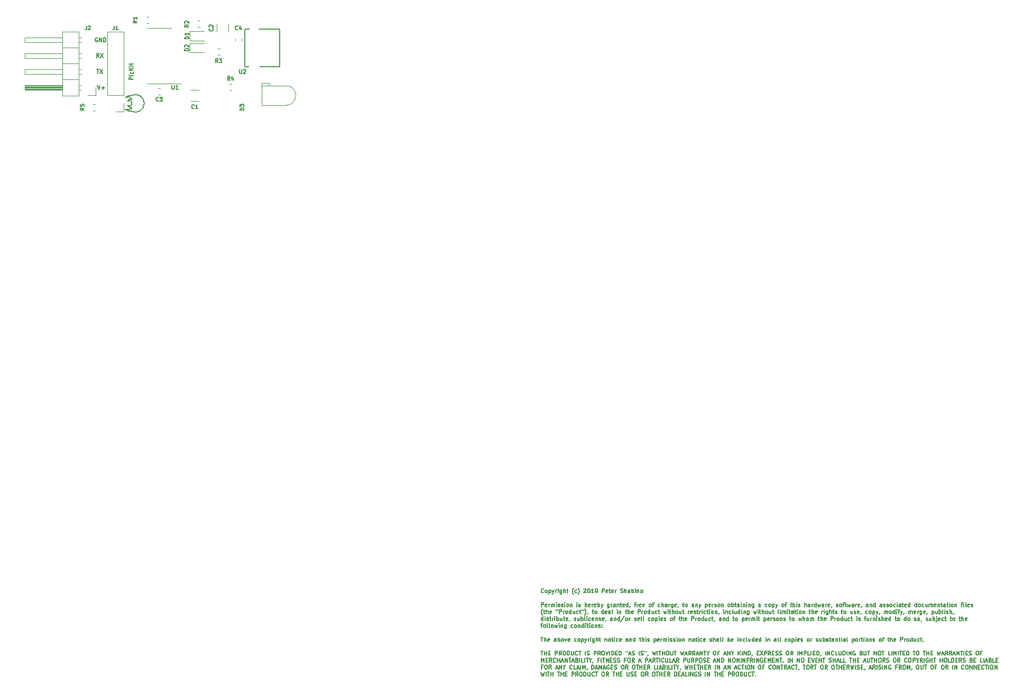
<source format=gto>
G04 #@! TF.GenerationSoftware,KiCad,Pcbnew,(5.1.5)-3*
G04 #@! TF.CreationDate,2019-12-28T17:54:17-06:00*
G04 #@! TF.ProjectId,tymkrs_Cyphercon_2020_IRhack,74796d6b-7273-45f4-9379-70686572636f,V0*
G04 #@! TF.SameCoordinates,Original*
G04 #@! TF.FileFunction,Legend,Top*
G04 #@! TF.FilePolarity,Positive*
%FSLAX46Y46*%
G04 Gerber Fmt 4.6, Leading zero omitted, Abs format (unit mm)*
G04 Created by KiCad (PCBNEW (5.1.5)-3) date 2019-12-28 17:54:17*
%MOMM*%
%LPD*%
G04 APERTURE LIST*
%ADD10C,0.158750*%
%ADD11C,0.120000*%
%ADD12C,0.150000*%
%ADD13C,0.177800*%
%ADD14C,0.100000*%
%ADD15O,1.852400X1.852400*%
%ADD16R,1.852400X1.852400*%
%ADD17C,1.952400*%
%ADD18R,1.952400X1.952400*%
%ADD19C,1.676400*%
%ADD20R,1.676400X1.676400*%
%ADD21C,0.787400*%
G04 APERTURE END LIST*
D10*
X210167235Y-167152410D02*
X210136997Y-167182648D01*
X210046282Y-167212886D01*
X209985806Y-167212886D01*
X209895092Y-167182648D01*
X209834616Y-167122172D01*
X209804377Y-167061696D01*
X209774139Y-166940744D01*
X209774139Y-166850029D01*
X209804377Y-166729077D01*
X209834616Y-166668601D01*
X209895092Y-166608125D01*
X209985806Y-166577886D01*
X210046282Y-166577886D01*
X210136997Y-166608125D01*
X210167235Y-166638363D01*
X210530092Y-167212886D02*
X210469616Y-167182648D01*
X210439377Y-167152410D01*
X210409139Y-167091934D01*
X210409139Y-166910505D01*
X210439377Y-166850029D01*
X210469616Y-166819791D01*
X210530092Y-166789553D01*
X210620806Y-166789553D01*
X210681282Y-166819791D01*
X210711520Y-166850029D01*
X210741758Y-166910505D01*
X210741758Y-167091934D01*
X210711520Y-167152410D01*
X210681282Y-167182648D01*
X210620806Y-167212886D01*
X210530092Y-167212886D01*
X211013901Y-166789553D02*
X211013901Y-167424553D01*
X211013901Y-166819791D02*
X211074377Y-166789553D01*
X211195330Y-166789553D01*
X211255806Y-166819791D01*
X211286044Y-166850029D01*
X211316282Y-166910505D01*
X211316282Y-167091934D01*
X211286044Y-167152410D01*
X211255806Y-167182648D01*
X211195330Y-167212886D01*
X211074377Y-167212886D01*
X211013901Y-167182648D01*
X211527949Y-166789553D02*
X211679139Y-167212886D01*
X211830330Y-166789553D02*
X211679139Y-167212886D01*
X211618663Y-167364077D01*
X211588425Y-167394315D01*
X211527949Y-167424553D01*
X212072235Y-167212886D02*
X212072235Y-166789553D01*
X212072235Y-166910505D02*
X212102473Y-166850029D01*
X212132711Y-166819791D01*
X212193187Y-166789553D01*
X212253663Y-166789553D01*
X212465330Y-167212886D02*
X212465330Y-166789553D01*
X212465330Y-166577886D02*
X212435092Y-166608125D01*
X212465330Y-166638363D01*
X212495568Y-166608125D01*
X212465330Y-166577886D01*
X212465330Y-166638363D01*
X213039854Y-166789553D02*
X213039854Y-167303601D01*
X213009616Y-167364077D01*
X212979377Y-167394315D01*
X212918901Y-167424553D01*
X212828187Y-167424553D01*
X212767711Y-167394315D01*
X213039854Y-167182648D02*
X212979377Y-167212886D01*
X212858425Y-167212886D01*
X212797949Y-167182648D01*
X212767711Y-167152410D01*
X212737473Y-167091934D01*
X212737473Y-166910505D01*
X212767711Y-166850029D01*
X212797949Y-166819791D01*
X212858425Y-166789553D01*
X212979377Y-166789553D01*
X213039854Y-166819791D01*
X213342235Y-167212886D02*
X213342235Y-166577886D01*
X213614377Y-167212886D02*
X213614377Y-166880267D01*
X213584139Y-166819791D01*
X213523663Y-166789553D01*
X213432949Y-166789553D01*
X213372473Y-166819791D01*
X213342235Y-166850029D01*
X213826044Y-166789553D02*
X214067949Y-166789553D01*
X213916758Y-166577886D02*
X213916758Y-167122172D01*
X213946997Y-167182648D01*
X214007473Y-167212886D01*
X214067949Y-167212886D01*
X214944854Y-167454791D02*
X214914616Y-167424553D01*
X214854139Y-167333839D01*
X214823901Y-167273363D01*
X214793663Y-167182648D01*
X214763425Y-167031458D01*
X214763425Y-166910505D01*
X214793663Y-166759315D01*
X214823901Y-166668601D01*
X214854139Y-166608125D01*
X214914616Y-166517410D01*
X214944854Y-166487172D01*
X215458901Y-167182648D02*
X215398425Y-167212886D01*
X215277473Y-167212886D01*
X215216997Y-167182648D01*
X215186758Y-167152410D01*
X215156520Y-167091934D01*
X215156520Y-166910505D01*
X215186758Y-166850029D01*
X215216997Y-166819791D01*
X215277473Y-166789553D01*
X215398425Y-166789553D01*
X215458901Y-166819791D01*
X215670568Y-167454791D02*
X215700806Y-167424553D01*
X215761282Y-167333839D01*
X215791520Y-167273363D01*
X215821758Y-167182648D01*
X215851997Y-167031458D01*
X215851997Y-166910505D01*
X215821758Y-166759315D01*
X215791520Y-166668601D01*
X215761282Y-166608125D01*
X215700806Y-166517410D01*
X215670568Y-166487172D01*
X216607949Y-166638363D02*
X216638187Y-166608125D01*
X216698663Y-166577886D01*
X216849854Y-166577886D01*
X216910330Y-166608125D01*
X216940568Y-166638363D01*
X216970806Y-166698839D01*
X216970806Y-166759315D01*
X216940568Y-166850029D01*
X216577711Y-167212886D01*
X216970806Y-167212886D01*
X217363901Y-166577886D02*
X217424377Y-166577886D01*
X217484854Y-166608125D01*
X217515092Y-166638363D01*
X217545330Y-166698839D01*
X217575568Y-166819791D01*
X217575568Y-166970982D01*
X217545330Y-167091934D01*
X217515092Y-167152410D01*
X217484854Y-167182648D01*
X217424377Y-167212886D01*
X217363901Y-167212886D01*
X217303425Y-167182648D01*
X217273187Y-167152410D01*
X217242949Y-167091934D01*
X217212711Y-166970982D01*
X217212711Y-166819791D01*
X217242949Y-166698839D01*
X217273187Y-166638363D01*
X217303425Y-166608125D01*
X217363901Y-166577886D01*
X218180330Y-167212886D02*
X217817473Y-167212886D01*
X217998901Y-167212886D02*
X217998901Y-166577886D01*
X217938425Y-166668601D01*
X217877949Y-166729077D01*
X217817473Y-166759315D01*
X218482711Y-167212886D02*
X218603663Y-167212886D01*
X218664139Y-167182648D01*
X218694377Y-167152410D01*
X218754854Y-167061696D01*
X218785092Y-166940744D01*
X218785092Y-166698839D01*
X218754854Y-166638363D01*
X218724616Y-166608125D01*
X218664139Y-166577886D01*
X218543187Y-166577886D01*
X218482711Y-166608125D01*
X218452473Y-166638363D01*
X218422235Y-166698839D01*
X218422235Y-166850029D01*
X218452473Y-166910505D01*
X218482711Y-166940744D01*
X218543187Y-166970982D01*
X218664139Y-166970982D01*
X218724616Y-166940744D01*
X218754854Y-166910505D01*
X218785092Y-166850029D01*
X219541044Y-167212886D02*
X219541044Y-166577886D01*
X219782949Y-166577886D01*
X219843425Y-166608125D01*
X219873663Y-166638363D01*
X219903901Y-166698839D01*
X219903901Y-166789553D01*
X219873663Y-166850029D01*
X219843425Y-166880267D01*
X219782949Y-166910505D01*
X219541044Y-166910505D01*
X220417949Y-167182648D02*
X220357473Y-167212886D01*
X220236520Y-167212886D01*
X220176044Y-167182648D01*
X220145806Y-167122172D01*
X220145806Y-166880267D01*
X220176044Y-166819791D01*
X220236520Y-166789553D01*
X220357473Y-166789553D01*
X220417949Y-166819791D01*
X220448187Y-166880267D01*
X220448187Y-166940744D01*
X220145806Y-167001220D01*
X220629616Y-166789553D02*
X220871520Y-166789553D01*
X220720330Y-166577886D02*
X220720330Y-167122172D01*
X220750568Y-167182648D01*
X220811044Y-167212886D01*
X220871520Y-167212886D01*
X221325092Y-167182648D02*
X221264616Y-167212886D01*
X221143663Y-167212886D01*
X221083187Y-167182648D01*
X221052949Y-167122172D01*
X221052949Y-166880267D01*
X221083187Y-166819791D01*
X221143663Y-166789553D01*
X221264616Y-166789553D01*
X221325092Y-166819791D01*
X221355330Y-166880267D01*
X221355330Y-166940744D01*
X221052949Y-167001220D01*
X221627473Y-167212886D02*
X221627473Y-166789553D01*
X221627473Y-166910505D02*
X221657711Y-166850029D01*
X221687949Y-166819791D01*
X221748425Y-166789553D01*
X221808901Y-166789553D01*
X222474139Y-167182648D02*
X222564854Y-167212886D01*
X222716044Y-167212886D01*
X222776520Y-167182648D01*
X222806758Y-167152410D01*
X222836997Y-167091934D01*
X222836997Y-167031458D01*
X222806758Y-166970982D01*
X222776520Y-166940744D01*
X222716044Y-166910505D01*
X222595092Y-166880267D01*
X222534616Y-166850029D01*
X222504377Y-166819791D01*
X222474139Y-166759315D01*
X222474139Y-166698839D01*
X222504377Y-166638363D01*
X222534616Y-166608125D01*
X222595092Y-166577886D01*
X222746282Y-166577886D01*
X222836997Y-166608125D01*
X223109139Y-167212886D02*
X223109139Y-166577886D01*
X223381282Y-167212886D02*
X223381282Y-166880267D01*
X223351044Y-166819791D01*
X223290568Y-166789553D01*
X223199854Y-166789553D01*
X223139377Y-166819791D01*
X223109139Y-166850029D01*
X223955806Y-167212886D02*
X223955806Y-166880267D01*
X223925568Y-166819791D01*
X223865092Y-166789553D01*
X223744139Y-166789553D01*
X223683663Y-166819791D01*
X223955806Y-167182648D02*
X223895330Y-167212886D01*
X223744139Y-167212886D01*
X223683663Y-167182648D01*
X223653425Y-167122172D01*
X223653425Y-167061696D01*
X223683663Y-167001220D01*
X223744139Y-166970982D01*
X223895330Y-166970982D01*
X223955806Y-166940744D01*
X224258187Y-167212886D02*
X224258187Y-166577886D01*
X224258187Y-166819791D02*
X224318663Y-166789553D01*
X224439616Y-166789553D01*
X224500092Y-166819791D01*
X224530330Y-166850029D01*
X224560568Y-166910505D01*
X224560568Y-167091934D01*
X224530330Y-167152410D01*
X224500092Y-167182648D01*
X224439616Y-167212886D01*
X224318663Y-167212886D01*
X224258187Y-167182648D01*
X224832711Y-167212886D02*
X224832711Y-166789553D01*
X224832711Y-166577886D02*
X224802473Y-166608125D01*
X224832711Y-166638363D01*
X224862949Y-166608125D01*
X224832711Y-166577886D01*
X224832711Y-166638363D01*
X225135092Y-166789553D02*
X225135092Y-167212886D01*
X225135092Y-166850029D02*
X225165330Y-166819791D01*
X225225806Y-166789553D01*
X225316520Y-166789553D01*
X225376997Y-166819791D01*
X225407235Y-166880267D01*
X225407235Y-167212886D01*
X225800330Y-167212886D02*
X225739854Y-167182648D01*
X225709616Y-167152410D01*
X225679377Y-167091934D01*
X225679377Y-166910505D01*
X225709616Y-166850029D01*
X225739854Y-166819791D01*
X225800330Y-166789553D01*
X225891044Y-166789553D01*
X225951520Y-166819791D01*
X225981758Y-166850029D01*
X226011997Y-166910505D01*
X226011997Y-167091934D01*
X225981758Y-167152410D01*
X225951520Y-167182648D01*
X225891044Y-167212886D01*
X225800330Y-167212886D01*
X209804377Y-169435386D02*
X209804377Y-168800386D01*
X210046282Y-168800386D01*
X210106758Y-168830625D01*
X210136997Y-168860863D01*
X210167235Y-168921339D01*
X210167235Y-169012053D01*
X210136997Y-169072529D01*
X210106758Y-169102767D01*
X210046282Y-169133005D01*
X209804377Y-169133005D01*
X210681282Y-169405148D02*
X210620806Y-169435386D01*
X210499854Y-169435386D01*
X210439377Y-169405148D01*
X210409139Y-169344672D01*
X210409139Y-169102767D01*
X210439377Y-169042291D01*
X210499854Y-169012053D01*
X210620806Y-169012053D01*
X210681282Y-169042291D01*
X210711520Y-169102767D01*
X210711520Y-169163244D01*
X210409139Y-169223720D01*
X210983663Y-169435386D02*
X210983663Y-169012053D01*
X210983663Y-169133005D02*
X211013901Y-169072529D01*
X211044139Y-169042291D01*
X211104616Y-169012053D01*
X211165092Y-169012053D01*
X211376758Y-169435386D02*
X211376758Y-169012053D01*
X211376758Y-169072529D02*
X211406997Y-169042291D01*
X211467473Y-169012053D01*
X211558187Y-169012053D01*
X211618663Y-169042291D01*
X211648901Y-169102767D01*
X211648901Y-169435386D01*
X211648901Y-169102767D02*
X211679139Y-169042291D01*
X211739616Y-169012053D01*
X211830330Y-169012053D01*
X211890806Y-169042291D01*
X211921044Y-169102767D01*
X211921044Y-169435386D01*
X212223425Y-169435386D02*
X212223425Y-169012053D01*
X212223425Y-168800386D02*
X212193187Y-168830625D01*
X212223425Y-168860863D01*
X212253663Y-168830625D01*
X212223425Y-168800386D01*
X212223425Y-168860863D01*
X212495568Y-169405148D02*
X212556044Y-169435386D01*
X212676997Y-169435386D01*
X212737473Y-169405148D01*
X212767711Y-169344672D01*
X212767711Y-169314434D01*
X212737473Y-169253958D01*
X212676997Y-169223720D01*
X212586282Y-169223720D01*
X212525806Y-169193482D01*
X212495568Y-169133005D01*
X212495568Y-169102767D01*
X212525806Y-169042291D01*
X212586282Y-169012053D01*
X212676997Y-169012053D01*
X212737473Y-169042291D01*
X213009616Y-169405148D02*
X213070092Y-169435386D01*
X213191044Y-169435386D01*
X213251520Y-169405148D01*
X213281758Y-169344672D01*
X213281758Y-169314434D01*
X213251520Y-169253958D01*
X213191044Y-169223720D01*
X213100330Y-169223720D01*
X213039854Y-169193482D01*
X213009616Y-169133005D01*
X213009616Y-169102767D01*
X213039854Y-169042291D01*
X213100330Y-169012053D01*
X213191044Y-169012053D01*
X213251520Y-169042291D01*
X213553901Y-169435386D02*
X213553901Y-169012053D01*
X213553901Y-168800386D02*
X213523663Y-168830625D01*
X213553901Y-168860863D01*
X213584139Y-168830625D01*
X213553901Y-168800386D01*
X213553901Y-168860863D01*
X213946997Y-169435386D02*
X213886520Y-169405148D01*
X213856282Y-169374910D01*
X213826044Y-169314434D01*
X213826044Y-169133005D01*
X213856282Y-169072529D01*
X213886520Y-169042291D01*
X213946997Y-169012053D01*
X214037711Y-169012053D01*
X214098187Y-169042291D01*
X214128425Y-169072529D01*
X214158663Y-169133005D01*
X214158663Y-169314434D01*
X214128425Y-169374910D01*
X214098187Y-169405148D01*
X214037711Y-169435386D01*
X213946997Y-169435386D01*
X214430806Y-169012053D02*
X214430806Y-169435386D01*
X214430806Y-169072529D02*
X214461044Y-169042291D01*
X214521520Y-169012053D01*
X214612235Y-169012053D01*
X214672711Y-169042291D01*
X214702949Y-169102767D01*
X214702949Y-169435386D01*
X215489139Y-169435386D02*
X215489139Y-169012053D01*
X215489139Y-168800386D02*
X215458901Y-168830625D01*
X215489139Y-168860863D01*
X215519377Y-168830625D01*
X215489139Y-168800386D01*
X215489139Y-168860863D01*
X215761282Y-169405148D02*
X215821758Y-169435386D01*
X215942711Y-169435386D01*
X216003187Y-169405148D01*
X216033425Y-169344672D01*
X216033425Y-169314434D01*
X216003187Y-169253958D01*
X215942711Y-169223720D01*
X215851997Y-169223720D01*
X215791520Y-169193482D01*
X215761282Y-169133005D01*
X215761282Y-169102767D01*
X215791520Y-169042291D01*
X215851997Y-169012053D01*
X215942711Y-169012053D01*
X216003187Y-169042291D01*
X216789377Y-169435386D02*
X216789377Y-168800386D01*
X217061520Y-169435386D02*
X217061520Y-169102767D01*
X217031282Y-169042291D01*
X216970806Y-169012053D01*
X216880092Y-169012053D01*
X216819616Y-169042291D01*
X216789377Y-169072529D01*
X217605806Y-169405148D02*
X217545330Y-169435386D01*
X217424377Y-169435386D01*
X217363901Y-169405148D01*
X217333663Y-169344672D01*
X217333663Y-169102767D01*
X217363901Y-169042291D01*
X217424377Y-169012053D01*
X217545330Y-169012053D01*
X217605806Y-169042291D01*
X217636044Y-169102767D01*
X217636044Y-169163244D01*
X217333663Y-169223720D01*
X217908187Y-169435386D02*
X217908187Y-169012053D01*
X217908187Y-169133005D02*
X217938425Y-169072529D01*
X217968663Y-169042291D01*
X218029139Y-169012053D01*
X218089616Y-169012053D01*
X218543187Y-169405148D02*
X218482711Y-169435386D01*
X218361758Y-169435386D01*
X218301282Y-169405148D01*
X218271044Y-169344672D01*
X218271044Y-169102767D01*
X218301282Y-169042291D01*
X218361758Y-169012053D01*
X218482711Y-169012053D01*
X218543187Y-169042291D01*
X218573425Y-169102767D01*
X218573425Y-169163244D01*
X218271044Y-169223720D01*
X218845568Y-169435386D02*
X218845568Y-168800386D01*
X218845568Y-169042291D02*
X218906044Y-169012053D01*
X219026997Y-169012053D01*
X219087473Y-169042291D01*
X219117711Y-169072529D01*
X219147949Y-169133005D01*
X219147949Y-169314434D01*
X219117711Y-169374910D01*
X219087473Y-169405148D01*
X219026997Y-169435386D01*
X218906044Y-169435386D01*
X218845568Y-169405148D01*
X219359616Y-169012053D02*
X219510806Y-169435386D01*
X219661997Y-169012053D02*
X219510806Y-169435386D01*
X219450330Y-169586577D01*
X219420092Y-169616815D01*
X219359616Y-169647053D01*
X220659854Y-169012053D02*
X220659854Y-169526101D01*
X220629616Y-169586577D01*
X220599377Y-169616815D01*
X220538901Y-169647053D01*
X220448187Y-169647053D01*
X220387711Y-169616815D01*
X220659854Y-169405148D02*
X220599377Y-169435386D01*
X220478425Y-169435386D01*
X220417949Y-169405148D01*
X220387711Y-169374910D01*
X220357473Y-169314434D01*
X220357473Y-169133005D01*
X220387711Y-169072529D01*
X220417949Y-169042291D01*
X220478425Y-169012053D01*
X220599377Y-169012053D01*
X220659854Y-169042291D01*
X220962235Y-169435386D02*
X220962235Y-169012053D01*
X220962235Y-169133005D02*
X220992473Y-169072529D01*
X221022711Y-169042291D01*
X221083187Y-169012053D01*
X221143663Y-169012053D01*
X221627473Y-169435386D02*
X221627473Y-169102767D01*
X221597235Y-169042291D01*
X221536758Y-169012053D01*
X221415806Y-169012053D01*
X221355330Y-169042291D01*
X221627473Y-169405148D02*
X221566997Y-169435386D01*
X221415806Y-169435386D01*
X221355330Y-169405148D01*
X221325092Y-169344672D01*
X221325092Y-169284196D01*
X221355330Y-169223720D01*
X221415806Y-169193482D01*
X221566997Y-169193482D01*
X221627473Y-169163244D01*
X221929854Y-169012053D02*
X221929854Y-169435386D01*
X221929854Y-169072529D02*
X221960092Y-169042291D01*
X222020568Y-169012053D01*
X222111282Y-169012053D01*
X222171758Y-169042291D01*
X222201997Y-169102767D01*
X222201997Y-169435386D01*
X222413663Y-169012053D02*
X222655568Y-169012053D01*
X222504377Y-168800386D02*
X222504377Y-169344672D01*
X222534616Y-169405148D01*
X222595092Y-169435386D01*
X222655568Y-169435386D01*
X223109139Y-169405148D02*
X223048663Y-169435386D01*
X222927711Y-169435386D01*
X222867235Y-169405148D01*
X222836997Y-169344672D01*
X222836997Y-169102767D01*
X222867235Y-169042291D01*
X222927711Y-169012053D01*
X223048663Y-169012053D01*
X223109139Y-169042291D01*
X223139377Y-169102767D01*
X223139377Y-169163244D01*
X222836997Y-169223720D01*
X223683663Y-169435386D02*
X223683663Y-168800386D01*
X223683663Y-169405148D02*
X223623187Y-169435386D01*
X223502235Y-169435386D01*
X223441758Y-169405148D01*
X223411520Y-169374910D01*
X223381282Y-169314434D01*
X223381282Y-169133005D01*
X223411520Y-169072529D01*
X223441758Y-169042291D01*
X223502235Y-169012053D01*
X223623187Y-169012053D01*
X223683663Y-169042291D01*
X224016282Y-169405148D02*
X224016282Y-169435386D01*
X223986044Y-169495863D01*
X223955806Y-169526101D01*
X224681520Y-169012053D02*
X224923425Y-169012053D01*
X224772235Y-169435386D02*
X224772235Y-168891101D01*
X224802473Y-168830625D01*
X224862949Y-168800386D01*
X224923425Y-168800386D01*
X225135092Y-169435386D02*
X225135092Y-169012053D01*
X225135092Y-169133005D02*
X225165330Y-169072529D01*
X225195568Y-169042291D01*
X225256044Y-169012053D01*
X225316520Y-169012053D01*
X225770092Y-169405148D02*
X225709616Y-169435386D01*
X225588663Y-169435386D01*
X225528187Y-169405148D01*
X225497949Y-169344672D01*
X225497949Y-169102767D01*
X225528187Y-169042291D01*
X225588663Y-169012053D01*
X225709616Y-169012053D01*
X225770092Y-169042291D01*
X225800330Y-169102767D01*
X225800330Y-169163244D01*
X225497949Y-169223720D01*
X226314377Y-169405148D02*
X226253901Y-169435386D01*
X226132949Y-169435386D01*
X226072473Y-169405148D01*
X226042235Y-169344672D01*
X226042235Y-169102767D01*
X226072473Y-169042291D01*
X226132949Y-169012053D01*
X226253901Y-169012053D01*
X226314377Y-169042291D01*
X226344616Y-169102767D01*
X226344616Y-169163244D01*
X226042235Y-169223720D01*
X227191282Y-169435386D02*
X227130806Y-169405148D01*
X227100568Y-169374910D01*
X227070330Y-169314434D01*
X227070330Y-169133005D01*
X227100568Y-169072529D01*
X227130806Y-169042291D01*
X227191282Y-169012053D01*
X227281997Y-169012053D01*
X227342473Y-169042291D01*
X227372711Y-169072529D01*
X227402949Y-169133005D01*
X227402949Y-169314434D01*
X227372711Y-169374910D01*
X227342473Y-169405148D01*
X227281997Y-169435386D01*
X227191282Y-169435386D01*
X227584377Y-169012053D02*
X227826282Y-169012053D01*
X227675092Y-169435386D02*
X227675092Y-168891101D01*
X227705330Y-168830625D01*
X227765806Y-168800386D01*
X227826282Y-168800386D01*
X228793901Y-169405148D02*
X228733425Y-169435386D01*
X228612473Y-169435386D01*
X228551997Y-169405148D01*
X228521758Y-169374910D01*
X228491520Y-169314434D01*
X228491520Y-169133005D01*
X228521758Y-169072529D01*
X228551997Y-169042291D01*
X228612473Y-169012053D01*
X228733425Y-169012053D01*
X228793901Y-169042291D01*
X229066044Y-169435386D02*
X229066044Y-168800386D01*
X229338187Y-169435386D02*
X229338187Y-169102767D01*
X229307949Y-169042291D01*
X229247473Y-169012053D01*
X229156758Y-169012053D01*
X229096282Y-169042291D01*
X229066044Y-169072529D01*
X229912711Y-169435386D02*
X229912711Y-169102767D01*
X229882473Y-169042291D01*
X229821997Y-169012053D01*
X229701044Y-169012053D01*
X229640568Y-169042291D01*
X229912711Y-169405148D02*
X229852235Y-169435386D01*
X229701044Y-169435386D01*
X229640568Y-169405148D01*
X229610330Y-169344672D01*
X229610330Y-169284196D01*
X229640568Y-169223720D01*
X229701044Y-169193482D01*
X229852235Y-169193482D01*
X229912711Y-169163244D01*
X230215092Y-169435386D02*
X230215092Y-169012053D01*
X230215092Y-169133005D02*
X230245330Y-169072529D01*
X230275568Y-169042291D01*
X230336044Y-169012053D01*
X230396520Y-169012053D01*
X230880330Y-169012053D02*
X230880330Y-169526101D01*
X230850092Y-169586577D01*
X230819854Y-169616815D01*
X230759377Y-169647053D01*
X230668663Y-169647053D01*
X230608187Y-169616815D01*
X230880330Y-169405148D02*
X230819854Y-169435386D01*
X230698901Y-169435386D01*
X230638425Y-169405148D01*
X230608187Y-169374910D01*
X230577949Y-169314434D01*
X230577949Y-169133005D01*
X230608187Y-169072529D01*
X230638425Y-169042291D01*
X230698901Y-169012053D01*
X230819854Y-169012053D01*
X230880330Y-169042291D01*
X231424616Y-169405148D02*
X231364139Y-169435386D01*
X231243187Y-169435386D01*
X231182711Y-169405148D01*
X231152473Y-169344672D01*
X231152473Y-169102767D01*
X231182711Y-169042291D01*
X231243187Y-169012053D01*
X231364139Y-169012053D01*
X231424616Y-169042291D01*
X231454854Y-169102767D01*
X231454854Y-169163244D01*
X231152473Y-169223720D01*
X231757235Y-169405148D02*
X231757235Y-169435386D01*
X231726997Y-169495863D01*
X231696758Y-169526101D01*
X232422473Y-169012053D02*
X232664377Y-169012053D01*
X232513187Y-168800386D02*
X232513187Y-169344672D01*
X232543425Y-169405148D01*
X232603901Y-169435386D01*
X232664377Y-169435386D01*
X232966758Y-169435386D02*
X232906282Y-169405148D01*
X232876044Y-169374910D01*
X232845806Y-169314434D01*
X232845806Y-169133005D01*
X232876044Y-169072529D01*
X232906282Y-169042291D01*
X232966758Y-169012053D01*
X233057473Y-169012053D01*
X233117949Y-169042291D01*
X233148187Y-169072529D01*
X233178425Y-169133005D01*
X233178425Y-169314434D01*
X233148187Y-169374910D01*
X233117949Y-169405148D01*
X233057473Y-169435386D01*
X232966758Y-169435386D01*
X234206520Y-169435386D02*
X234206520Y-169102767D01*
X234176282Y-169042291D01*
X234115806Y-169012053D01*
X233994854Y-169012053D01*
X233934377Y-169042291D01*
X234206520Y-169405148D02*
X234146044Y-169435386D01*
X233994854Y-169435386D01*
X233934377Y-169405148D01*
X233904139Y-169344672D01*
X233904139Y-169284196D01*
X233934377Y-169223720D01*
X233994854Y-169193482D01*
X234146044Y-169193482D01*
X234206520Y-169163244D01*
X234508901Y-169012053D02*
X234508901Y-169435386D01*
X234508901Y-169072529D02*
X234539139Y-169042291D01*
X234599616Y-169012053D01*
X234690330Y-169012053D01*
X234750806Y-169042291D01*
X234781044Y-169102767D01*
X234781044Y-169435386D01*
X235022949Y-169012053D02*
X235174139Y-169435386D01*
X235325330Y-169012053D02*
X235174139Y-169435386D01*
X235113663Y-169586577D01*
X235083425Y-169616815D01*
X235022949Y-169647053D01*
X236051044Y-169012053D02*
X236051044Y-169647053D01*
X236051044Y-169042291D02*
X236111520Y-169012053D01*
X236232473Y-169012053D01*
X236292949Y-169042291D01*
X236323187Y-169072529D01*
X236353425Y-169133005D01*
X236353425Y-169314434D01*
X236323187Y-169374910D01*
X236292949Y-169405148D01*
X236232473Y-169435386D01*
X236111520Y-169435386D01*
X236051044Y-169405148D01*
X236867473Y-169405148D02*
X236806997Y-169435386D01*
X236686044Y-169435386D01*
X236625568Y-169405148D01*
X236595330Y-169344672D01*
X236595330Y-169102767D01*
X236625568Y-169042291D01*
X236686044Y-169012053D01*
X236806997Y-169012053D01*
X236867473Y-169042291D01*
X236897711Y-169102767D01*
X236897711Y-169163244D01*
X236595330Y-169223720D01*
X237169854Y-169435386D02*
X237169854Y-169012053D01*
X237169854Y-169133005D02*
X237200092Y-169072529D01*
X237230330Y-169042291D01*
X237290806Y-169012053D01*
X237351282Y-169012053D01*
X237532711Y-169405148D02*
X237593187Y-169435386D01*
X237714139Y-169435386D01*
X237774616Y-169405148D01*
X237804854Y-169344672D01*
X237804854Y-169314434D01*
X237774616Y-169253958D01*
X237714139Y-169223720D01*
X237623425Y-169223720D01*
X237562949Y-169193482D01*
X237532711Y-169133005D01*
X237532711Y-169102767D01*
X237562949Y-169042291D01*
X237623425Y-169012053D01*
X237714139Y-169012053D01*
X237774616Y-169042291D01*
X238167711Y-169435386D02*
X238107235Y-169405148D01*
X238076997Y-169374910D01*
X238046758Y-169314434D01*
X238046758Y-169133005D01*
X238076997Y-169072529D01*
X238107235Y-169042291D01*
X238167711Y-169012053D01*
X238258425Y-169012053D01*
X238318901Y-169042291D01*
X238349139Y-169072529D01*
X238379377Y-169133005D01*
X238379377Y-169314434D01*
X238349139Y-169374910D01*
X238318901Y-169405148D01*
X238258425Y-169435386D01*
X238167711Y-169435386D01*
X238651520Y-169012053D02*
X238651520Y-169435386D01*
X238651520Y-169072529D02*
X238681758Y-169042291D01*
X238742235Y-169012053D01*
X238832949Y-169012053D01*
X238893425Y-169042291D01*
X238923663Y-169102767D01*
X238923663Y-169435386D01*
X239800568Y-169435386D02*
X239740092Y-169405148D01*
X239709854Y-169374910D01*
X239679616Y-169314434D01*
X239679616Y-169133005D01*
X239709854Y-169072529D01*
X239740092Y-169042291D01*
X239800568Y-169012053D01*
X239891282Y-169012053D01*
X239951758Y-169042291D01*
X239981997Y-169072529D01*
X240012235Y-169133005D01*
X240012235Y-169314434D01*
X239981997Y-169374910D01*
X239951758Y-169405148D01*
X239891282Y-169435386D01*
X239800568Y-169435386D01*
X240284377Y-169435386D02*
X240284377Y-168800386D01*
X240284377Y-169042291D02*
X240344854Y-169012053D01*
X240465806Y-169012053D01*
X240526282Y-169042291D01*
X240556520Y-169072529D01*
X240586758Y-169133005D01*
X240586758Y-169314434D01*
X240556520Y-169374910D01*
X240526282Y-169405148D01*
X240465806Y-169435386D01*
X240344854Y-169435386D01*
X240284377Y-169405148D01*
X240768187Y-169012053D02*
X241010092Y-169012053D01*
X240858901Y-168800386D02*
X240858901Y-169344672D01*
X240889139Y-169405148D01*
X240949616Y-169435386D01*
X241010092Y-169435386D01*
X241493901Y-169435386D02*
X241493901Y-169102767D01*
X241463663Y-169042291D01*
X241403187Y-169012053D01*
X241282235Y-169012053D01*
X241221758Y-169042291D01*
X241493901Y-169405148D02*
X241433425Y-169435386D01*
X241282235Y-169435386D01*
X241221758Y-169405148D01*
X241191520Y-169344672D01*
X241191520Y-169284196D01*
X241221758Y-169223720D01*
X241282235Y-169193482D01*
X241433425Y-169193482D01*
X241493901Y-169163244D01*
X241796282Y-169435386D02*
X241796282Y-169012053D01*
X241796282Y-168800386D02*
X241766044Y-168830625D01*
X241796282Y-168860863D01*
X241826520Y-168830625D01*
X241796282Y-168800386D01*
X241796282Y-168860863D01*
X242098663Y-169012053D02*
X242098663Y-169435386D01*
X242098663Y-169072529D02*
X242128901Y-169042291D01*
X242189377Y-169012053D01*
X242280092Y-169012053D01*
X242340568Y-169042291D01*
X242370806Y-169102767D01*
X242370806Y-169435386D01*
X242673187Y-169435386D02*
X242673187Y-169012053D01*
X242673187Y-168800386D02*
X242642949Y-168830625D01*
X242673187Y-168860863D01*
X242703425Y-168830625D01*
X242673187Y-168800386D01*
X242673187Y-168860863D01*
X242975568Y-169012053D02*
X242975568Y-169435386D01*
X242975568Y-169072529D02*
X243005806Y-169042291D01*
X243066282Y-169012053D01*
X243156997Y-169012053D01*
X243217473Y-169042291D01*
X243247711Y-169102767D01*
X243247711Y-169435386D01*
X243822235Y-169012053D02*
X243822235Y-169526101D01*
X243791997Y-169586577D01*
X243761758Y-169616815D01*
X243701282Y-169647053D01*
X243610568Y-169647053D01*
X243550092Y-169616815D01*
X243822235Y-169405148D02*
X243761758Y-169435386D01*
X243640806Y-169435386D01*
X243580330Y-169405148D01*
X243550092Y-169374910D01*
X243519854Y-169314434D01*
X243519854Y-169133005D01*
X243550092Y-169072529D01*
X243580330Y-169042291D01*
X243640806Y-169012053D01*
X243761758Y-169012053D01*
X243822235Y-169042291D01*
X244880568Y-169435386D02*
X244880568Y-169102767D01*
X244850330Y-169042291D01*
X244789854Y-169012053D01*
X244668901Y-169012053D01*
X244608425Y-169042291D01*
X244880568Y-169405148D02*
X244820092Y-169435386D01*
X244668901Y-169435386D01*
X244608425Y-169405148D01*
X244578187Y-169344672D01*
X244578187Y-169284196D01*
X244608425Y-169223720D01*
X244668901Y-169193482D01*
X244820092Y-169193482D01*
X244880568Y-169163244D01*
X245938901Y-169405148D02*
X245878425Y-169435386D01*
X245757473Y-169435386D01*
X245696997Y-169405148D01*
X245666758Y-169374910D01*
X245636520Y-169314434D01*
X245636520Y-169133005D01*
X245666758Y-169072529D01*
X245696997Y-169042291D01*
X245757473Y-169012053D01*
X245878425Y-169012053D01*
X245938901Y-169042291D01*
X246301758Y-169435386D02*
X246241282Y-169405148D01*
X246211044Y-169374910D01*
X246180806Y-169314434D01*
X246180806Y-169133005D01*
X246211044Y-169072529D01*
X246241282Y-169042291D01*
X246301758Y-169012053D01*
X246392473Y-169012053D01*
X246452949Y-169042291D01*
X246483187Y-169072529D01*
X246513425Y-169133005D01*
X246513425Y-169314434D01*
X246483187Y-169374910D01*
X246452949Y-169405148D01*
X246392473Y-169435386D01*
X246301758Y-169435386D01*
X246785568Y-169012053D02*
X246785568Y-169647053D01*
X246785568Y-169042291D02*
X246846044Y-169012053D01*
X246966997Y-169012053D01*
X247027473Y-169042291D01*
X247057711Y-169072529D01*
X247087949Y-169133005D01*
X247087949Y-169314434D01*
X247057711Y-169374910D01*
X247027473Y-169405148D01*
X246966997Y-169435386D01*
X246846044Y-169435386D01*
X246785568Y-169405148D01*
X247299616Y-169012053D02*
X247450806Y-169435386D01*
X247601997Y-169012053D02*
X247450806Y-169435386D01*
X247390330Y-169586577D01*
X247360092Y-169616815D01*
X247299616Y-169647053D01*
X248418425Y-169435386D02*
X248357949Y-169405148D01*
X248327711Y-169374910D01*
X248297473Y-169314434D01*
X248297473Y-169133005D01*
X248327711Y-169072529D01*
X248357949Y-169042291D01*
X248418425Y-169012053D01*
X248509139Y-169012053D01*
X248569616Y-169042291D01*
X248599854Y-169072529D01*
X248630092Y-169133005D01*
X248630092Y-169314434D01*
X248599854Y-169374910D01*
X248569616Y-169405148D01*
X248509139Y-169435386D01*
X248418425Y-169435386D01*
X248811520Y-169012053D02*
X249053425Y-169012053D01*
X248902235Y-169435386D02*
X248902235Y-168891101D01*
X248932473Y-168830625D01*
X248992949Y-168800386D01*
X249053425Y-168800386D01*
X249658187Y-169012053D02*
X249900092Y-169012053D01*
X249748901Y-168800386D02*
X249748901Y-169344672D01*
X249779139Y-169405148D01*
X249839616Y-169435386D01*
X249900092Y-169435386D01*
X250111758Y-169435386D02*
X250111758Y-168800386D01*
X250383901Y-169435386D02*
X250383901Y-169102767D01*
X250353663Y-169042291D01*
X250293187Y-169012053D01*
X250202473Y-169012053D01*
X250141997Y-169042291D01*
X250111758Y-169072529D01*
X250686282Y-169435386D02*
X250686282Y-169012053D01*
X250686282Y-168800386D02*
X250656044Y-168830625D01*
X250686282Y-168860863D01*
X250716520Y-168830625D01*
X250686282Y-168800386D01*
X250686282Y-168860863D01*
X250958425Y-169405148D02*
X251018901Y-169435386D01*
X251139854Y-169435386D01*
X251200330Y-169405148D01*
X251230568Y-169344672D01*
X251230568Y-169314434D01*
X251200330Y-169253958D01*
X251139854Y-169223720D01*
X251049139Y-169223720D01*
X250988663Y-169193482D01*
X250958425Y-169133005D01*
X250958425Y-169102767D01*
X250988663Y-169042291D01*
X251049139Y-169012053D01*
X251139854Y-169012053D01*
X251200330Y-169042291D01*
X251986520Y-169435386D02*
X251986520Y-168800386D01*
X252258663Y-169435386D02*
X252258663Y-169102767D01*
X252228425Y-169042291D01*
X252167949Y-169012053D01*
X252077235Y-169012053D01*
X252016758Y-169042291D01*
X251986520Y-169072529D01*
X252833187Y-169435386D02*
X252833187Y-169102767D01*
X252802949Y-169042291D01*
X252742473Y-169012053D01*
X252621520Y-169012053D01*
X252561044Y-169042291D01*
X252833187Y-169405148D02*
X252772711Y-169435386D01*
X252621520Y-169435386D01*
X252561044Y-169405148D01*
X252530806Y-169344672D01*
X252530806Y-169284196D01*
X252561044Y-169223720D01*
X252621520Y-169193482D01*
X252772711Y-169193482D01*
X252833187Y-169163244D01*
X253135568Y-169435386D02*
X253135568Y-169012053D01*
X253135568Y-169133005D02*
X253165806Y-169072529D01*
X253196044Y-169042291D01*
X253256520Y-169012053D01*
X253316997Y-169012053D01*
X253800806Y-169435386D02*
X253800806Y-168800386D01*
X253800806Y-169405148D02*
X253740330Y-169435386D01*
X253619377Y-169435386D01*
X253558901Y-169405148D01*
X253528663Y-169374910D01*
X253498425Y-169314434D01*
X253498425Y-169133005D01*
X253528663Y-169072529D01*
X253558901Y-169042291D01*
X253619377Y-169012053D01*
X253740330Y-169012053D01*
X253800806Y-169042291D01*
X254042711Y-169012053D02*
X254163663Y-169435386D01*
X254284616Y-169133005D01*
X254405568Y-169435386D01*
X254526520Y-169012053D01*
X255040568Y-169435386D02*
X255040568Y-169102767D01*
X255010330Y-169042291D01*
X254949854Y-169012053D01*
X254828901Y-169012053D01*
X254768425Y-169042291D01*
X255040568Y-169405148D02*
X254980092Y-169435386D01*
X254828901Y-169435386D01*
X254768425Y-169405148D01*
X254738187Y-169344672D01*
X254738187Y-169284196D01*
X254768425Y-169223720D01*
X254828901Y-169193482D01*
X254980092Y-169193482D01*
X255040568Y-169163244D01*
X255342949Y-169435386D02*
X255342949Y-169012053D01*
X255342949Y-169133005D02*
X255373187Y-169072529D01*
X255403425Y-169042291D01*
X255463901Y-169012053D01*
X255524377Y-169012053D01*
X255977949Y-169405148D02*
X255917473Y-169435386D01*
X255796520Y-169435386D01*
X255736044Y-169405148D01*
X255705806Y-169344672D01*
X255705806Y-169102767D01*
X255736044Y-169042291D01*
X255796520Y-169012053D01*
X255917473Y-169012053D01*
X255977949Y-169042291D01*
X256008187Y-169102767D01*
X256008187Y-169163244D01*
X255705806Y-169223720D01*
X256310568Y-169405148D02*
X256310568Y-169435386D01*
X256280330Y-169495863D01*
X256250092Y-169526101D01*
X257036282Y-169405148D02*
X257096758Y-169435386D01*
X257217711Y-169435386D01*
X257278187Y-169405148D01*
X257308425Y-169344672D01*
X257308425Y-169314434D01*
X257278187Y-169253958D01*
X257217711Y-169223720D01*
X257126997Y-169223720D01*
X257066520Y-169193482D01*
X257036282Y-169133005D01*
X257036282Y-169102767D01*
X257066520Y-169042291D01*
X257126997Y-169012053D01*
X257217711Y-169012053D01*
X257278187Y-169042291D01*
X257671282Y-169435386D02*
X257610806Y-169405148D01*
X257580568Y-169374910D01*
X257550330Y-169314434D01*
X257550330Y-169133005D01*
X257580568Y-169072529D01*
X257610806Y-169042291D01*
X257671282Y-169012053D01*
X257761997Y-169012053D01*
X257822473Y-169042291D01*
X257852711Y-169072529D01*
X257882949Y-169133005D01*
X257882949Y-169314434D01*
X257852711Y-169374910D01*
X257822473Y-169405148D01*
X257761997Y-169435386D01*
X257671282Y-169435386D01*
X258064377Y-169012053D02*
X258306282Y-169012053D01*
X258155092Y-169435386D02*
X258155092Y-168891101D01*
X258185330Y-168830625D01*
X258245806Y-168800386D01*
X258306282Y-168800386D01*
X258427235Y-169012053D02*
X258669139Y-169012053D01*
X258517949Y-168800386D02*
X258517949Y-169344672D01*
X258548187Y-169405148D01*
X258608663Y-169435386D01*
X258669139Y-169435386D01*
X258820330Y-169012053D02*
X258941282Y-169435386D01*
X259062235Y-169133005D01*
X259183187Y-169435386D01*
X259304139Y-169012053D01*
X259818187Y-169435386D02*
X259818187Y-169102767D01*
X259787949Y-169042291D01*
X259727473Y-169012053D01*
X259606520Y-169012053D01*
X259546044Y-169042291D01*
X259818187Y-169405148D02*
X259757711Y-169435386D01*
X259606520Y-169435386D01*
X259546044Y-169405148D01*
X259515806Y-169344672D01*
X259515806Y-169284196D01*
X259546044Y-169223720D01*
X259606520Y-169193482D01*
X259757711Y-169193482D01*
X259818187Y-169163244D01*
X260120568Y-169435386D02*
X260120568Y-169012053D01*
X260120568Y-169133005D02*
X260150806Y-169072529D01*
X260181044Y-169042291D01*
X260241520Y-169012053D01*
X260301997Y-169012053D01*
X260755568Y-169405148D02*
X260695092Y-169435386D01*
X260574139Y-169435386D01*
X260513663Y-169405148D01*
X260483425Y-169344672D01*
X260483425Y-169102767D01*
X260513663Y-169042291D01*
X260574139Y-169012053D01*
X260695092Y-169012053D01*
X260755568Y-169042291D01*
X260785806Y-169102767D01*
X260785806Y-169163244D01*
X260483425Y-169223720D01*
X261088187Y-169405148D02*
X261088187Y-169435386D01*
X261057949Y-169495863D01*
X261027711Y-169526101D01*
X262116282Y-169435386D02*
X262116282Y-169102767D01*
X262086044Y-169042291D01*
X262025568Y-169012053D01*
X261904616Y-169012053D01*
X261844139Y-169042291D01*
X262116282Y-169405148D02*
X262055806Y-169435386D01*
X261904616Y-169435386D01*
X261844139Y-169405148D01*
X261813901Y-169344672D01*
X261813901Y-169284196D01*
X261844139Y-169223720D01*
X261904616Y-169193482D01*
X262055806Y-169193482D01*
X262116282Y-169163244D01*
X262418663Y-169012053D02*
X262418663Y-169435386D01*
X262418663Y-169072529D02*
X262448901Y-169042291D01*
X262509377Y-169012053D01*
X262600092Y-169012053D01*
X262660568Y-169042291D01*
X262690806Y-169102767D01*
X262690806Y-169435386D01*
X263265330Y-169435386D02*
X263265330Y-168800386D01*
X263265330Y-169405148D02*
X263204854Y-169435386D01*
X263083901Y-169435386D01*
X263023425Y-169405148D01*
X262993187Y-169374910D01*
X262962949Y-169314434D01*
X262962949Y-169133005D01*
X262993187Y-169072529D01*
X263023425Y-169042291D01*
X263083901Y-169012053D01*
X263204854Y-169012053D01*
X263265330Y-169042291D01*
X264323663Y-169435386D02*
X264323663Y-169102767D01*
X264293425Y-169042291D01*
X264232949Y-169012053D01*
X264111997Y-169012053D01*
X264051520Y-169042291D01*
X264323663Y-169405148D02*
X264263187Y-169435386D01*
X264111997Y-169435386D01*
X264051520Y-169405148D01*
X264021282Y-169344672D01*
X264021282Y-169284196D01*
X264051520Y-169223720D01*
X264111997Y-169193482D01*
X264263187Y-169193482D01*
X264323663Y-169163244D01*
X264595806Y-169405148D02*
X264656282Y-169435386D01*
X264777235Y-169435386D01*
X264837711Y-169405148D01*
X264867949Y-169344672D01*
X264867949Y-169314434D01*
X264837711Y-169253958D01*
X264777235Y-169223720D01*
X264686520Y-169223720D01*
X264626044Y-169193482D01*
X264595806Y-169133005D01*
X264595806Y-169102767D01*
X264626044Y-169042291D01*
X264686520Y-169012053D01*
X264777235Y-169012053D01*
X264837711Y-169042291D01*
X265109854Y-169405148D02*
X265170330Y-169435386D01*
X265291282Y-169435386D01*
X265351758Y-169405148D01*
X265381997Y-169344672D01*
X265381997Y-169314434D01*
X265351758Y-169253958D01*
X265291282Y-169223720D01*
X265200568Y-169223720D01*
X265140092Y-169193482D01*
X265109854Y-169133005D01*
X265109854Y-169102767D01*
X265140092Y-169042291D01*
X265200568Y-169012053D01*
X265291282Y-169012053D01*
X265351758Y-169042291D01*
X265744854Y-169435386D02*
X265684377Y-169405148D01*
X265654139Y-169374910D01*
X265623901Y-169314434D01*
X265623901Y-169133005D01*
X265654139Y-169072529D01*
X265684377Y-169042291D01*
X265744854Y-169012053D01*
X265835568Y-169012053D01*
X265896044Y-169042291D01*
X265926282Y-169072529D01*
X265956520Y-169133005D01*
X265956520Y-169314434D01*
X265926282Y-169374910D01*
X265896044Y-169405148D01*
X265835568Y-169435386D01*
X265744854Y-169435386D01*
X266500806Y-169405148D02*
X266440330Y-169435386D01*
X266319377Y-169435386D01*
X266258901Y-169405148D01*
X266228663Y-169374910D01*
X266198425Y-169314434D01*
X266198425Y-169133005D01*
X266228663Y-169072529D01*
X266258901Y-169042291D01*
X266319377Y-169012053D01*
X266440330Y-169012053D01*
X266500806Y-169042291D01*
X266772949Y-169435386D02*
X266772949Y-169012053D01*
X266772949Y-168800386D02*
X266742711Y-168830625D01*
X266772949Y-168860863D01*
X266803187Y-168830625D01*
X266772949Y-168800386D01*
X266772949Y-168860863D01*
X267347473Y-169435386D02*
X267347473Y-169102767D01*
X267317235Y-169042291D01*
X267256758Y-169012053D01*
X267135806Y-169012053D01*
X267075330Y-169042291D01*
X267347473Y-169405148D02*
X267286997Y-169435386D01*
X267135806Y-169435386D01*
X267075330Y-169405148D01*
X267045092Y-169344672D01*
X267045092Y-169284196D01*
X267075330Y-169223720D01*
X267135806Y-169193482D01*
X267286997Y-169193482D01*
X267347473Y-169163244D01*
X267559139Y-169012053D02*
X267801044Y-169012053D01*
X267649854Y-168800386D02*
X267649854Y-169344672D01*
X267680092Y-169405148D01*
X267740568Y-169435386D01*
X267801044Y-169435386D01*
X268254616Y-169405148D02*
X268194139Y-169435386D01*
X268073187Y-169435386D01*
X268012711Y-169405148D01*
X267982473Y-169344672D01*
X267982473Y-169102767D01*
X268012711Y-169042291D01*
X268073187Y-169012053D01*
X268194139Y-169012053D01*
X268254616Y-169042291D01*
X268284854Y-169102767D01*
X268284854Y-169163244D01*
X267982473Y-169223720D01*
X268829139Y-169435386D02*
X268829139Y-168800386D01*
X268829139Y-169405148D02*
X268768663Y-169435386D01*
X268647711Y-169435386D01*
X268587235Y-169405148D01*
X268556997Y-169374910D01*
X268526758Y-169314434D01*
X268526758Y-169133005D01*
X268556997Y-169072529D01*
X268587235Y-169042291D01*
X268647711Y-169012053D01*
X268768663Y-169012053D01*
X268829139Y-169042291D01*
X269887473Y-169435386D02*
X269887473Y-168800386D01*
X269887473Y-169405148D02*
X269826997Y-169435386D01*
X269706044Y-169435386D01*
X269645568Y-169405148D01*
X269615330Y-169374910D01*
X269585092Y-169314434D01*
X269585092Y-169133005D01*
X269615330Y-169072529D01*
X269645568Y-169042291D01*
X269706044Y-169012053D01*
X269826997Y-169012053D01*
X269887473Y-169042291D01*
X270280568Y-169435386D02*
X270220092Y-169405148D01*
X270189854Y-169374910D01*
X270159616Y-169314434D01*
X270159616Y-169133005D01*
X270189854Y-169072529D01*
X270220092Y-169042291D01*
X270280568Y-169012053D01*
X270371282Y-169012053D01*
X270431758Y-169042291D01*
X270461997Y-169072529D01*
X270492235Y-169133005D01*
X270492235Y-169314434D01*
X270461997Y-169374910D01*
X270431758Y-169405148D01*
X270371282Y-169435386D01*
X270280568Y-169435386D01*
X271036520Y-169405148D02*
X270976044Y-169435386D01*
X270855092Y-169435386D01*
X270794616Y-169405148D01*
X270764377Y-169374910D01*
X270734139Y-169314434D01*
X270734139Y-169133005D01*
X270764377Y-169072529D01*
X270794616Y-169042291D01*
X270855092Y-169012053D01*
X270976044Y-169012053D01*
X271036520Y-169042291D01*
X271580806Y-169012053D02*
X271580806Y-169435386D01*
X271308663Y-169012053D02*
X271308663Y-169344672D01*
X271338901Y-169405148D01*
X271399377Y-169435386D01*
X271490092Y-169435386D01*
X271550568Y-169405148D01*
X271580806Y-169374910D01*
X271883187Y-169435386D02*
X271883187Y-169012053D01*
X271883187Y-169072529D02*
X271913425Y-169042291D01*
X271973901Y-169012053D01*
X272064616Y-169012053D01*
X272125092Y-169042291D01*
X272155330Y-169102767D01*
X272155330Y-169435386D01*
X272155330Y-169102767D02*
X272185568Y-169042291D01*
X272246044Y-169012053D01*
X272336758Y-169012053D01*
X272397235Y-169042291D01*
X272427473Y-169102767D01*
X272427473Y-169435386D01*
X272971758Y-169405148D02*
X272911282Y-169435386D01*
X272790330Y-169435386D01*
X272729854Y-169405148D01*
X272699616Y-169344672D01*
X272699616Y-169102767D01*
X272729854Y-169042291D01*
X272790330Y-169012053D01*
X272911282Y-169012053D01*
X272971758Y-169042291D01*
X273001997Y-169102767D01*
X273001997Y-169163244D01*
X272699616Y-169223720D01*
X273274139Y-169012053D02*
X273274139Y-169435386D01*
X273274139Y-169072529D02*
X273304377Y-169042291D01*
X273364854Y-169012053D01*
X273455568Y-169012053D01*
X273516044Y-169042291D01*
X273546282Y-169102767D01*
X273546282Y-169435386D01*
X273757949Y-169012053D02*
X273999854Y-169012053D01*
X273848663Y-168800386D02*
X273848663Y-169344672D01*
X273878901Y-169405148D01*
X273939377Y-169435386D01*
X273999854Y-169435386D01*
X274483663Y-169435386D02*
X274483663Y-169102767D01*
X274453425Y-169042291D01*
X274392949Y-169012053D01*
X274271997Y-169012053D01*
X274211520Y-169042291D01*
X274483663Y-169405148D02*
X274423187Y-169435386D01*
X274271997Y-169435386D01*
X274211520Y-169405148D01*
X274181282Y-169344672D01*
X274181282Y-169284196D01*
X274211520Y-169223720D01*
X274271997Y-169193482D01*
X274423187Y-169193482D01*
X274483663Y-169163244D01*
X274695330Y-169012053D02*
X274937235Y-169012053D01*
X274786044Y-168800386D02*
X274786044Y-169344672D01*
X274816282Y-169405148D01*
X274876758Y-169435386D01*
X274937235Y-169435386D01*
X275148901Y-169435386D02*
X275148901Y-169012053D01*
X275148901Y-168800386D02*
X275118663Y-168830625D01*
X275148901Y-168860863D01*
X275179139Y-168830625D01*
X275148901Y-168800386D01*
X275148901Y-168860863D01*
X275541997Y-169435386D02*
X275481520Y-169405148D01*
X275451282Y-169374910D01*
X275421044Y-169314434D01*
X275421044Y-169133005D01*
X275451282Y-169072529D01*
X275481520Y-169042291D01*
X275541997Y-169012053D01*
X275632711Y-169012053D01*
X275693187Y-169042291D01*
X275723425Y-169072529D01*
X275753663Y-169133005D01*
X275753663Y-169314434D01*
X275723425Y-169374910D01*
X275693187Y-169405148D01*
X275632711Y-169435386D01*
X275541997Y-169435386D01*
X276025806Y-169012053D02*
X276025806Y-169435386D01*
X276025806Y-169072529D02*
X276056044Y-169042291D01*
X276116520Y-169012053D01*
X276207235Y-169012053D01*
X276267711Y-169042291D01*
X276297949Y-169102767D01*
X276297949Y-169435386D01*
X276993425Y-169012053D02*
X277235330Y-169012053D01*
X277084139Y-169435386D02*
X277084139Y-168891101D01*
X277114377Y-168830625D01*
X277174854Y-168800386D01*
X277235330Y-168800386D01*
X277446997Y-169435386D02*
X277446997Y-169012053D01*
X277446997Y-168800386D02*
X277416758Y-168830625D01*
X277446997Y-168860863D01*
X277477235Y-168830625D01*
X277446997Y-168800386D01*
X277446997Y-168860863D01*
X277840092Y-169435386D02*
X277779616Y-169405148D01*
X277749377Y-169344672D01*
X277749377Y-168800386D01*
X278323901Y-169405148D02*
X278263425Y-169435386D01*
X278142473Y-169435386D01*
X278081997Y-169405148D01*
X278051758Y-169344672D01*
X278051758Y-169102767D01*
X278081997Y-169042291D01*
X278142473Y-169012053D01*
X278263425Y-169012053D01*
X278323901Y-169042291D01*
X278354139Y-169102767D01*
X278354139Y-169163244D01*
X278051758Y-169223720D01*
X278596044Y-169405148D02*
X278656520Y-169435386D01*
X278777473Y-169435386D01*
X278837949Y-169405148D01*
X278868187Y-169344672D01*
X278868187Y-169314434D01*
X278837949Y-169253958D01*
X278777473Y-169223720D01*
X278686758Y-169223720D01*
X278626282Y-169193482D01*
X278596044Y-169133005D01*
X278596044Y-169102767D01*
X278626282Y-169042291D01*
X278686758Y-169012053D01*
X278777473Y-169012053D01*
X278837949Y-169042291D01*
X209985806Y-170788541D02*
X209955568Y-170758303D01*
X209895092Y-170667589D01*
X209864854Y-170607113D01*
X209834616Y-170516398D01*
X209804377Y-170365208D01*
X209804377Y-170244255D01*
X209834616Y-170093065D01*
X209864854Y-170002351D01*
X209895092Y-169941875D01*
X209955568Y-169851160D01*
X209985806Y-169820922D01*
X210136997Y-170123303D02*
X210378901Y-170123303D01*
X210227711Y-169911636D02*
X210227711Y-170455922D01*
X210257949Y-170516398D01*
X210318425Y-170546636D01*
X210378901Y-170546636D01*
X210590568Y-170546636D02*
X210590568Y-169911636D01*
X210862711Y-170546636D02*
X210862711Y-170214017D01*
X210832473Y-170153541D01*
X210771997Y-170123303D01*
X210681282Y-170123303D01*
X210620806Y-170153541D01*
X210590568Y-170183779D01*
X211406997Y-170516398D02*
X211346520Y-170546636D01*
X211225568Y-170546636D01*
X211165092Y-170516398D01*
X211134854Y-170455922D01*
X211134854Y-170214017D01*
X211165092Y-170153541D01*
X211225568Y-170123303D01*
X211346520Y-170123303D01*
X211406997Y-170153541D01*
X211437235Y-170214017D01*
X211437235Y-170274494D01*
X211134854Y-170334970D01*
X212162949Y-169911636D02*
X212162949Y-170032589D01*
X212404854Y-169911636D02*
X212404854Y-170032589D01*
X212676997Y-170546636D02*
X212676997Y-169911636D01*
X212918901Y-169911636D01*
X212979377Y-169941875D01*
X213009616Y-169972113D01*
X213039854Y-170032589D01*
X213039854Y-170123303D01*
X213009616Y-170183779D01*
X212979377Y-170214017D01*
X212918901Y-170244255D01*
X212676997Y-170244255D01*
X213311997Y-170546636D02*
X213311997Y-170123303D01*
X213311997Y-170244255D02*
X213342235Y-170183779D01*
X213372473Y-170153541D01*
X213432949Y-170123303D01*
X213493425Y-170123303D01*
X213795806Y-170546636D02*
X213735330Y-170516398D01*
X213705092Y-170486160D01*
X213674854Y-170425684D01*
X213674854Y-170244255D01*
X213705092Y-170183779D01*
X213735330Y-170153541D01*
X213795806Y-170123303D01*
X213886520Y-170123303D01*
X213946997Y-170153541D01*
X213977235Y-170183779D01*
X214007473Y-170244255D01*
X214007473Y-170425684D01*
X213977235Y-170486160D01*
X213946997Y-170516398D01*
X213886520Y-170546636D01*
X213795806Y-170546636D01*
X214551758Y-170546636D02*
X214551758Y-169911636D01*
X214551758Y-170516398D02*
X214491282Y-170546636D01*
X214370330Y-170546636D01*
X214309854Y-170516398D01*
X214279616Y-170486160D01*
X214249377Y-170425684D01*
X214249377Y-170244255D01*
X214279616Y-170183779D01*
X214309854Y-170153541D01*
X214370330Y-170123303D01*
X214491282Y-170123303D01*
X214551758Y-170153541D01*
X215126282Y-170123303D02*
X215126282Y-170546636D01*
X214854139Y-170123303D02*
X214854139Y-170455922D01*
X214884377Y-170516398D01*
X214944854Y-170546636D01*
X215035568Y-170546636D01*
X215096044Y-170516398D01*
X215126282Y-170486160D01*
X215700806Y-170516398D02*
X215640330Y-170546636D01*
X215519377Y-170546636D01*
X215458901Y-170516398D01*
X215428663Y-170486160D01*
X215398425Y-170425684D01*
X215398425Y-170244255D01*
X215428663Y-170183779D01*
X215458901Y-170153541D01*
X215519377Y-170123303D01*
X215640330Y-170123303D01*
X215700806Y-170153541D01*
X215882235Y-170123303D02*
X216124139Y-170123303D01*
X215972949Y-169911636D02*
X215972949Y-170455922D01*
X216003187Y-170516398D01*
X216063663Y-170546636D01*
X216124139Y-170546636D01*
X216305568Y-169911636D02*
X216305568Y-170032589D01*
X216547473Y-169911636D02*
X216547473Y-170032589D01*
X216759139Y-170788541D02*
X216789377Y-170758303D01*
X216849854Y-170667589D01*
X216880092Y-170607113D01*
X216910330Y-170516398D01*
X216940568Y-170365208D01*
X216940568Y-170244255D01*
X216910330Y-170093065D01*
X216880092Y-170002351D01*
X216849854Y-169941875D01*
X216789377Y-169851160D01*
X216759139Y-169820922D01*
X217273187Y-170516398D02*
X217273187Y-170546636D01*
X217242949Y-170607113D01*
X217212711Y-170637351D01*
X217938425Y-170123303D02*
X218180330Y-170123303D01*
X218029139Y-169911636D02*
X218029139Y-170455922D01*
X218059377Y-170516398D01*
X218119854Y-170546636D01*
X218180330Y-170546636D01*
X218482711Y-170546636D02*
X218422235Y-170516398D01*
X218391997Y-170486160D01*
X218361758Y-170425684D01*
X218361758Y-170244255D01*
X218391997Y-170183779D01*
X218422235Y-170153541D01*
X218482711Y-170123303D01*
X218573425Y-170123303D01*
X218633901Y-170153541D01*
X218664139Y-170183779D01*
X218694377Y-170244255D01*
X218694377Y-170425684D01*
X218664139Y-170486160D01*
X218633901Y-170516398D01*
X218573425Y-170546636D01*
X218482711Y-170546636D01*
X219722473Y-170546636D02*
X219722473Y-169911636D01*
X219722473Y-170516398D02*
X219661997Y-170546636D01*
X219541044Y-170546636D01*
X219480568Y-170516398D01*
X219450330Y-170486160D01*
X219420092Y-170425684D01*
X219420092Y-170244255D01*
X219450330Y-170183779D01*
X219480568Y-170153541D01*
X219541044Y-170123303D01*
X219661997Y-170123303D01*
X219722473Y-170153541D01*
X220266758Y-170516398D02*
X220206282Y-170546636D01*
X220085330Y-170546636D01*
X220024854Y-170516398D01*
X219994616Y-170455922D01*
X219994616Y-170214017D01*
X220024854Y-170153541D01*
X220085330Y-170123303D01*
X220206282Y-170123303D01*
X220266758Y-170153541D01*
X220296997Y-170214017D01*
X220296997Y-170274494D01*
X219994616Y-170334970D01*
X220841282Y-170546636D02*
X220841282Y-170214017D01*
X220811044Y-170153541D01*
X220750568Y-170123303D01*
X220629616Y-170123303D01*
X220569139Y-170153541D01*
X220841282Y-170516398D02*
X220780806Y-170546636D01*
X220629616Y-170546636D01*
X220569139Y-170516398D01*
X220538901Y-170455922D01*
X220538901Y-170395446D01*
X220569139Y-170334970D01*
X220629616Y-170304732D01*
X220780806Y-170304732D01*
X220841282Y-170274494D01*
X221234377Y-170546636D02*
X221173901Y-170516398D01*
X221143663Y-170455922D01*
X221143663Y-169911636D01*
X221960092Y-170546636D02*
X221960092Y-170123303D01*
X221960092Y-169911636D02*
X221929854Y-169941875D01*
X221960092Y-169972113D01*
X221990330Y-169941875D01*
X221960092Y-169911636D01*
X221960092Y-169972113D01*
X222262473Y-170123303D02*
X222262473Y-170546636D01*
X222262473Y-170183779D02*
X222292711Y-170153541D01*
X222353187Y-170123303D01*
X222443901Y-170123303D01*
X222504377Y-170153541D01*
X222534616Y-170214017D01*
X222534616Y-170546636D01*
X223230092Y-170123303D02*
X223471997Y-170123303D01*
X223320806Y-169911636D02*
X223320806Y-170455922D01*
X223351044Y-170516398D01*
X223411520Y-170546636D01*
X223471997Y-170546636D01*
X223683663Y-170546636D02*
X223683663Y-169911636D01*
X223955806Y-170546636D02*
X223955806Y-170214017D01*
X223925568Y-170153541D01*
X223865092Y-170123303D01*
X223774377Y-170123303D01*
X223713901Y-170153541D01*
X223683663Y-170183779D01*
X224500092Y-170516398D02*
X224439616Y-170546636D01*
X224318663Y-170546636D01*
X224258187Y-170516398D01*
X224227949Y-170455922D01*
X224227949Y-170214017D01*
X224258187Y-170153541D01*
X224318663Y-170123303D01*
X224439616Y-170123303D01*
X224500092Y-170153541D01*
X224530330Y-170214017D01*
X224530330Y-170274494D01*
X224227949Y-170334970D01*
X225286282Y-170546636D02*
X225286282Y-169911636D01*
X225528187Y-169911636D01*
X225588663Y-169941875D01*
X225618901Y-169972113D01*
X225649139Y-170032589D01*
X225649139Y-170123303D01*
X225618901Y-170183779D01*
X225588663Y-170214017D01*
X225528187Y-170244255D01*
X225286282Y-170244255D01*
X225921282Y-170546636D02*
X225921282Y-170123303D01*
X225921282Y-170244255D02*
X225951520Y-170183779D01*
X225981758Y-170153541D01*
X226042235Y-170123303D01*
X226102711Y-170123303D01*
X226405092Y-170546636D02*
X226344616Y-170516398D01*
X226314377Y-170486160D01*
X226284139Y-170425684D01*
X226284139Y-170244255D01*
X226314377Y-170183779D01*
X226344616Y-170153541D01*
X226405092Y-170123303D01*
X226495806Y-170123303D01*
X226556282Y-170153541D01*
X226586520Y-170183779D01*
X226616758Y-170244255D01*
X226616758Y-170425684D01*
X226586520Y-170486160D01*
X226556282Y-170516398D01*
X226495806Y-170546636D01*
X226405092Y-170546636D01*
X227161044Y-170546636D02*
X227161044Y-169911636D01*
X227161044Y-170516398D02*
X227100568Y-170546636D01*
X226979616Y-170546636D01*
X226919139Y-170516398D01*
X226888901Y-170486160D01*
X226858663Y-170425684D01*
X226858663Y-170244255D01*
X226888901Y-170183779D01*
X226919139Y-170153541D01*
X226979616Y-170123303D01*
X227100568Y-170123303D01*
X227161044Y-170153541D01*
X227735568Y-170123303D02*
X227735568Y-170546636D01*
X227463425Y-170123303D02*
X227463425Y-170455922D01*
X227493663Y-170516398D01*
X227554139Y-170546636D01*
X227644854Y-170546636D01*
X227705330Y-170516398D01*
X227735568Y-170486160D01*
X228310092Y-170516398D02*
X228249616Y-170546636D01*
X228128663Y-170546636D01*
X228068187Y-170516398D01*
X228037949Y-170486160D01*
X228007711Y-170425684D01*
X228007711Y-170244255D01*
X228037949Y-170183779D01*
X228068187Y-170153541D01*
X228128663Y-170123303D01*
X228249616Y-170123303D01*
X228310092Y-170153541D01*
X228491520Y-170123303D02*
X228733425Y-170123303D01*
X228582235Y-169911636D02*
X228582235Y-170455922D01*
X228612473Y-170516398D01*
X228672949Y-170546636D01*
X228733425Y-170546636D01*
X229368425Y-170123303D02*
X229489377Y-170546636D01*
X229610330Y-170244255D01*
X229731282Y-170546636D01*
X229852235Y-170123303D01*
X230094139Y-170546636D02*
X230094139Y-170123303D01*
X230094139Y-169911636D02*
X230063901Y-169941875D01*
X230094139Y-169972113D01*
X230124377Y-169941875D01*
X230094139Y-169911636D01*
X230094139Y-169972113D01*
X230305806Y-170123303D02*
X230547711Y-170123303D01*
X230396520Y-169911636D02*
X230396520Y-170455922D01*
X230426758Y-170516398D01*
X230487235Y-170546636D01*
X230547711Y-170546636D01*
X230759377Y-170546636D02*
X230759377Y-169911636D01*
X231031520Y-170546636D02*
X231031520Y-170214017D01*
X231001282Y-170153541D01*
X230940806Y-170123303D01*
X230850092Y-170123303D01*
X230789616Y-170153541D01*
X230759377Y-170183779D01*
X231424616Y-170546636D02*
X231364139Y-170516398D01*
X231333901Y-170486160D01*
X231303663Y-170425684D01*
X231303663Y-170244255D01*
X231333901Y-170183779D01*
X231364139Y-170153541D01*
X231424616Y-170123303D01*
X231515330Y-170123303D01*
X231575806Y-170153541D01*
X231606044Y-170183779D01*
X231636282Y-170244255D01*
X231636282Y-170425684D01*
X231606044Y-170486160D01*
X231575806Y-170516398D01*
X231515330Y-170546636D01*
X231424616Y-170546636D01*
X232180568Y-170123303D02*
X232180568Y-170546636D01*
X231908425Y-170123303D02*
X231908425Y-170455922D01*
X231938663Y-170516398D01*
X231999139Y-170546636D01*
X232089854Y-170546636D01*
X232150330Y-170516398D01*
X232180568Y-170486160D01*
X232392235Y-170123303D02*
X232634139Y-170123303D01*
X232482949Y-169911636D02*
X232482949Y-170455922D01*
X232513187Y-170516398D01*
X232573663Y-170546636D01*
X232634139Y-170546636D01*
X233329616Y-170546636D02*
X233329616Y-170123303D01*
X233329616Y-170244255D02*
X233359854Y-170183779D01*
X233390092Y-170153541D01*
X233450568Y-170123303D01*
X233511044Y-170123303D01*
X233964616Y-170516398D02*
X233904139Y-170546636D01*
X233783187Y-170546636D01*
X233722711Y-170516398D01*
X233692473Y-170455922D01*
X233692473Y-170214017D01*
X233722711Y-170153541D01*
X233783187Y-170123303D01*
X233904139Y-170123303D01*
X233964616Y-170153541D01*
X233994854Y-170214017D01*
X233994854Y-170274494D01*
X233692473Y-170334970D01*
X234236758Y-170516398D02*
X234297235Y-170546636D01*
X234418187Y-170546636D01*
X234478663Y-170516398D01*
X234508901Y-170455922D01*
X234508901Y-170425684D01*
X234478663Y-170365208D01*
X234418187Y-170334970D01*
X234327473Y-170334970D01*
X234266997Y-170304732D01*
X234236758Y-170244255D01*
X234236758Y-170214017D01*
X234266997Y-170153541D01*
X234327473Y-170123303D01*
X234418187Y-170123303D01*
X234478663Y-170153541D01*
X234690330Y-170123303D02*
X234932235Y-170123303D01*
X234781044Y-169911636D02*
X234781044Y-170455922D01*
X234811282Y-170516398D01*
X234871758Y-170546636D01*
X234932235Y-170546636D01*
X235143901Y-170546636D02*
X235143901Y-170123303D01*
X235143901Y-170244255D02*
X235174139Y-170183779D01*
X235204377Y-170153541D01*
X235264854Y-170123303D01*
X235325330Y-170123303D01*
X235536997Y-170546636D02*
X235536997Y-170123303D01*
X235536997Y-169911636D02*
X235506758Y-169941875D01*
X235536997Y-169972113D01*
X235567235Y-169941875D01*
X235536997Y-169911636D01*
X235536997Y-169972113D01*
X236111520Y-170516398D02*
X236051044Y-170546636D01*
X235930092Y-170546636D01*
X235869616Y-170516398D01*
X235839377Y-170486160D01*
X235809139Y-170425684D01*
X235809139Y-170244255D01*
X235839377Y-170183779D01*
X235869616Y-170153541D01*
X235930092Y-170123303D01*
X236051044Y-170123303D01*
X236111520Y-170153541D01*
X236292949Y-170123303D02*
X236534854Y-170123303D01*
X236383663Y-169911636D02*
X236383663Y-170455922D01*
X236413901Y-170516398D01*
X236474377Y-170546636D01*
X236534854Y-170546636D01*
X236746520Y-170546636D02*
X236746520Y-170123303D01*
X236746520Y-169911636D02*
X236716282Y-169941875D01*
X236746520Y-169972113D01*
X236776758Y-169941875D01*
X236746520Y-169911636D01*
X236746520Y-169972113D01*
X237139616Y-170546636D02*
X237079139Y-170516398D01*
X237048901Y-170486160D01*
X237018663Y-170425684D01*
X237018663Y-170244255D01*
X237048901Y-170183779D01*
X237079139Y-170153541D01*
X237139616Y-170123303D01*
X237230330Y-170123303D01*
X237290806Y-170153541D01*
X237321044Y-170183779D01*
X237351282Y-170244255D01*
X237351282Y-170425684D01*
X237321044Y-170486160D01*
X237290806Y-170516398D01*
X237230330Y-170546636D01*
X237139616Y-170546636D01*
X237623425Y-170123303D02*
X237623425Y-170546636D01*
X237623425Y-170183779D02*
X237653663Y-170153541D01*
X237714139Y-170123303D01*
X237804854Y-170123303D01*
X237865330Y-170153541D01*
X237895568Y-170214017D01*
X237895568Y-170546636D01*
X238228187Y-170516398D02*
X238228187Y-170546636D01*
X238197949Y-170607113D01*
X238167711Y-170637351D01*
X238984139Y-170546636D02*
X238984139Y-170123303D01*
X238984139Y-169911636D02*
X238953901Y-169941875D01*
X238984139Y-169972113D01*
X239014377Y-169941875D01*
X238984139Y-169911636D01*
X238984139Y-169972113D01*
X239286520Y-170123303D02*
X239286520Y-170546636D01*
X239286520Y-170183779D02*
X239316758Y-170153541D01*
X239377235Y-170123303D01*
X239467949Y-170123303D01*
X239528425Y-170153541D01*
X239558663Y-170214017D01*
X239558663Y-170546636D01*
X240133187Y-170516398D02*
X240072711Y-170546636D01*
X239951758Y-170546636D01*
X239891282Y-170516398D01*
X239861044Y-170486160D01*
X239830806Y-170425684D01*
X239830806Y-170244255D01*
X239861044Y-170183779D01*
X239891282Y-170153541D01*
X239951758Y-170123303D01*
X240072711Y-170123303D01*
X240133187Y-170153541D01*
X240496044Y-170546636D02*
X240435568Y-170516398D01*
X240405330Y-170455922D01*
X240405330Y-169911636D01*
X241010092Y-170123303D02*
X241010092Y-170546636D01*
X240737949Y-170123303D02*
X240737949Y-170455922D01*
X240768187Y-170516398D01*
X240828663Y-170546636D01*
X240919377Y-170546636D01*
X240979854Y-170516398D01*
X241010092Y-170486160D01*
X241584616Y-170546636D02*
X241584616Y-169911636D01*
X241584616Y-170516398D02*
X241524139Y-170546636D01*
X241403187Y-170546636D01*
X241342711Y-170516398D01*
X241312473Y-170486160D01*
X241282235Y-170425684D01*
X241282235Y-170244255D01*
X241312473Y-170183779D01*
X241342711Y-170153541D01*
X241403187Y-170123303D01*
X241524139Y-170123303D01*
X241584616Y-170153541D01*
X241886997Y-170546636D02*
X241886997Y-170123303D01*
X241886997Y-169911636D02*
X241856758Y-169941875D01*
X241886997Y-169972113D01*
X241917235Y-169941875D01*
X241886997Y-169911636D01*
X241886997Y-169972113D01*
X242189377Y-170123303D02*
X242189377Y-170546636D01*
X242189377Y-170183779D02*
X242219616Y-170153541D01*
X242280092Y-170123303D01*
X242370806Y-170123303D01*
X242431282Y-170153541D01*
X242461520Y-170214017D01*
X242461520Y-170546636D01*
X243036044Y-170123303D02*
X243036044Y-170637351D01*
X243005806Y-170697827D01*
X242975568Y-170728065D01*
X242915092Y-170758303D01*
X242824377Y-170758303D01*
X242763901Y-170728065D01*
X243036044Y-170516398D02*
X242975568Y-170546636D01*
X242854616Y-170546636D01*
X242794139Y-170516398D01*
X242763901Y-170486160D01*
X242733663Y-170425684D01*
X242733663Y-170244255D01*
X242763901Y-170183779D01*
X242794139Y-170153541D01*
X242854616Y-170123303D01*
X242975568Y-170123303D01*
X243036044Y-170153541D01*
X243761758Y-170123303D02*
X243882711Y-170546636D01*
X244003663Y-170244255D01*
X244124616Y-170546636D01*
X244245568Y-170123303D01*
X244487473Y-170546636D02*
X244487473Y-170123303D01*
X244487473Y-169911636D02*
X244457235Y-169941875D01*
X244487473Y-169972113D01*
X244517711Y-169941875D01*
X244487473Y-169911636D01*
X244487473Y-169972113D01*
X244699139Y-170123303D02*
X244941044Y-170123303D01*
X244789854Y-169911636D02*
X244789854Y-170455922D01*
X244820092Y-170516398D01*
X244880568Y-170546636D01*
X244941044Y-170546636D01*
X245152711Y-170546636D02*
X245152711Y-169911636D01*
X245424854Y-170546636D02*
X245424854Y-170214017D01*
X245394616Y-170153541D01*
X245334139Y-170123303D01*
X245243425Y-170123303D01*
X245182949Y-170153541D01*
X245152711Y-170183779D01*
X245817949Y-170546636D02*
X245757473Y-170516398D01*
X245727235Y-170486160D01*
X245696997Y-170425684D01*
X245696997Y-170244255D01*
X245727235Y-170183779D01*
X245757473Y-170153541D01*
X245817949Y-170123303D01*
X245908663Y-170123303D01*
X245969139Y-170153541D01*
X245999377Y-170183779D01*
X246029616Y-170244255D01*
X246029616Y-170425684D01*
X245999377Y-170486160D01*
X245969139Y-170516398D01*
X245908663Y-170546636D01*
X245817949Y-170546636D01*
X246573901Y-170123303D02*
X246573901Y-170546636D01*
X246301758Y-170123303D02*
X246301758Y-170455922D01*
X246331997Y-170516398D01*
X246392473Y-170546636D01*
X246483187Y-170546636D01*
X246543663Y-170516398D01*
X246573901Y-170486160D01*
X246785568Y-170123303D02*
X247027473Y-170123303D01*
X246876282Y-169911636D02*
X246876282Y-170455922D01*
X246906520Y-170516398D01*
X246966997Y-170546636D01*
X247027473Y-170546636D01*
X247813663Y-170546636D02*
X247753187Y-170516398D01*
X247722949Y-170455922D01*
X247722949Y-169911636D01*
X248055568Y-170546636D02*
X248055568Y-170123303D01*
X248055568Y-169911636D02*
X248025330Y-169941875D01*
X248055568Y-169972113D01*
X248085806Y-169941875D01*
X248055568Y-169911636D01*
X248055568Y-169972113D01*
X248357949Y-170546636D02*
X248357949Y-170123303D01*
X248357949Y-170183779D02*
X248388187Y-170153541D01*
X248448663Y-170123303D01*
X248539377Y-170123303D01*
X248599854Y-170153541D01*
X248630092Y-170214017D01*
X248630092Y-170546636D01*
X248630092Y-170214017D02*
X248660330Y-170153541D01*
X248720806Y-170123303D01*
X248811520Y-170123303D01*
X248871997Y-170153541D01*
X248902235Y-170214017D01*
X248902235Y-170546636D01*
X249204616Y-170546636D02*
X249204616Y-170123303D01*
X249204616Y-169911636D02*
X249174377Y-169941875D01*
X249204616Y-169972113D01*
X249234854Y-169941875D01*
X249204616Y-169911636D01*
X249204616Y-169972113D01*
X249416282Y-170123303D02*
X249658187Y-170123303D01*
X249506997Y-169911636D02*
X249506997Y-170455922D01*
X249537235Y-170516398D01*
X249597711Y-170546636D01*
X249658187Y-170546636D01*
X250141997Y-170546636D02*
X250141997Y-170214017D01*
X250111758Y-170153541D01*
X250051282Y-170123303D01*
X249930330Y-170123303D01*
X249869854Y-170153541D01*
X250141997Y-170516398D02*
X250081520Y-170546636D01*
X249930330Y-170546636D01*
X249869854Y-170516398D01*
X249839616Y-170455922D01*
X249839616Y-170395446D01*
X249869854Y-170334970D01*
X249930330Y-170304732D01*
X250081520Y-170304732D01*
X250141997Y-170274494D01*
X250353663Y-170123303D02*
X250595568Y-170123303D01*
X250444377Y-169911636D02*
X250444377Y-170455922D01*
X250474616Y-170516398D01*
X250535092Y-170546636D01*
X250595568Y-170546636D01*
X250807235Y-170546636D02*
X250807235Y-170123303D01*
X250807235Y-169911636D02*
X250776997Y-169941875D01*
X250807235Y-169972113D01*
X250837473Y-169941875D01*
X250807235Y-169911636D01*
X250807235Y-169972113D01*
X251200330Y-170546636D02*
X251139854Y-170516398D01*
X251109616Y-170486160D01*
X251079377Y-170425684D01*
X251079377Y-170244255D01*
X251109616Y-170183779D01*
X251139854Y-170153541D01*
X251200330Y-170123303D01*
X251291044Y-170123303D01*
X251351520Y-170153541D01*
X251381758Y-170183779D01*
X251411997Y-170244255D01*
X251411997Y-170425684D01*
X251381758Y-170486160D01*
X251351520Y-170516398D01*
X251291044Y-170546636D01*
X251200330Y-170546636D01*
X251684139Y-170123303D02*
X251684139Y-170546636D01*
X251684139Y-170183779D02*
X251714377Y-170153541D01*
X251774854Y-170123303D01*
X251865568Y-170123303D01*
X251926044Y-170153541D01*
X251956282Y-170214017D01*
X251956282Y-170546636D01*
X252651758Y-170123303D02*
X252893663Y-170123303D01*
X252742473Y-169911636D02*
X252742473Y-170455922D01*
X252772711Y-170516398D01*
X252833187Y-170546636D01*
X252893663Y-170546636D01*
X253105330Y-170546636D02*
X253105330Y-169911636D01*
X253377473Y-170546636D02*
X253377473Y-170214017D01*
X253347235Y-170153541D01*
X253286758Y-170123303D01*
X253196044Y-170123303D01*
X253135568Y-170153541D01*
X253105330Y-170183779D01*
X253921758Y-170516398D02*
X253861282Y-170546636D01*
X253740330Y-170546636D01*
X253679854Y-170516398D01*
X253649616Y-170455922D01*
X253649616Y-170214017D01*
X253679854Y-170153541D01*
X253740330Y-170123303D01*
X253861282Y-170123303D01*
X253921758Y-170153541D01*
X253951997Y-170214017D01*
X253951997Y-170274494D01*
X253649616Y-170334970D01*
X254707949Y-170546636D02*
X254707949Y-170123303D01*
X254707949Y-170244255D02*
X254738187Y-170183779D01*
X254768425Y-170153541D01*
X254828901Y-170123303D01*
X254889377Y-170123303D01*
X255101044Y-170546636D02*
X255101044Y-170123303D01*
X255101044Y-169911636D02*
X255070806Y-169941875D01*
X255101044Y-169972113D01*
X255131282Y-169941875D01*
X255101044Y-169911636D01*
X255101044Y-169972113D01*
X255675568Y-170123303D02*
X255675568Y-170637351D01*
X255645330Y-170697827D01*
X255615092Y-170728065D01*
X255554616Y-170758303D01*
X255463901Y-170758303D01*
X255403425Y-170728065D01*
X255675568Y-170516398D02*
X255615092Y-170546636D01*
X255494139Y-170546636D01*
X255433663Y-170516398D01*
X255403425Y-170486160D01*
X255373187Y-170425684D01*
X255373187Y-170244255D01*
X255403425Y-170183779D01*
X255433663Y-170153541D01*
X255494139Y-170123303D01*
X255615092Y-170123303D01*
X255675568Y-170153541D01*
X255977949Y-170546636D02*
X255977949Y-169911636D01*
X256250092Y-170546636D02*
X256250092Y-170214017D01*
X256219854Y-170153541D01*
X256159377Y-170123303D01*
X256068663Y-170123303D01*
X256008187Y-170153541D01*
X255977949Y-170183779D01*
X256461758Y-170123303D02*
X256703663Y-170123303D01*
X256552473Y-169911636D02*
X256552473Y-170455922D01*
X256582711Y-170516398D01*
X256643187Y-170546636D01*
X256703663Y-170546636D01*
X256885092Y-170516398D02*
X256945568Y-170546636D01*
X257066520Y-170546636D01*
X257126997Y-170516398D01*
X257157235Y-170455922D01*
X257157235Y-170425684D01*
X257126997Y-170365208D01*
X257066520Y-170334970D01*
X256975806Y-170334970D01*
X256915330Y-170304732D01*
X256885092Y-170244255D01*
X256885092Y-170214017D01*
X256915330Y-170153541D01*
X256975806Y-170123303D01*
X257066520Y-170123303D01*
X257126997Y-170153541D01*
X257822473Y-170123303D02*
X258064377Y-170123303D01*
X257913187Y-169911636D02*
X257913187Y-170455922D01*
X257943425Y-170516398D01*
X258003901Y-170546636D01*
X258064377Y-170546636D01*
X258366758Y-170546636D02*
X258306282Y-170516398D01*
X258276044Y-170486160D01*
X258245806Y-170425684D01*
X258245806Y-170244255D01*
X258276044Y-170183779D01*
X258306282Y-170153541D01*
X258366758Y-170123303D01*
X258457473Y-170123303D01*
X258517949Y-170153541D01*
X258548187Y-170183779D01*
X258578425Y-170244255D01*
X258578425Y-170425684D01*
X258548187Y-170486160D01*
X258517949Y-170516398D01*
X258457473Y-170546636D01*
X258366758Y-170546636D01*
X259606520Y-170123303D02*
X259606520Y-170546636D01*
X259334377Y-170123303D02*
X259334377Y-170455922D01*
X259364616Y-170516398D01*
X259425092Y-170546636D01*
X259515806Y-170546636D01*
X259576282Y-170516398D01*
X259606520Y-170486160D01*
X259878663Y-170516398D02*
X259939139Y-170546636D01*
X260060092Y-170546636D01*
X260120568Y-170516398D01*
X260150806Y-170455922D01*
X260150806Y-170425684D01*
X260120568Y-170365208D01*
X260060092Y-170334970D01*
X259969377Y-170334970D01*
X259908901Y-170304732D01*
X259878663Y-170244255D01*
X259878663Y-170214017D01*
X259908901Y-170153541D01*
X259969377Y-170123303D01*
X260060092Y-170123303D01*
X260120568Y-170153541D01*
X260664854Y-170516398D02*
X260604377Y-170546636D01*
X260483425Y-170546636D01*
X260422949Y-170516398D01*
X260392711Y-170455922D01*
X260392711Y-170214017D01*
X260422949Y-170153541D01*
X260483425Y-170123303D01*
X260604377Y-170123303D01*
X260664854Y-170153541D01*
X260695092Y-170214017D01*
X260695092Y-170274494D01*
X260392711Y-170334970D01*
X260997473Y-170516398D02*
X260997473Y-170546636D01*
X260967235Y-170607113D01*
X260936997Y-170637351D01*
X262025568Y-170516398D02*
X261965092Y-170546636D01*
X261844139Y-170546636D01*
X261783663Y-170516398D01*
X261753425Y-170486160D01*
X261723187Y-170425684D01*
X261723187Y-170244255D01*
X261753425Y-170183779D01*
X261783663Y-170153541D01*
X261844139Y-170123303D01*
X261965092Y-170123303D01*
X262025568Y-170153541D01*
X262388425Y-170546636D02*
X262327949Y-170516398D01*
X262297711Y-170486160D01*
X262267473Y-170425684D01*
X262267473Y-170244255D01*
X262297711Y-170183779D01*
X262327949Y-170153541D01*
X262388425Y-170123303D01*
X262479139Y-170123303D01*
X262539616Y-170153541D01*
X262569854Y-170183779D01*
X262600092Y-170244255D01*
X262600092Y-170425684D01*
X262569854Y-170486160D01*
X262539616Y-170516398D01*
X262479139Y-170546636D01*
X262388425Y-170546636D01*
X262872235Y-170123303D02*
X262872235Y-170758303D01*
X262872235Y-170153541D02*
X262932711Y-170123303D01*
X263053663Y-170123303D01*
X263114139Y-170153541D01*
X263144377Y-170183779D01*
X263174616Y-170244255D01*
X263174616Y-170425684D01*
X263144377Y-170486160D01*
X263114139Y-170516398D01*
X263053663Y-170546636D01*
X262932711Y-170546636D01*
X262872235Y-170516398D01*
X263386282Y-170123303D02*
X263537473Y-170546636D01*
X263688663Y-170123303D02*
X263537473Y-170546636D01*
X263476997Y-170697827D01*
X263446758Y-170728065D01*
X263386282Y-170758303D01*
X263960806Y-170516398D02*
X263960806Y-170546636D01*
X263930568Y-170607113D01*
X263900330Y-170637351D01*
X264716758Y-170546636D02*
X264716758Y-170123303D01*
X264716758Y-170183779D02*
X264746997Y-170153541D01*
X264807473Y-170123303D01*
X264898187Y-170123303D01*
X264958663Y-170153541D01*
X264988901Y-170214017D01*
X264988901Y-170546636D01*
X264988901Y-170214017D02*
X265019139Y-170153541D01*
X265079616Y-170123303D01*
X265170330Y-170123303D01*
X265230806Y-170153541D01*
X265261044Y-170214017D01*
X265261044Y-170546636D01*
X265654139Y-170546636D02*
X265593663Y-170516398D01*
X265563425Y-170486160D01*
X265533187Y-170425684D01*
X265533187Y-170244255D01*
X265563425Y-170183779D01*
X265593663Y-170153541D01*
X265654139Y-170123303D01*
X265744854Y-170123303D01*
X265805330Y-170153541D01*
X265835568Y-170183779D01*
X265865806Y-170244255D01*
X265865806Y-170425684D01*
X265835568Y-170486160D01*
X265805330Y-170516398D01*
X265744854Y-170546636D01*
X265654139Y-170546636D01*
X266410092Y-170546636D02*
X266410092Y-169911636D01*
X266410092Y-170516398D02*
X266349616Y-170546636D01*
X266228663Y-170546636D01*
X266168187Y-170516398D01*
X266137949Y-170486160D01*
X266107711Y-170425684D01*
X266107711Y-170244255D01*
X266137949Y-170183779D01*
X266168187Y-170153541D01*
X266228663Y-170123303D01*
X266349616Y-170123303D01*
X266410092Y-170153541D01*
X266712473Y-170546636D02*
X266712473Y-170123303D01*
X266712473Y-169911636D02*
X266682235Y-169941875D01*
X266712473Y-169972113D01*
X266742711Y-169941875D01*
X266712473Y-169911636D01*
X266712473Y-169972113D01*
X266924139Y-170123303D02*
X267166044Y-170123303D01*
X267014854Y-170546636D02*
X267014854Y-170002351D01*
X267045092Y-169941875D01*
X267105568Y-169911636D01*
X267166044Y-169911636D01*
X267317235Y-170123303D02*
X267468425Y-170546636D01*
X267619616Y-170123303D02*
X267468425Y-170546636D01*
X267407949Y-170697827D01*
X267377711Y-170728065D01*
X267317235Y-170758303D01*
X267891758Y-170516398D02*
X267891758Y-170546636D01*
X267861520Y-170607113D01*
X267831282Y-170637351D01*
X268647711Y-170546636D02*
X268647711Y-170123303D01*
X268647711Y-170183779D02*
X268677949Y-170153541D01*
X268738425Y-170123303D01*
X268829139Y-170123303D01*
X268889616Y-170153541D01*
X268919854Y-170214017D01*
X268919854Y-170546636D01*
X268919854Y-170214017D02*
X268950092Y-170153541D01*
X269010568Y-170123303D01*
X269101282Y-170123303D01*
X269161758Y-170153541D01*
X269191997Y-170214017D01*
X269191997Y-170546636D01*
X269736282Y-170516398D02*
X269675806Y-170546636D01*
X269554854Y-170546636D01*
X269494377Y-170516398D01*
X269464139Y-170455922D01*
X269464139Y-170214017D01*
X269494377Y-170153541D01*
X269554854Y-170123303D01*
X269675806Y-170123303D01*
X269736282Y-170153541D01*
X269766520Y-170214017D01*
X269766520Y-170274494D01*
X269464139Y-170334970D01*
X270038663Y-170546636D02*
X270038663Y-170123303D01*
X270038663Y-170244255D02*
X270068901Y-170183779D01*
X270099139Y-170153541D01*
X270159616Y-170123303D01*
X270220092Y-170123303D01*
X270703901Y-170123303D02*
X270703901Y-170637351D01*
X270673663Y-170697827D01*
X270643425Y-170728065D01*
X270582949Y-170758303D01*
X270492235Y-170758303D01*
X270431758Y-170728065D01*
X270703901Y-170516398D02*
X270643425Y-170546636D01*
X270522473Y-170546636D01*
X270461997Y-170516398D01*
X270431758Y-170486160D01*
X270401520Y-170425684D01*
X270401520Y-170244255D01*
X270431758Y-170183779D01*
X270461997Y-170153541D01*
X270522473Y-170123303D01*
X270643425Y-170123303D01*
X270703901Y-170153541D01*
X271248187Y-170516398D02*
X271187711Y-170546636D01*
X271066758Y-170546636D01*
X271006282Y-170516398D01*
X270976044Y-170455922D01*
X270976044Y-170214017D01*
X271006282Y-170153541D01*
X271066758Y-170123303D01*
X271187711Y-170123303D01*
X271248187Y-170153541D01*
X271278425Y-170214017D01*
X271278425Y-170274494D01*
X270976044Y-170334970D01*
X271580806Y-170516398D02*
X271580806Y-170546636D01*
X271550568Y-170607113D01*
X271520330Y-170637351D01*
X272336758Y-170123303D02*
X272336758Y-170758303D01*
X272336758Y-170153541D02*
X272397235Y-170123303D01*
X272518187Y-170123303D01*
X272578663Y-170153541D01*
X272608901Y-170183779D01*
X272639139Y-170244255D01*
X272639139Y-170425684D01*
X272608901Y-170486160D01*
X272578663Y-170516398D01*
X272518187Y-170546636D01*
X272397235Y-170546636D01*
X272336758Y-170516398D01*
X273183425Y-170123303D02*
X273183425Y-170546636D01*
X272911282Y-170123303D02*
X272911282Y-170455922D01*
X272941520Y-170516398D01*
X273001997Y-170546636D01*
X273092711Y-170546636D01*
X273153187Y-170516398D01*
X273183425Y-170486160D01*
X273485806Y-170546636D02*
X273485806Y-169911636D01*
X273485806Y-170153541D02*
X273546282Y-170123303D01*
X273667235Y-170123303D01*
X273727711Y-170153541D01*
X273757949Y-170183779D01*
X273788187Y-170244255D01*
X273788187Y-170425684D01*
X273757949Y-170486160D01*
X273727711Y-170516398D01*
X273667235Y-170546636D01*
X273546282Y-170546636D01*
X273485806Y-170516398D01*
X274151044Y-170546636D02*
X274090568Y-170516398D01*
X274060330Y-170455922D01*
X274060330Y-169911636D01*
X274392949Y-170546636D02*
X274392949Y-170123303D01*
X274392949Y-169911636D02*
X274362711Y-169941875D01*
X274392949Y-169972113D01*
X274423187Y-169941875D01*
X274392949Y-169911636D01*
X274392949Y-169972113D01*
X274665092Y-170516398D02*
X274725568Y-170546636D01*
X274846520Y-170546636D01*
X274906997Y-170516398D01*
X274937235Y-170455922D01*
X274937235Y-170425684D01*
X274906997Y-170365208D01*
X274846520Y-170334970D01*
X274755806Y-170334970D01*
X274695330Y-170304732D01*
X274665092Y-170244255D01*
X274665092Y-170214017D01*
X274695330Y-170153541D01*
X274755806Y-170123303D01*
X274846520Y-170123303D01*
X274906997Y-170153541D01*
X275209377Y-170546636D02*
X275209377Y-169911636D01*
X275481520Y-170546636D02*
X275481520Y-170214017D01*
X275451282Y-170153541D01*
X275390806Y-170123303D01*
X275300092Y-170123303D01*
X275239616Y-170153541D01*
X275209377Y-170183779D01*
X275814139Y-170516398D02*
X275814139Y-170546636D01*
X275783901Y-170607113D01*
X275753663Y-170637351D01*
X210076520Y-171657886D02*
X210076520Y-171022886D01*
X210076520Y-171627648D02*
X210016044Y-171657886D01*
X209895092Y-171657886D01*
X209834616Y-171627648D01*
X209804377Y-171597410D01*
X209774139Y-171536934D01*
X209774139Y-171355505D01*
X209804377Y-171295029D01*
X209834616Y-171264791D01*
X209895092Y-171234553D01*
X210016044Y-171234553D01*
X210076520Y-171264791D01*
X210378901Y-171657886D02*
X210378901Y-171234553D01*
X210378901Y-171022886D02*
X210348663Y-171053125D01*
X210378901Y-171083363D01*
X210409139Y-171053125D01*
X210378901Y-171022886D01*
X210378901Y-171083363D01*
X210651044Y-171627648D02*
X210711520Y-171657886D01*
X210832473Y-171657886D01*
X210892949Y-171627648D01*
X210923187Y-171567172D01*
X210923187Y-171536934D01*
X210892949Y-171476458D01*
X210832473Y-171446220D01*
X210741758Y-171446220D01*
X210681282Y-171415982D01*
X210651044Y-171355505D01*
X210651044Y-171325267D01*
X210681282Y-171264791D01*
X210741758Y-171234553D01*
X210832473Y-171234553D01*
X210892949Y-171264791D01*
X211104616Y-171234553D02*
X211346520Y-171234553D01*
X211195330Y-171022886D02*
X211195330Y-171567172D01*
X211225568Y-171627648D01*
X211286044Y-171657886D01*
X211346520Y-171657886D01*
X211558187Y-171657886D02*
X211558187Y-171234553D01*
X211558187Y-171355505D02*
X211588425Y-171295029D01*
X211618663Y-171264791D01*
X211679139Y-171234553D01*
X211739616Y-171234553D01*
X211951282Y-171657886D02*
X211951282Y-171234553D01*
X211951282Y-171022886D02*
X211921044Y-171053125D01*
X211951282Y-171083363D01*
X211981520Y-171053125D01*
X211951282Y-171022886D01*
X211951282Y-171083363D01*
X212253663Y-171657886D02*
X212253663Y-171022886D01*
X212253663Y-171264791D02*
X212314139Y-171234553D01*
X212435092Y-171234553D01*
X212495568Y-171264791D01*
X212525806Y-171295029D01*
X212556044Y-171355505D01*
X212556044Y-171536934D01*
X212525806Y-171597410D01*
X212495568Y-171627648D01*
X212435092Y-171657886D01*
X212314139Y-171657886D01*
X212253663Y-171627648D01*
X213100330Y-171234553D02*
X213100330Y-171657886D01*
X212828187Y-171234553D02*
X212828187Y-171567172D01*
X212858425Y-171627648D01*
X212918901Y-171657886D01*
X213009616Y-171657886D01*
X213070092Y-171627648D01*
X213100330Y-171597410D01*
X213311997Y-171234553D02*
X213553901Y-171234553D01*
X213402711Y-171022886D02*
X213402711Y-171567172D01*
X213432949Y-171627648D01*
X213493425Y-171657886D01*
X213553901Y-171657886D01*
X214007473Y-171627648D02*
X213946997Y-171657886D01*
X213826044Y-171657886D01*
X213765568Y-171627648D01*
X213735330Y-171567172D01*
X213735330Y-171325267D01*
X213765568Y-171264791D01*
X213826044Y-171234553D01*
X213946997Y-171234553D01*
X214007473Y-171264791D01*
X214037711Y-171325267D01*
X214037711Y-171385744D01*
X213735330Y-171446220D01*
X214340092Y-171627648D02*
X214340092Y-171657886D01*
X214309854Y-171718363D01*
X214279616Y-171748601D01*
X215065806Y-171627648D02*
X215126282Y-171657886D01*
X215247235Y-171657886D01*
X215307711Y-171627648D01*
X215337949Y-171567172D01*
X215337949Y-171536934D01*
X215307711Y-171476458D01*
X215247235Y-171446220D01*
X215156520Y-171446220D01*
X215096044Y-171415982D01*
X215065806Y-171355505D01*
X215065806Y-171325267D01*
X215096044Y-171264791D01*
X215156520Y-171234553D01*
X215247235Y-171234553D01*
X215307711Y-171264791D01*
X215882235Y-171234553D02*
X215882235Y-171657886D01*
X215610092Y-171234553D02*
X215610092Y-171567172D01*
X215640330Y-171627648D01*
X215700806Y-171657886D01*
X215791520Y-171657886D01*
X215851997Y-171627648D01*
X215882235Y-171597410D01*
X216184616Y-171657886D02*
X216184616Y-171022886D01*
X216184616Y-171264791D02*
X216245092Y-171234553D01*
X216366044Y-171234553D01*
X216426520Y-171264791D01*
X216456758Y-171295029D01*
X216486997Y-171355505D01*
X216486997Y-171536934D01*
X216456758Y-171597410D01*
X216426520Y-171627648D01*
X216366044Y-171657886D01*
X216245092Y-171657886D01*
X216184616Y-171627648D01*
X216849854Y-171657886D02*
X216789377Y-171627648D01*
X216759139Y-171567172D01*
X216759139Y-171022886D01*
X217091758Y-171657886D02*
X217091758Y-171234553D01*
X217091758Y-171022886D02*
X217061520Y-171053125D01*
X217091758Y-171083363D01*
X217121997Y-171053125D01*
X217091758Y-171022886D01*
X217091758Y-171083363D01*
X217666282Y-171627648D02*
X217605806Y-171657886D01*
X217484854Y-171657886D01*
X217424377Y-171627648D01*
X217394139Y-171597410D01*
X217363901Y-171536934D01*
X217363901Y-171355505D01*
X217394139Y-171295029D01*
X217424377Y-171264791D01*
X217484854Y-171234553D01*
X217605806Y-171234553D01*
X217666282Y-171264791D01*
X218180330Y-171627648D02*
X218119854Y-171657886D01*
X217998901Y-171657886D01*
X217938425Y-171627648D01*
X217908187Y-171567172D01*
X217908187Y-171325267D01*
X217938425Y-171264791D01*
X217998901Y-171234553D01*
X218119854Y-171234553D01*
X218180330Y-171264791D01*
X218210568Y-171325267D01*
X218210568Y-171385744D01*
X217908187Y-171446220D01*
X218482711Y-171234553D02*
X218482711Y-171657886D01*
X218482711Y-171295029D02*
X218512949Y-171264791D01*
X218573425Y-171234553D01*
X218664139Y-171234553D01*
X218724616Y-171264791D01*
X218754854Y-171325267D01*
X218754854Y-171657886D01*
X219026997Y-171627648D02*
X219087473Y-171657886D01*
X219208425Y-171657886D01*
X219268901Y-171627648D01*
X219299139Y-171567172D01*
X219299139Y-171536934D01*
X219268901Y-171476458D01*
X219208425Y-171446220D01*
X219117711Y-171446220D01*
X219057235Y-171415982D01*
X219026997Y-171355505D01*
X219026997Y-171325267D01*
X219057235Y-171264791D01*
X219117711Y-171234553D01*
X219208425Y-171234553D01*
X219268901Y-171264791D01*
X219813187Y-171627648D02*
X219752711Y-171657886D01*
X219631758Y-171657886D01*
X219571282Y-171627648D01*
X219541044Y-171567172D01*
X219541044Y-171325267D01*
X219571282Y-171264791D01*
X219631758Y-171234553D01*
X219752711Y-171234553D01*
X219813187Y-171264791D01*
X219843425Y-171325267D01*
X219843425Y-171385744D01*
X219541044Y-171446220D01*
X220145806Y-171627648D02*
X220145806Y-171657886D01*
X220115568Y-171718363D01*
X220085330Y-171748601D01*
X221173901Y-171657886D02*
X221173901Y-171325267D01*
X221143663Y-171264791D01*
X221083187Y-171234553D01*
X220962235Y-171234553D01*
X220901758Y-171264791D01*
X221173901Y-171627648D02*
X221113425Y-171657886D01*
X220962235Y-171657886D01*
X220901758Y-171627648D01*
X220871520Y-171567172D01*
X220871520Y-171506696D01*
X220901758Y-171446220D01*
X220962235Y-171415982D01*
X221113425Y-171415982D01*
X221173901Y-171385744D01*
X221476282Y-171234553D02*
X221476282Y-171657886D01*
X221476282Y-171295029D02*
X221506520Y-171264791D01*
X221566997Y-171234553D01*
X221657711Y-171234553D01*
X221718187Y-171264791D01*
X221748425Y-171325267D01*
X221748425Y-171657886D01*
X222322949Y-171657886D02*
X222322949Y-171022886D01*
X222322949Y-171627648D02*
X222262473Y-171657886D01*
X222141520Y-171657886D01*
X222081044Y-171627648D01*
X222050806Y-171597410D01*
X222020568Y-171536934D01*
X222020568Y-171355505D01*
X222050806Y-171295029D01*
X222081044Y-171264791D01*
X222141520Y-171234553D01*
X222262473Y-171234553D01*
X222322949Y-171264791D01*
X223078901Y-170992648D02*
X222534616Y-171809077D01*
X223381282Y-171657886D02*
X223320806Y-171627648D01*
X223290568Y-171597410D01*
X223260330Y-171536934D01*
X223260330Y-171355505D01*
X223290568Y-171295029D01*
X223320806Y-171264791D01*
X223381282Y-171234553D01*
X223471997Y-171234553D01*
X223532473Y-171264791D01*
X223562711Y-171295029D01*
X223592949Y-171355505D01*
X223592949Y-171536934D01*
X223562711Y-171597410D01*
X223532473Y-171627648D01*
X223471997Y-171657886D01*
X223381282Y-171657886D01*
X223865092Y-171657886D02*
X223865092Y-171234553D01*
X223865092Y-171355505D02*
X223895330Y-171295029D01*
X223925568Y-171264791D01*
X223986044Y-171234553D01*
X224046520Y-171234553D01*
X224711758Y-171627648D02*
X224772235Y-171657886D01*
X224893187Y-171657886D01*
X224953663Y-171627648D01*
X224983901Y-171567172D01*
X224983901Y-171536934D01*
X224953663Y-171476458D01*
X224893187Y-171446220D01*
X224802473Y-171446220D01*
X224741997Y-171415982D01*
X224711758Y-171355505D01*
X224711758Y-171325267D01*
X224741997Y-171264791D01*
X224802473Y-171234553D01*
X224893187Y-171234553D01*
X224953663Y-171264791D01*
X225497949Y-171627648D02*
X225437473Y-171657886D01*
X225316520Y-171657886D01*
X225256044Y-171627648D01*
X225225806Y-171567172D01*
X225225806Y-171325267D01*
X225256044Y-171264791D01*
X225316520Y-171234553D01*
X225437473Y-171234553D01*
X225497949Y-171264791D01*
X225528187Y-171325267D01*
X225528187Y-171385744D01*
X225225806Y-171446220D01*
X225891044Y-171657886D02*
X225830568Y-171627648D01*
X225800330Y-171567172D01*
X225800330Y-171022886D01*
X226223663Y-171657886D02*
X226163187Y-171627648D01*
X226132949Y-171567172D01*
X226132949Y-171022886D01*
X227221520Y-171627648D02*
X227161044Y-171657886D01*
X227040092Y-171657886D01*
X226979616Y-171627648D01*
X226949377Y-171597410D01*
X226919139Y-171536934D01*
X226919139Y-171355505D01*
X226949377Y-171295029D01*
X226979616Y-171264791D01*
X227040092Y-171234553D01*
X227161044Y-171234553D01*
X227221520Y-171264791D01*
X227584377Y-171657886D02*
X227523901Y-171627648D01*
X227493663Y-171597410D01*
X227463425Y-171536934D01*
X227463425Y-171355505D01*
X227493663Y-171295029D01*
X227523901Y-171264791D01*
X227584377Y-171234553D01*
X227675092Y-171234553D01*
X227735568Y-171264791D01*
X227765806Y-171295029D01*
X227796044Y-171355505D01*
X227796044Y-171536934D01*
X227765806Y-171597410D01*
X227735568Y-171627648D01*
X227675092Y-171657886D01*
X227584377Y-171657886D01*
X228068187Y-171234553D02*
X228068187Y-171869553D01*
X228068187Y-171264791D02*
X228128663Y-171234553D01*
X228249616Y-171234553D01*
X228310092Y-171264791D01*
X228340330Y-171295029D01*
X228370568Y-171355505D01*
X228370568Y-171536934D01*
X228340330Y-171597410D01*
X228310092Y-171627648D01*
X228249616Y-171657886D01*
X228128663Y-171657886D01*
X228068187Y-171627648D01*
X228642711Y-171657886D02*
X228642711Y-171234553D01*
X228642711Y-171022886D02*
X228612473Y-171053125D01*
X228642711Y-171083363D01*
X228672949Y-171053125D01*
X228642711Y-171022886D01*
X228642711Y-171083363D01*
X229186997Y-171627648D02*
X229126520Y-171657886D01*
X229005568Y-171657886D01*
X228945092Y-171627648D01*
X228914854Y-171567172D01*
X228914854Y-171325267D01*
X228945092Y-171264791D01*
X229005568Y-171234553D01*
X229126520Y-171234553D01*
X229186997Y-171264791D01*
X229217235Y-171325267D01*
X229217235Y-171385744D01*
X228914854Y-171446220D01*
X229459139Y-171627648D02*
X229519616Y-171657886D01*
X229640568Y-171657886D01*
X229701044Y-171627648D01*
X229731282Y-171567172D01*
X229731282Y-171536934D01*
X229701044Y-171476458D01*
X229640568Y-171446220D01*
X229549854Y-171446220D01*
X229489377Y-171415982D01*
X229459139Y-171355505D01*
X229459139Y-171325267D01*
X229489377Y-171264791D01*
X229549854Y-171234553D01*
X229640568Y-171234553D01*
X229701044Y-171264791D01*
X230577949Y-171657886D02*
X230517473Y-171627648D01*
X230487235Y-171597410D01*
X230456997Y-171536934D01*
X230456997Y-171355505D01*
X230487235Y-171295029D01*
X230517473Y-171264791D01*
X230577949Y-171234553D01*
X230668663Y-171234553D01*
X230729139Y-171264791D01*
X230759377Y-171295029D01*
X230789616Y-171355505D01*
X230789616Y-171536934D01*
X230759377Y-171597410D01*
X230729139Y-171627648D01*
X230668663Y-171657886D01*
X230577949Y-171657886D01*
X230971044Y-171234553D02*
X231212949Y-171234553D01*
X231061758Y-171657886D02*
X231061758Y-171113601D01*
X231091997Y-171053125D01*
X231152473Y-171022886D01*
X231212949Y-171022886D01*
X231817711Y-171234553D02*
X232059616Y-171234553D01*
X231908425Y-171022886D02*
X231908425Y-171567172D01*
X231938663Y-171627648D01*
X231999139Y-171657886D01*
X232059616Y-171657886D01*
X232271282Y-171657886D02*
X232271282Y-171022886D01*
X232543425Y-171657886D02*
X232543425Y-171325267D01*
X232513187Y-171264791D01*
X232452711Y-171234553D01*
X232361997Y-171234553D01*
X232301520Y-171264791D01*
X232271282Y-171295029D01*
X233087711Y-171627648D02*
X233027235Y-171657886D01*
X232906282Y-171657886D01*
X232845806Y-171627648D01*
X232815568Y-171567172D01*
X232815568Y-171325267D01*
X232845806Y-171264791D01*
X232906282Y-171234553D01*
X233027235Y-171234553D01*
X233087711Y-171264791D01*
X233117949Y-171325267D01*
X233117949Y-171385744D01*
X232815568Y-171446220D01*
X233873901Y-171657886D02*
X233873901Y-171022886D01*
X234115806Y-171022886D01*
X234176282Y-171053125D01*
X234206520Y-171083363D01*
X234236758Y-171143839D01*
X234236758Y-171234553D01*
X234206520Y-171295029D01*
X234176282Y-171325267D01*
X234115806Y-171355505D01*
X233873901Y-171355505D01*
X234508901Y-171657886D02*
X234508901Y-171234553D01*
X234508901Y-171355505D02*
X234539139Y-171295029D01*
X234569377Y-171264791D01*
X234629854Y-171234553D01*
X234690330Y-171234553D01*
X234992711Y-171657886D02*
X234932235Y-171627648D01*
X234901997Y-171597410D01*
X234871758Y-171536934D01*
X234871758Y-171355505D01*
X234901997Y-171295029D01*
X234932235Y-171264791D01*
X234992711Y-171234553D01*
X235083425Y-171234553D01*
X235143901Y-171264791D01*
X235174139Y-171295029D01*
X235204377Y-171355505D01*
X235204377Y-171536934D01*
X235174139Y-171597410D01*
X235143901Y-171627648D01*
X235083425Y-171657886D01*
X234992711Y-171657886D01*
X235748663Y-171657886D02*
X235748663Y-171022886D01*
X235748663Y-171627648D02*
X235688187Y-171657886D01*
X235567235Y-171657886D01*
X235506758Y-171627648D01*
X235476520Y-171597410D01*
X235446282Y-171536934D01*
X235446282Y-171355505D01*
X235476520Y-171295029D01*
X235506758Y-171264791D01*
X235567235Y-171234553D01*
X235688187Y-171234553D01*
X235748663Y-171264791D01*
X236323187Y-171234553D02*
X236323187Y-171657886D01*
X236051044Y-171234553D02*
X236051044Y-171567172D01*
X236081282Y-171627648D01*
X236141758Y-171657886D01*
X236232473Y-171657886D01*
X236292949Y-171627648D01*
X236323187Y-171597410D01*
X236897711Y-171627648D02*
X236837235Y-171657886D01*
X236716282Y-171657886D01*
X236655806Y-171627648D01*
X236625568Y-171597410D01*
X236595330Y-171536934D01*
X236595330Y-171355505D01*
X236625568Y-171295029D01*
X236655806Y-171264791D01*
X236716282Y-171234553D01*
X236837235Y-171234553D01*
X236897711Y-171264791D01*
X237079139Y-171234553D02*
X237321044Y-171234553D01*
X237169854Y-171022886D02*
X237169854Y-171567172D01*
X237200092Y-171627648D01*
X237260568Y-171657886D01*
X237321044Y-171657886D01*
X237562949Y-171627648D02*
X237562949Y-171657886D01*
X237532711Y-171718363D01*
X237502473Y-171748601D01*
X238591044Y-171657886D02*
X238591044Y-171325267D01*
X238560806Y-171264791D01*
X238500330Y-171234553D01*
X238379377Y-171234553D01*
X238318901Y-171264791D01*
X238591044Y-171627648D02*
X238530568Y-171657886D01*
X238379377Y-171657886D01*
X238318901Y-171627648D01*
X238288663Y-171567172D01*
X238288663Y-171506696D01*
X238318901Y-171446220D01*
X238379377Y-171415982D01*
X238530568Y-171415982D01*
X238591044Y-171385744D01*
X238893425Y-171234553D02*
X238893425Y-171657886D01*
X238893425Y-171295029D02*
X238923663Y-171264791D01*
X238984139Y-171234553D01*
X239074854Y-171234553D01*
X239135330Y-171264791D01*
X239165568Y-171325267D01*
X239165568Y-171657886D01*
X239740092Y-171657886D02*
X239740092Y-171022886D01*
X239740092Y-171627648D02*
X239679616Y-171657886D01*
X239558663Y-171657886D01*
X239498187Y-171627648D01*
X239467949Y-171597410D01*
X239437711Y-171536934D01*
X239437711Y-171355505D01*
X239467949Y-171295029D01*
X239498187Y-171264791D01*
X239558663Y-171234553D01*
X239679616Y-171234553D01*
X239740092Y-171264791D01*
X240435568Y-171234553D02*
X240677473Y-171234553D01*
X240526282Y-171022886D02*
X240526282Y-171567172D01*
X240556520Y-171627648D01*
X240616997Y-171657886D01*
X240677473Y-171657886D01*
X240979854Y-171657886D02*
X240919377Y-171627648D01*
X240889139Y-171597410D01*
X240858901Y-171536934D01*
X240858901Y-171355505D01*
X240889139Y-171295029D01*
X240919377Y-171264791D01*
X240979854Y-171234553D01*
X241070568Y-171234553D01*
X241131044Y-171264791D01*
X241161282Y-171295029D01*
X241191520Y-171355505D01*
X241191520Y-171536934D01*
X241161282Y-171597410D01*
X241131044Y-171627648D01*
X241070568Y-171657886D01*
X240979854Y-171657886D01*
X241947473Y-171234553D02*
X241947473Y-171869553D01*
X241947473Y-171264791D02*
X242007949Y-171234553D01*
X242128901Y-171234553D01*
X242189377Y-171264791D01*
X242219616Y-171295029D01*
X242249854Y-171355505D01*
X242249854Y-171536934D01*
X242219616Y-171597410D01*
X242189377Y-171627648D01*
X242128901Y-171657886D01*
X242007949Y-171657886D01*
X241947473Y-171627648D01*
X242763901Y-171627648D02*
X242703425Y-171657886D01*
X242582473Y-171657886D01*
X242521997Y-171627648D01*
X242491758Y-171567172D01*
X242491758Y-171325267D01*
X242521997Y-171264791D01*
X242582473Y-171234553D01*
X242703425Y-171234553D01*
X242763901Y-171264791D01*
X242794139Y-171325267D01*
X242794139Y-171385744D01*
X242491758Y-171446220D01*
X243066282Y-171657886D02*
X243066282Y-171234553D01*
X243066282Y-171355505D02*
X243096520Y-171295029D01*
X243126758Y-171264791D01*
X243187235Y-171234553D01*
X243247711Y-171234553D01*
X243459377Y-171657886D02*
X243459377Y-171234553D01*
X243459377Y-171295029D02*
X243489616Y-171264791D01*
X243550092Y-171234553D01*
X243640806Y-171234553D01*
X243701282Y-171264791D01*
X243731520Y-171325267D01*
X243731520Y-171657886D01*
X243731520Y-171325267D02*
X243761758Y-171264791D01*
X243822235Y-171234553D01*
X243912949Y-171234553D01*
X243973425Y-171264791D01*
X244003663Y-171325267D01*
X244003663Y-171657886D01*
X244306044Y-171657886D02*
X244306044Y-171234553D01*
X244306044Y-171022886D02*
X244275806Y-171053125D01*
X244306044Y-171083363D01*
X244336282Y-171053125D01*
X244306044Y-171022886D01*
X244306044Y-171083363D01*
X244517711Y-171234553D02*
X244759616Y-171234553D01*
X244608425Y-171022886D02*
X244608425Y-171567172D01*
X244638663Y-171627648D01*
X244699139Y-171657886D01*
X244759616Y-171657886D01*
X245455092Y-171234553D02*
X245455092Y-171869553D01*
X245455092Y-171264791D02*
X245515568Y-171234553D01*
X245636520Y-171234553D01*
X245696997Y-171264791D01*
X245727235Y-171295029D01*
X245757473Y-171355505D01*
X245757473Y-171536934D01*
X245727235Y-171597410D01*
X245696997Y-171627648D01*
X245636520Y-171657886D01*
X245515568Y-171657886D01*
X245455092Y-171627648D01*
X246271520Y-171627648D02*
X246211044Y-171657886D01*
X246090092Y-171657886D01*
X246029616Y-171627648D01*
X245999377Y-171567172D01*
X245999377Y-171325267D01*
X246029616Y-171264791D01*
X246090092Y-171234553D01*
X246211044Y-171234553D01*
X246271520Y-171264791D01*
X246301758Y-171325267D01*
X246301758Y-171385744D01*
X245999377Y-171446220D01*
X246573901Y-171657886D02*
X246573901Y-171234553D01*
X246573901Y-171355505D02*
X246604139Y-171295029D01*
X246634377Y-171264791D01*
X246694854Y-171234553D01*
X246755330Y-171234553D01*
X246936758Y-171627648D02*
X246997235Y-171657886D01*
X247118187Y-171657886D01*
X247178663Y-171627648D01*
X247208901Y-171567172D01*
X247208901Y-171536934D01*
X247178663Y-171476458D01*
X247118187Y-171446220D01*
X247027473Y-171446220D01*
X246966997Y-171415982D01*
X246936758Y-171355505D01*
X246936758Y-171325267D01*
X246966997Y-171264791D01*
X247027473Y-171234553D01*
X247118187Y-171234553D01*
X247178663Y-171264791D01*
X247571758Y-171657886D02*
X247511282Y-171627648D01*
X247481044Y-171597410D01*
X247450806Y-171536934D01*
X247450806Y-171355505D01*
X247481044Y-171295029D01*
X247511282Y-171264791D01*
X247571758Y-171234553D01*
X247662473Y-171234553D01*
X247722949Y-171264791D01*
X247753187Y-171295029D01*
X247783425Y-171355505D01*
X247783425Y-171536934D01*
X247753187Y-171597410D01*
X247722949Y-171627648D01*
X247662473Y-171657886D01*
X247571758Y-171657886D01*
X248055568Y-171234553D02*
X248055568Y-171657886D01*
X248055568Y-171295029D02*
X248085806Y-171264791D01*
X248146282Y-171234553D01*
X248236997Y-171234553D01*
X248297473Y-171264791D01*
X248327711Y-171325267D01*
X248327711Y-171657886D01*
X248599854Y-171627648D02*
X248660330Y-171657886D01*
X248781282Y-171657886D01*
X248841758Y-171627648D01*
X248871997Y-171567172D01*
X248871997Y-171536934D01*
X248841758Y-171476458D01*
X248781282Y-171446220D01*
X248690568Y-171446220D01*
X248630092Y-171415982D01*
X248599854Y-171355505D01*
X248599854Y-171325267D01*
X248630092Y-171264791D01*
X248690568Y-171234553D01*
X248781282Y-171234553D01*
X248841758Y-171264791D01*
X249537235Y-171234553D02*
X249779139Y-171234553D01*
X249627949Y-171022886D02*
X249627949Y-171567172D01*
X249658187Y-171627648D01*
X249718663Y-171657886D01*
X249779139Y-171657886D01*
X250081520Y-171657886D02*
X250021044Y-171627648D01*
X249990806Y-171597410D01*
X249960568Y-171536934D01*
X249960568Y-171355505D01*
X249990806Y-171295029D01*
X250021044Y-171264791D01*
X250081520Y-171234553D01*
X250172235Y-171234553D01*
X250232711Y-171264791D01*
X250262949Y-171295029D01*
X250293187Y-171355505D01*
X250293187Y-171536934D01*
X250262949Y-171597410D01*
X250232711Y-171627648D01*
X250172235Y-171657886D01*
X250081520Y-171657886D01*
X250988663Y-171234553D02*
X251109616Y-171657886D01*
X251230568Y-171355505D01*
X251351520Y-171657886D01*
X251472473Y-171234553D01*
X251714377Y-171657886D02*
X251714377Y-171022886D01*
X251986520Y-171657886D02*
X251986520Y-171325267D01*
X251956282Y-171264791D01*
X251895806Y-171234553D01*
X251805092Y-171234553D01*
X251744616Y-171264791D01*
X251714377Y-171295029D01*
X252379616Y-171657886D02*
X252319139Y-171627648D01*
X252288901Y-171597410D01*
X252258663Y-171536934D01*
X252258663Y-171355505D01*
X252288901Y-171295029D01*
X252319139Y-171264791D01*
X252379616Y-171234553D01*
X252470330Y-171234553D01*
X252530806Y-171264791D01*
X252561044Y-171295029D01*
X252591282Y-171355505D01*
X252591282Y-171536934D01*
X252561044Y-171597410D01*
X252530806Y-171627648D01*
X252470330Y-171657886D01*
X252379616Y-171657886D01*
X252863425Y-171657886D02*
X252863425Y-171234553D01*
X252863425Y-171295029D02*
X252893663Y-171264791D01*
X252954139Y-171234553D01*
X253044854Y-171234553D01*
X253105330Y-171264791D01*
X253135568Y-171325267D01*
X253135568Y-171657886D01*
X253135568Y-171325267D02*
X253165806Y-171264791D01*
X253226282Y-171234553D01*
X253316997Y-171234553D01*
X253377473Y-171264791D01*
X253407711Y-171325267D01*
X253407711Y-171657886D01*
X254103187Y-171234553D02*
X254345092Y-171234553D01*
X254193901Y-171022886D02*
X254193901Y-171567172D01*
X254224139Y-171627648D01*
X254284616Y-171657886D01*
X254345092Y-171657886D01*
X254556758Y-171657886D02*
X254556758Y-171022886D01*
X254828901Y-171657886D02*
X254828901Y-171325267D01*
X254798663Y-171264791D01*
X254738187Y-171234553D01*
X254647473Y-171234553D01*
X254586997Y-171264791D01*
X254556758Y-171295029D01*
X255373187Y-171627648D02*
X255312711Y-171657886D01*
X255191758Y-171657886D01*
X255131282Y-171627648D01*
X255101044Y-171567172D01*
X255101044Y-171325267D01*
X255131282Y-171264791D01*
X255191758Y-171234553D01*
X255312711Y-171234553D01*
X255373187Y-171264791D01*
X255403425Y-171325267D01*
X255403425Y-171385744D01*
X255101044Y-171446220D01*
X256159377Y-171657886D02*
X256159377Y-171022886D01*
X256401282Y-171022886D01*
X256461758Y-171053125D01*
X256491997Y-171083363D01*
X256522235Y-171143839D01*
X256522235Y-171234553D01*
X256491997Y-171295029D01*
X256461758Y-171325267D01*
X256401282Y-171355505D01*
X256159377Y-171355505D01*
X256794377Y-171657886D02*
X256794377Y-171234553D01*
X256794377Y-171355505D02*
X256824616Y-171295029D01*
X256854854Y-171264791D01*
X256915330Y-171234553D01*
X256975806Y-171234553D01*
X257278187Y-171657886D02*
X257217711Y-171627648D01*
X257187473Y-171597410D01*
X257157235Y-171536934D01*
X257157235Y-171355505D01*
X257187473Y-171295029D01*
X257217711Y-171264791D01*
X257278187Y-171234553D01*
X257368901Y-171234553D01*
X257429377Y-171264791D01*
X257459616Y-171295029D01*
X257489854Y-171355505D01*
X257489854Y-171536934D01*
X257459616Y-171597410D01*
X257429377Y-171627648D01*
X257368901Y-171657886D01*
X257278187Y-171657886D01*
X258034139Y-171657886D02*
X258034139Y-171022886D01*
X258034139Y-171627648D02*
X257973663Y-171657886D01*
X257852711Y-171657886D01*
X257792235Y-171627648D01*
X257761997Y-171597410D01*
X257731758Y-171536934D01*
X257731758Y-171355505D01*
X257761997Y-171295029D01*
X257792235Y-171264791D01*
X257852711Y-171234553D01*
X257973663Y-171234553D01*
X258034139Y-171264791D01*
X258608663Y-171234553D02*
X258608663Y-171657886D01*
X258336520Y-171234553D02*
X258336520Y-171567172D01*
X258366758Y-171627648D01*
X258427235Y-171657886D01*
X258517949Y-171657886D01*
X258578425Y-171627648D01*
X258608663Y-171597410D01*
X259183187Y-171627648D02*
X259122711Y-171657886D01*
X259001758Y-171657886D01*
X258941282Y-171627648D01*
X258911044Y-171597410D01*
X258880806Y-171536934D01*
X258880806Y-171355505D01*
X258911044Y-171295029D01*
X258941282Y-171264791D01*
X259001758Y-171234553D01*
X259122711Y-171234553D01*
X259183187Y-171264791D01*
X259364616Y-171234553D02*
X259606520Y-171234553D01*
X259455330Y-171022886D02*
X259455330Y-171567172D01*
X259485568Y-171627648D01*
X259546044Y-171657886D01*
X259606520Y-171657886D01*
X260301997Y-171657886D02*
X260301997Y-171234553D01*
X260301997Y-171022886D02*
X260271758Y-171053125D01*
X260301997Y-171083363D01*
X260332235Y-171053125D01*
X260301997Y-171022886D01*
X260301997Y-171083363D01*
X260574139Y-171627648D02*
X260634616Y-171657886D01*
X260755568Y-171657886D01*
X260816044Y-171627648D01*
X260846282Y-171567172D01*
X260846282Y-171536934D01*
X260816044Y-171476458D01*
X260755568Y-171446220D01*
X260664854Y-171446220D01*
X260604377Y-171415982D01*
X260574139Y-171355505D01*
X260574139Y-171325267D01*
X260604377Y-171264791D01*
X260664854Y-171234553D01*
X260755568Y-171234553D01*
X260816044Y-171264791D01*
X261511520Y-171234553D02*
X261753425Y-171234553D01*
X261602235Y-171657886D02*
X261602235Y-171113601D01*
X261632473Y-171053125D01*
X261692949Y-171022886D01*
X261753425Y-171022886D01*
X262237235Y-171234553D02*
X262237235Y-171657886D01*
X261965092Y-171234553D02*
X261965092Y-171567172D01*
X261995330Y-171627648D01*
X262055806Y-171657886D01*
X262146520Y-171657886D01*
X262206997Y-171627648D01*
X262237235Y-171597410D01*
X262539616Y-171657886D02*
X262539616Y-171234553D01*
X262539616Y-171355505D02*
X262569854Y-171295029D01*
X262600092Y-171264791D01*
X262660568Y-171234553D01*
X262721044Y-171234553D01*
X262932711Y-171234553D02*
X262932711Y-171657886D01*
X262932711Y-171295029D02*
X262962949Y-171264791D01*
X263023425Y-171234553D01*
X263114139Y-171234553D01*
X263174616Y-171264791D01*
X263204854Y-171325267D01*
X263204854Y-171657886D01*
X263507235Y-171657886D02*
X263507235Y-171234553D01*
X263507235Y-171022886D02*
X263476997Y-171053125D01*
X263507235Y-171083363D01*
X263537473Y-171053125D01*
X263507235Y-171022886D01*
X263507235Y-171083363D01*
X263779377Y-171627648D02*
X263839854Y-171657886D01*
X263960806Y-171657886D01*
X264021282Y-171627648D01*
X264051520Y-171567172D01*
X264051520Y-171536934D01*
X264021282Y-171476458D01*
X263960806Y-171446220D01*
X263870092Y-171446220D01*
X263809616Y-171415982D01*
X263779377Y-171355505D01*
X263779377Y-171325267D01*
X263809616Y-171264791D01*
X263870092Y-171234553D01*
X263960806Y-171234553D01*
X264021282Y-171264791D01*
X264323663Y-171657886D02*
X264323663Y-171022886D01*
X264595806Y-171657886D02*
X264595806Y-171325267D01*
X264565568Y-171264791D01*
X264505092Y-171234553D01*
X264414377Y-171234553D01*
X264353901Y-171264791D01*
X264323663Y-171295029D01*
X265140092Y-171627648D02*
X265079616Y-171657886D01*
X264958663Y-171657886D01*
X264898187Y-171627648D01*
X264867949Y-171567172D01*
X264867949Y-171325267D01*
X264898187Y-171264791D01*
X264958663Y-171234553D01*
X265079616Y-171234553D01*
X265140092Y-171264791D01*
X265170330Y-171325267D01*
X265170330Y-171385744D01*
X264867949Y-171446220D01*
X265714616Y-171657886D02*
X265714616Y-171022886D01*
X265714616Y-171627648D02*
X265654139Y-171657886D01*
X265533187Y-171657886D01*
X265472711Y-171627648D01*
X265442473Y-171597410D01*
X265412235Y-171536934D01*
X265412235Y-171355505D01*
X265442473Y-171295029D01*
X265472711Y-171264791D01*
X265533187Y-171234553D01*
X265654139Y-171234553D01*
X265714616Y-171264791D01*
X266410092Y-171234553D02*
X266651997Y-171234553D01*
X266500806Y-171022886D02*
X266500806Y-171567172D01*
X266531044Y-171627648D01*
X266591520Y-171657886D01*
X266651997Y-171657886D01*
X266954377Y-171657886D02*
X266893901Y-171627648D01*
X266863663Y-171597410D01*
X266833425Y-171536934D01*
X266833425Y-171355505D01*
X266863663Y-171295029D01*
X266893901Y-171264791D01*
X266954377Y-171234553D01*
X267045092Y-171234553D01*
X267105568Y-171264791D01*
X267135806Y-171295029D01*
X267166044Y-171355505D01*
X267166044Y-171536934D01*
X267135806Y-171597410D01*
X267105568Y-171627648D01*
X267045092Y-171657886D01*
X266954377Y-171657886D01*
X268194139Y-171657886D02*
X268194139Y-171022886D01*
X268194139Y-171627648D02*
X268133663Y-171657886D01*
X268012711Y-171657886D01*
X267952235Y-171627648D01*
X267921997Y-171597410D01*
X267891758Y-171536934D01*
X267891758Y-171355505D01*
X267921997Y-171295029D01*
X267952235Y-171264791D01*
X268012711Y-171234553D01*
X268133663Y-171234553D01*
X268194139Y-171264791D01*
X268587235Y-171657886D02*
X268526758Y-171627648D01*
X268496520Y-171597410D01*
X268466282Y-171536934D01*
X268466282Y-171355505D01*
X268496520Y-171295029D01*
X268526758Y-171264791D01*
X268587235Y-171234553D01*
X268677949Y-171234553D01*
X268738425Y-171264791D01*
X268768663Y-171295029D01*
X268798901Y-171355505D01*
X268798901Y-171536934D01*
X268768663Y-171597410D01*
X268738425Y-171627648D01*
X268677949Y-171657886D01*
X268587235Y-171657886D01*
X269524616Y-171627648D02*
X269585092Y-171657886D01*
X269706044Y-171657886D01*
X269766520Y-171627648D01*
X269796758Y-171567172D01*
X269796758Y-171536934D01*
X269766520Y-171476458D01*
X269706044Y-171446220D01*
X269615330Y-171446220D01*
X269554854Y-171415982D01*
X269524616Y-171355505D01*
X269524616Y-171325267D01*
X269554854Y-171264791D01*
X269615330Y-171234553D01*
X269706044Y-171234553D01*
X269766520Y-171264791D01*
X270159616Y-171657886D02*
X270099139Y-171627648D01*
X270068901Y-171597410D01*
X270038663Y-171536934D01*
X270038663Y-171355505D01*
X270068901Y-171295029D01*
X270099139Y-171264791D01*
X270159616Y-171234553D01*
X270250330Y-171234553D01*
X270310806Y-171264791D01*
X270341044Y-171295029D01*
X270371282Y-171355505D01*
X270371282Y-171536934D01*
X270341044Y-171597410D01*
X270310806Y-171627648D01*
X270250330Y-171657886D01*
X270159616Y-171657886D01*
X270673663Y-171627648D02*
X270673663Y-171657886D01*
X270643425Y-171718363D01*
X270613187Y-171748601D01*
X271399377Y-171627648D02*
X271459854Y-171657886D01*
X271580806Y-171657886D01*
X271641282Y-171627648D01*
X271671520Y-171567172D01*
X271671520Y-171536934D01*
X271641282Y-171476458D01*
X271580806Y-171446220D01*
X271490092Y-171446220D01*
X271429616Y-171415982D01*
X271399377Y-171355505D01*
X271399377Y-171325267D01*
X271429616Y-171264791D01*
X271490092Y-171234553D01*
X271580806Y-171234553D01*
X271641282Y-171264791D01*
X272215806Y-171234553D02*
X272215806Y-171657886D01*
X271943663Y-171234553D02*
X271943663Y-171567172D01*
X271973901Y-171627648D01*
X272034377Y-171657886D01*
X272125092Y-171657886D01*
X272185568Y-171627648D01*
X272215806Y-171597410D01*
X272518187Y-171657886D02*
X272518187Y-171022886D01*
X272518187Y-171264791D02*
X272578663Y-171234553D01*
X272699616Y-171234553D01*
X272760092Y-171264791D01*
X272790330Y-171295029D01*
X272820568Y-171355505D01*
X272820568Y-171536934D01*
X272790330Y-171597410D01*
X272760092Y-171627648D01*
X272699616Y-171657886D01*
X272578663Y-171657886D01*
X272518187Y-171627648D01*
X273092711Y-171234553D02*
X273092711Y-171778839D01*
X273062473Y-171839315D01*
X273001997Y-171869553D01*
X272971758Y-171869553D01*
X273092711Y-171022886D02*
X273062473Y-171053125D01*
X273092711Y-171083363D01*
X273122949Y-171053125D01*
X273092711Y-171022886D01*
X273092711Y-171083363D01*
X273636997Y-171627648D02*
X273576520Y-171657886D01*
X273455568Y-171657886D01*
X273395092Y-171627648D01*
X273364854Y-171567172D01*
X273364854Y-171325267D01*
X273395092Y-171264791D01*
X273455568Y-171234553D01*
X273576520Y-171234553D01*
X273636997Y-171264791D01*
X273667235Y-171325267D01*
X273667235Y-171385744D01*
X273364854Y-171446220D01*
X274211520Y-171627648D02*
X274151044Y-171657886D01*
X274030092Y-171657886D01*
X273969616Y-171627648D01*
X273939377Y-171597410D01*
X273909139Y-171536934D01*
X273909139Y-171355505D01*
X273939377Y-171295029D01*
X273969616Y-171264791D01*
X274030092Y-171234553D01*
X274151044Y-171234553D01*
X274211520Y-171264791D01*
X274392949Y-171234553D02*
X274634854Y-171234553D01*
X274483663Y-171022886D02*
X274483663Y-171567172D01*
X274513901Y-171627648D01*
X274574377Y-171657886D01*
X274634854Y-171657886D01*
X275239616Y-171234553D02*
X275481520Y-171234553D01*
X275330330Y-171022886D02*
X275330330Y-171567172D01*
X275360568Y-171627648D01*
X275421044Y-171657886D01*
X275481520Y-171657886D01*
X275783901Y-171657886D02*
X275723425Y-171627648D01*
X275693187Y-171597410D01*
X275662949Y-171536934D01*
X275662949Y-171355505D01*
X275693187Y-171295029D01*
X275723425Y-171264791D01*
X275783901Y-171234553D01*
X275874616Y-171234553D01*
X275935092Y-171264791D01*
X275965330Y-171295029D01*
X275995568Y-171355505D01*
X275995568Y-171536934D01*
X275965330Y-171597410D01*
X275935092Y-171627648D01*
X275874616Y-171657886D01*
X275783901Y-171657886D01*
X276660806Y-171234553D02*
X276902711Y-171234553D01*
X276751520Y-171022886D02*
X276751520Y-171567172D01*
X276781758Y-171627648D01*
X276842235Y-171657886D01*
X276902711Y-171657886D01*
X277114377Y-171657886D02*
X277114377Y-171022886D01*
X277386520Y-171657886D02*
X277386520Y-171325267D01*
X277356282Y-171264791D01*
X277295806Y-171234553D01*
X277205092Y-171234553D01*
X277144616Y-171264791D01*
X277114377Y-171295029D01*
X277930806Y-171627648D02*
X277870330Y-171657886D01*
X277749377Y-171657886D01*
X277688901Y-171627648D01*
X277658663Y-171567172D01*
X277658663Y-171325267D01*
X277688901Y-171264791D01*
X277749377Y-171234553D01*
X277870330Y-171234553D01*
X277930806Y-171264791D01*
X277961044Y-171325267D01*
X277961044Y-171385744D01*
X277658663Y-171446220D01*
X209713663Y-172345803D02*
X209955568Y-172345803D01*
X209804377Y-172769136D02*
X209804377Y-172224851D01*
X209834616Y-172164375D01*
X209895092Y-172134136D01*
X209955568Y-172134136D01*
X210257949Y-172769136D02*
X210197473Y-172738898D01*
X210167235Y-172708660D01*
X210136997Y-172648184D01*
X210136997Y-172466755D01*
X210167235Y-172406279D01*
X210197473Y-172376041D01*
X210257949Y-172345803D01*
X210348663Y-172345803D01*
X210409139Y-172376041D01*
X210439377Y-172406279D01*
X210469616Y-172466755D01*
X210469616Y-172648184D01*
X210439377Y-172708660D01*
X210409139Y-172738898D01*
X210348663Y-172769136D01*
X210257949Y-172769136D01*
X210832473Y-172769136D02*
X210771997Y-172738898D01*
X210741758Y-172678422D01*
X210741758Y-172134136D01*
X211165092Y-172769136D02*
X211104616Y-172738898D01*
X211074377Y-172678422D01*
X211074377Y-172134136D01*
X211497711Y-172769136D02*
X211437235Y-172738898D01*
X211406997Y-172708660D01*
X211376758Y-172648184D01*
X211376758Y-172466755D01*
X211406997Y-172406279D01*
X211437235Y-172376041D01*
X211497711Y-172345803D01*
X211588425Y-172345803D01*
X211648901Y-172376041D01*
X211679139Y-172406279D01*
X211709377Y-172466755D01*
X211709377Y-172648184D01*
X211679139Y-172708660D01*
X211648901Y-172738898D01*
X211588425Y-172769136D01*
X211497711Y-172769136D01*
X211921044Y-172345803D02*
X212041997Y-172769136D01*
X212162949Y-172466755D01*
X212283901Y-172769136D01*
X212404854Y-172345803D01*
X212646758Y-172769136D02*
X212646758Y-172345803D01*
X212646758Y-172134136D02*
X212616520Y-172164375D01*
X212646758Y-172194613D01*
X212676997Y-172164375D01*
X212646758Y-172134136D01*
X212646758Y-172194613D01*
X212949139Y-172345803D02*
X212949139Y-172769136D01*
X212949139Y-172406279D02*
X212979377Y-172376041D01*
X213039854Y-172345803D01*
X213130568Y-172345803D01*
X213191044Y-172376041D01*
X213221282Y-172436517D01*
X213221282Y-172769136D01*
X213795806Y-172345803D02*
X213795806Y-172859851D01*
X213765568Y-172920327D01*
X213735330Y-172950565D01*
X213674854Y-172980803D01*
X213584139Y-172980803D01*
X213523663Y-172950565D01*
X213795806Y-172738898D02*
X213735330Y-172769136D01*
X213614377Y-172769136D01*
X213553901Y-172738898D01*
X213523663Y-172708660D01*
X213493425Y-172648184D01*
X213493425Y-172466755D01*
X213523663Y-172406279D01*
X213553901Y-172376041D01*
X213614377Y-172345803D01*
X213735330Y-172345803D01*
X213795806Y-172376041D01*
X214854139Y-172738898D02*
X214793663Y-172769136D01*
X214672711Y-172769136D01*
X214612235Y-172738898D01*
X214581997Y-172708660D01*
X214551758Y-172648184D01*
X214551758Y-172466755D01*
X214581997Y-172406279D01*
X214612235Y-172376041D01*
X214672711Y-172345803D01*
X214793663Y-172345803D01*
X214854139Y-172376041D01*
X215216997Y-172769136D02*
X215156520Y-172738898D01*
X215126282Y-172708660D01*
X215096044Y-172648184D01*
X215096044Y-172466755D01*
X215126282Y-172406279D01*
X215156520Y-172376041D01*
X215216997Y-172345803D01*
X215307711Y-172345803D01*
X215368187Y-172376041D01*
X215398425Y-172406279D01*
X215428663Y-172466755D01*
X215428663Y-172648184D01*
X215398425Y-172708660D01*
X215368187Y-172738898D01*
X215307711Y-172769136D01*
X215216997Y-172769136D01*
X215700806Y-172345803D02*
X215700806Y-172769136D01*
X215700806Y-172406279D02*
X215731044Y-172376041D01*
X215791520Y-172345803D01*
X215882235Y-172345803D01*
X215942711Y-172376041D01*
X215972949Y-172436517D01*
X215972949Y-172769136D01*
X216547473Y-172769136D02*
X216547473Y-172134136D01*
X216547473Y-172738898D02*
X216486997Y-172769136D01*
X216366044Y-172769136D01*
X216305568Y-172738898D01*
X216275330Y-172708660D01*
X216245092Y-172648184D01*
X216245092Y-172466755D01*
X216275330Y-172406279D01*
X216305568Y-172376041D01*
X216366044Y-172345803D01*
X216486997Y-172345803D01*
X216547473Y-172376041D01*
X216849854Y-172769136D02*
X216849854Y-172345803D01*
X216849854Y-172134136D02*
X216819616Y-172164375D01*
X216849854Y-172194613D01*
X216880092Y-172164375D01*
X216849854Y-172134136D01*
X216849854Y-172194613D01*
X217061520Y-172345803D02*
X217303425Y-172345803D01*
X217152235Y-172134136D02*
X217152235Y-172678422D01*
X217182473Y-172738898D01*
X217242949Y-172769136D01*
X217303425Y-172769136D01*
X217515092Y-172769136D02*
X217515092Y-172345803D01*
X217515092Y-172134136D02*
X217484854Y-172164375D01*
X217515092Y-172194613D01*
X217545330Y-172164375D01*
X217515092Y-172134136D01*
X217515092Y-172194613D01*
X217908187Y-172769136D02*
X217847711Y-172738898D01*
X217817473Y-172708660D01*
X217787235Y-172648184D01*
X217787235Y-172466755D01*
X217817473Y-172406279D01*
X217847711Y-172376041D01*
X217908187Y-172345803D01*
X217998901Y-172345803D01*
X218059377Y-172376041D01*
X218089616Y-172406279D01*
X218119854Y-172466755D01*
X218119854Y-172648184D01*
X218089616Y-172708660D01*
X218059377Y-172738898D01*
X217998901Y-172769136D01*
X217908187Y-172769136D01*
X218391997Y-172345803D02*
X218391997Y-172769136D01*
X218391997Y-172406279D02*
X218422235Y-172376041D01*
X218482711Y-172345803D01*
X218573425Y-172345803D01*
X218633901Y-172376041D01*
X218664139Y-172436517D01*
X218664139Y-172769136D01*
X218936282Y-172738898D02*
X218996758Y-172769136D01*
X219117711Y-172769136D01*
X219178187Y-172738898D01*
X219208425Y-172678422D01*
X219208425Y-172648184D01*
X219178187Y-172587708D01*
X219117711Y-172557470D01*
X219026997Y-172557470D01*
X218966520Y-172527232D01*
X218936282Y-172466755D01*
X218936282Y-172436517D01*
X218966520Y-172376041D01*
X219026997Y-172345803D01*
X219117711Y-172345803D01*
X219178187Y-172376041D01*
X219480568Y-172708660D02*
X219510806Y-172738898D01*
X219480568Y-172769136D01*
X219450330Y-172738898D01*
X219480568Y-172708660D01*
X219480568Y-172769136D01*
X219480568Y-172376041D02*
X219510806Y-172406279D01*
X219480568Y-172436517D01*
X219450330Y-172406279D01*
X219480568Y-172376041D01*
X219480568Y-172436517D01*
X209713663Y-174356636D02*
X210076520Y-174356636D01*
X209895092Y-174991636D02*
X209895092Y-174356636D01*
X210288187Y-174991636D02*
X210288187Y-174356636D01*
X210560330Y-174991636D02*
X210560330Y-174659017D01*
X210530092Y-174598541D01*
X210469616Y-174568303D01*
X210378901Y-174568303D01*
X210318425Y-174598541D01*
X210288187Y-174628779D01*
X211104616Y-174961398D02*
X211044139Y-174991636D01*
X210923187Y-174991636D01*
X210862711Y-174961398D01*
X210832473Y-174900922D01*
X210832473Y-174659017D01*
X210862711Y-174598541D01*
X210923187Y-174568303D01*
X211044139Y-174568303D01*
X211104616Y-174598541D01*
X211134854Y-174659017D01*
X211134854Y-174719494D01*
X210832473Y-174779970D01*
X212162949Y-174991636D02*
X212162949Y-174659017D01*
X212132711Y-174598541D01*
X212072235Y-174568303D01*
X211951282Y-174568303D01*
X211890806Y-174598541D01*
X212162949Y-174961398D02*
X212102473Y-174991636D01*
X211951282Y-174991636D01*
X211890806Y-174961398D01*
X211860568Y-174900922D01*
X211860568Y-174840446D01*
X211890806Y-174779970D01*
X211951282Y-174749732D01*
X212102473Y-174749732D01*
X212162949Y-174719494D01*
X212465330Y-174991636D02*
X212465330Y-174356636D01*
X212465330Y-174598541D02*
X212525806Y-174568303D01*
X212646758Y-174568303D01*
X212707235Y-174598541D01*
X212737473Y-174628779D01*
X212767711Y-174689255D01*
X212767711Y-174870684D01*
X212737473Y-174931160D01*
X212707235Y-174961398D01*
X212646758Y-174991636D01*
X212525806Y-174991636D01*
X212465330Y-174961398D01*
X213130568Y-174991636D02*
X213070092Y-174961398D01*
X213039854Y-174931160D01*
X213009616Y-174870684D01*
X213009616Y-174689255D01*
X213039854Y-174628779D01*
X213070092Y-174598541D01*
X213130568Y-174568303D01*
X213221282Y-174568303D01*
X213281758Y-174598541D01*
X213311997Y-174628779D01*
X213342235Y-174689255D01*
X213342235Y-174870684D01*
X213311997Y-174931160D01*
X213281758Y-174961398D01*
X213221282Y-174991636D01*
X213130568Y-174991636D01*
X213553901Y-174568303D02*
X213705092Y-174991636D01*
X213856282Y-174568303D01*
X214340092Y-174961398D02*
X214279616Y-174991636D01*
X214158663Y-174991636D01*
X214098187Y-174961398D01*
X214067949Y-174900922D01*
X214067949Y-174659017D01*
X214098187Y-174598541D01*
X214158663Y-174568303D01*
X214279616Y-174568303D01*
X214340092Y-174598541D01*
X214370330Y-174659017D01*
X214370330Y-174719494D01*
X214067949Y-174779970D01*
X215398425Y-174961398D02*
X215337949Y-174991636D01*
X215216997Y-174991636D01*
X215156520Y-174961398D01*
X215126282Y-174931160D01*
X215096044Y-174870684D01*
X215096044Y-174689255D01*
X215126282Y-174628779D01*
X215156520Y-174598541D01*
X215216997Y-174568303D01*
X215337949Y-174568303D01*
X215398425Y-174598541D01*
X215761282Y-174991636D02*
X215700806Y-174961398D01*
X215670568Y-174931160D01*
X215640330Y-174870684D01*
X215640330Y-174689255D01*
X215670568Y-174628779D01*
X215700806Y-174598541D01*
X215761282Y-174568303D01*
X215851997Y-174568303D01*
X215912473Y-174598541D01*
X215942711Y-174628779D01*
X215972949Y-174689255D01*
X215972949Y-174870684D01*
X215942711Y-174931160D01*
X215912473Y-174961398D01*
X215851997Y-174991636D01*
X215761282Y-174991636D01*
X216245092Y-174568303D02*
X216245092Y-175203303D01*
X216245092Y-174598541D02*
X216305568Y-174568303D01*
X216426520Y-174568303D01*
X216486997Y-174598541D01*
X216517235Y-174628779D01*
X216547473Y-174689255D01*
X216547473Y-174870684D01*
X216517235Y-174931160D01*
X216486997Y-174961398D01*
X216426520Y-174991636D01*
X216305568Y-174991636D01*
X216245092Y-174961398D01*
X216759139Y-174568303D02*
X216910330Y-174991636D01*
X217061520Y-174568303D02*
X216910330Y-174991636D01*
X216849854Y-175142827D01*
X216819616Y-175173065D01*
X216759139Y-175203303D01*
X217303425Y-174991636D02*
X217303425Y-174568303D01*
X217303425Y-174689255D02*
X217333663Y-174628779D01*
X217363901Y-174598541D01*
X217424377Y-174568303D01*
X217484854Y-174568303D01*
X217696520Y-174991636D02*
X217696520Y-174568303D01*
X217696520Y-174356636D02*
X217666282Y-174386875D01*
X217696520Y-174417113D01*
X217726758Y-174386875D01*
X217696520Y-174356636D01*
X217696520Y-174417113D01*
X218271044Y-174568303D02*
X218271044Y-175082351D01*
X218240806Y-175142827D01*
X218210568Y-175173065D01*
X218150092Y-175203303D01*
X218059377Y-175203303D01*
X217998901Y-175173065D01*
X218271044Y-174961398D02*
X218210568Y-174991636D01*
X218089616Y-174991636D01*
X218029139Y-174961398D01*
X217998901Y-174931160D01*
X217968663Y-174870684D01*
X217968663Y-174689255D01*
X217998901Y-174628779D01*
X218029139Y-174598541D01*
X218089616Y-174568303D01*
X218210568Y-174568303D01*
X218271044Y-174598541D01*
X218573425Y-174991636D02*
X218573425Y-174356636D01*
X218845568Y-174991636D02*
X218845568Y-174659017D01*
X218815330Y-174598541D01*
X218754854Y-174568303D01*
X218664139Y-174568303D01*
X218603663Y-174598541D01*
X218573425Y-174628779D01*
X219057235Y-174568303D02*
X219299139Y-174568303D01*
X219147949Y-174356636D02*
X219147949Y-174900922D01*
X219178187Y-174961398D01*
X219238663Y-174991636D01*
X219299139Y-174991636D01*
X219994616Y-174568303D02*
X219994616Y-174991636D01*
X219994616Y-174628779D02*
X220024854Y-174598541D01*
X220085330Y-174568303D01*
X220176044Y-174568303D01*
X220236520Y-174598541D01*
X220266758Y-174659017D01*
X220266758Y-174991636D01*
X220659854Y-174991636D02*
X220599377Y-174961398D01*
X220569139Y-174931160D01*
X220538901Y-174870684D01*
X220538901Y-174689255D01*
X220569139Y-174628779D01*
X220599377Y-174598541D01*
X220659854Y-174568303D01*
X220750568Y-174568303D01*
X220811044Y-174598541D01*
X220841282Y-174628779D01*
X220871520Y-174689255D01*
X220871520Y-174870684D01*
X220841282Y-174931160D01*
X220811044Y-174961398D01*
X220750568Y-174991636D01*
X220659854Y-174991636D01*
X221052949Y-174568303D02*
X221294854Y-174568303D01*
X221143663Y-174356636D02*
X221143663Y-174900922D01*
X221173901Y-174961398D01*
X221234377Y-174991636D01*
X221294854Y-174991636D01*
X221506520Y-174991636D02*
X221506520Y-174568303D01*
X221506520Y-174356636D02*
X221476282Y-174386875D01*
X221506520Y-174417113D01*
X221536758Y-174386875D01*
X221506520Y-174356636D01*
X221506520Y-174417113D01*
X222081044Y-174961398D02*
X222020568Y-174991636D01*
X221899616Y-174991636D01*
X221839139Y-174961398D01*
X221808901Y-174931160D01*
X221778663Y-174870684D01*
X221778663Y-174689255D01*
X221808901Y-174628779D01*
X221839139Y-174598541D01*
X221899616Y-174568303D01*
X222020568Y-174568303D01*
X222081044Y-174598541D01*
X222595092Y-174961398D02*
X222534616Y-174991636D01*
X222413663Y-174991636D01*
X222353187Y-174961398D01*
X222322949Y-174900922D01*
X222322949Y-174659017D01*
X222353187Y-174598541D01*
X222413663Y-174568303D01*
X222534616Y-174568303D01*
X222595092Y-174598541D01*
X222625330Y-174659017D01*
X222625330Y-174719494D01*
X222322949Y-174779970D01*
X223653425Y-174991636D02*
X223653425Y-174659017D01*
X223623187Y-174598541D01*
X223562711Y-174568303D01*
X223441758Y-174568303D01*
X223381282Y-174598541D01*
X223653425Y-174961398D02*
X223592949Y-174991636D01*
X223441758Y-174991636D01*
X223381282Y-174961398D01*
X223351044Y-174900922D01*
X223351044Y-174840446D01*
X223381282Y-174779970D01*
X223441758Y-174749732D01*
X223592949Y-174749732D01*
X223653425Y-174719494D01*
X223955806Y-174568303D02*
X223955806Y-174991636D01*
X223955806Y-174628779D02*
X223986044Y-174598541D01*
X224046520Y-174568303D01*
X224137235Y-174568303D01*
X224197711Y-174598541D01*
X224227949Y-174659017D01*
X224227949Y-174991636D01*
X224802473Y-174991636D02*
X224802473Y-174356636D01*
X224802473Y-174961398D02*
X224741997Y-174991636D01*
X224621044Y-174991636D01*
X224560568Y-174961398D01*
X224530330Y-174931160D01*
X224500092Y-174870684D01*
X224500092Y-174689255D01*
X224530330Y-174628779D01*
X224560568Y-174598541D01*
X224621044Y-174568303D01*
X224741997Y-174568303D01*
X224802473Y-174598541D01*
X225497949Y-174568303D02*
X225739854Y-174568303D01*
X225588663Y-174356636D02*
X225588663Y-174900922D01*
X225618901Y-174961398D01*
X225679377Y-174991636D01*
X225739854Y-174991636D01*
X225951520Y-174991636D02*
X225951520Y-174356636D01*
X226223663Y-174991636D02*
X226223663Y-174659017D01*
X226193425Y-174598541D01*
X226132949Y-174568303D01*
X226042235Y-174568303D01*
X225981758Y-174598541D01*
X225951520Y-174628779D01*
X226526044Y-174991636D02*
X226526044Y-174568303D01*
X226526044Y-174356636D02*
X226495806Y-174386875D01*
X226526044Y-174417113D01*
X226556282Y-174386875D01*
X226526044Y-174356636D01*
X226526044Y-174417113D01*
X226798187Y-174961398D02*
X226858663Y-174991636D01*
X226979616Y-174991636D01*
X227040092Y-174961398D01*
X227070330Y-174900922D01*
X227070330Y-174870684D01*
X227040092Y-174810208D01*
X226979616Y-174779970D01*
X226888901Y-174779970D01*
X226828425Y-174749732D01*
X226798187Y-174689255D01*
X226798187Y-174659017D01*
X226828425Y-174598541D01*
X226888901Y-174568303D01*
X226979616Y-174568303D01*
X227040092Y-174598541D01*
X227826282Y-174568303D02*
X227826282Y-175203303D01*
X227826282Y-174598541D02*
X227886758Y-174568303D01*
X228007711Y-174568303D01*
X228068187Y-174598541D01*
X228098425Y-174628779D01*
X228128663Y-174689255D01*
X228128663Y-174870684D01*
X228098425Y-174931160D01*
X228068187Y-174961398D01*
X228007711Y-174991636D01*
X227886758Y-174991636D01*
X227826282Y-174961398D01*
X228642711Y-174961398D02*
X228582235Y-174991636D01*
X228461282Y-174991636D01*
X228400806Y-174961398D01*
X228370568Y-174900922D01*
X228370568Y-174659017D01*
X228400806Y-174598541D01*
X228461282Y-174568303D01*
X228582235Y-174568303D01*
X228642711Y-174598541D01*
X228672949Y-174659017D01*
X228672949Y-174719494D01*
X228370568Y-174779970D01*
X228945092Y-174991636D02*
X228945092Y-174568303D01*
X228945092Y-174689255D02*
X228975330Y-174628779D01*
X229005568Y-174598541D01*
X229066044Y-174568303D01*
X229126520Y-174568303D01*
X229338187Y-174991636D02*
X229338187Y-174568303D01*
X229338187Y-174628779D02*
X229368425Y-174598541D01*
X229428901Y-174568303D01*
X229519616Y-174568303D01*
X229580092Y-174598541D01*
X229610330Y-174659017D01*
X229610330Y-174991636D01*
X229610330Y-174659017D02*
X229640568Y-174598541D01*
X229701044Y-174568303D01*
X229791758Y-174568303D01*
X229852235Y-174598541D01*
X229882473Y-174659017D01*
X229882473Y-174991636D01*
X230184854Y-174991636D02*
X230184854Y-174568303D01*
X230184854Y-174356636D02*
X230154616Y-174386875D01*
X230184854Y-174417113D01*
X230215092Y-174386875D01*
X230184854Y-174356636D01*
X230184854Y-174417113D01*
X230456997Y-174961398D02*
X230517473Y-174991636D01*
X230638425Y-174991636D01*
X230698901Y-174961398D01*
X230729139Y-174900922D01*
X230729139Y-174870684D01*
X230698901Y-174810208D01*
X230638425Y-174779970D01*
X230547711Y-174779970D01*
X230487235Y-174749732D01*
X230456997Y-174689255D01*
X230456997Y-174659017D01*
X230487235Y-174598541D01*
X230547711Y-174568303D01*
X230638425Y-174568303D01*
X230698901Y-174598541D01*
X230971044Y-174961398D02*
X231031520Y-174991636D01*
X231152473Y-174991636D01*
X231212949Y-174961398D01*
X231243187Y-174900922D01*
X231243187Y-174870684D01*
X231212949Y-174810208D01*
X231152473Y-174779970D01*
X231061758Y-174779970D01*
X231001282Y-174749732D01*
X230971044Y-174689255D01*
X230971044Y-174659017D01*
X231001282Y-174598541D01*
X231061758Y-174568303D01*
X231152473Y-174568303D01*
X231212949Y-174598541D01*
X231515330Y-174991636D02*
X231515330Y-174568303D01*
X231515330Y-174356636D02*
X231485092Y-174386875D01*
X231515330Y-174417113D01*
X231545568Y-174386875D01*
X231515330Y-174356636D01*
X231515330Y-174417113D01*
X231908425Y-174991636D02*
X231847949Y-174961398D01*
X231817711Y-174931160D01*
X231787473Y-174870684D01*
X231787473Y-174689255D01*
X231817711Y-174628779D01*
X231847949Y-174598541D01*
X231908425Y-174568303D01*
X231999139Y-174568303D01*
X232059616Y-174598541D01*
X232089854Y-174628779D01*
X232120092Y-174689255D01*
X232120092Y-174870684D01*
X232089854Y-174931160D01*
X232059616Y-174961398D01*
X231999139Y-174991636D01*
X231908425Y-174991636D01*
X232392235Y-174568303D02*
X232392235Y-174991636D01*
X232392235Y-174628779D02*
X232422473Y-174598541D01*
X232482949Y-174568303D01*
X232573663Y-174568303D01*
X232634139Y-174598541D01*
X232664377Y-174659017D01*
X232664377Y-174991636D01*
X233450568Y-174568303D02*
X233450568Y-174991636D01*
X233450568Y-174628779D02*
X233480806Y-174598541D01*
X233541282Y-174568303D01*
X233631997Y-174568303D01*
X233692473Y-174598541D01*
X233722711Y-174659017D01*
X233722711Y-174991636D01*
X234115806Y-174991636D02*
X234055330Y-174961398D01*
X234025092Y-174931160D01*
X233994854Y-174870684D01*
X233994854Y-174689255D01*
X234025092Y-174628779D01*
X234055330Y-174598541D01*
X234115806Y-174568303D01*
X234206520Y-174568303D01*
X234266997Y-174598541D01*
X234297235Y-174628779D01*
X234327473Y-174689255D01*
X234327473Y-174870684D01*
X234297235Y-174931160D01*
X234266997Y-174961398D01*
X234206520Y-174991636D01*
X234115806Y-174991636D01*
X234508901Y-174568303D02*
X234750806Y-174568303D01*
X234599616Y-174356636D02*
X234599616Y-174900922D01*
X234629854Y-174961398D01*
X234690330Y-174991636D01*
X234750806Y-174991636D01*
X234962473Y-174991636D02*
X234962473Y-174568303D01*
X234962473Y-174356636D02*
X234932235Y-174386875D01*
X234962473Y-174417113D01*
X234992711Y-174386875D01*
X234962473Y-174356636D01*
X234962473Y-174417113D01*
X235536997Y-174961398D02*
X235476520Y-174991636D01*
X235355568Y-174991636D01*
X235295092Y-174961398D01*
X235264854Y-174931160D01*
X235234616Y-174870684D01*
X235234616Y-174689255D01*
X235264854Y-174628779D01*
X235295092Y-174598541D01*
X235355568Y-174568303D01*
X235476520Y-174568303D01*
X235536997Y-174598541D01*
X236051044Y-174961398D02*
X235990568Y-174991636D01*
X235869616Y-174991636D01*
X235809139Y-174961398D01*
X235778901Y-174900922D01*
X235778901Y-174659017D01*
X235809139Y-174598541D01*
X235869616Y-174568303D01*
X235990568Y-174568303D01*
X236051044Y-174598541D01*
X236081282Y-174659017D01*
X236081282Y-174719494D01*
X235778901Y-174779970D01*
X236806997Y-174961398D02*
X236867473Y-174991636D01*
X236988425Y-174991636D01*
X237048901Y-174961398D01*
X237079139Y-174900922D01*
X237079139Y-174870684D01*
X237048901Y-174810208D01*
X236988425Y-174779970D01*
X236897711Y-174779970D01*
X236837235Y-174749732D01*
X236806997Y-174689255D01*
X236806997Y-174659017D01*
X236837235Y-174598541D01*
X236897711Y-174568303D01*
X236988425Y-174568303D01*
X237048901Y-174598541D01*
X237351282Y-174991636D02*
X237351282Y-174356636D01*
X237623425Y-174991636D02*
X237623425Y-174659017D01*
X237593187Y-174598541D01*
X237532711Y-174568303D01*
X237441997Y-174568303D01*
X237381520Y-174598541D01*
X237351282Y-174628779D01*
X238197949Y-174991636D02*
X238197949Y-174659017D01*
X238167711Y-174598541D01*
X238107235Y-174568303D01*
X237986282Y-174568303D01*
X237925806Y-174598541D01*
X238197949Y-174961398D02*
X238137473Y-174991636D01*
X237986282Y-174991636D01*
X237925806Y-174961398D01*
X237895568Y-174900922D01*
X237895568Y-174840446D01*
X237925806Y-174779970D01*
X237986282Y-174749732D01*
X238137473Y-174749732D01*
X238197949Y-174719494D01*
X238591044Y-174991636D02*
X238530568Y-174961398D01*
X238500330Y-174900922D01*
X238500330Y-174356636D01*
X238923663Y-174991636D02*
X238863187Y-174961398D01*
X238832949Y-174900922D01*
X238832949Y-174356636D01*
X239649377Y-174991636D02*
X239649377Y-174356636D01*
X239649377Y-174598541D02*
X239709854Y-174568303D01*
X239830806Y-174568303D01*
X239891282Y-174598541D01*
X239921520Y-174628779D01*
X239951758Y-174689255D01*
X239951758Y-174870684D01*
X239921520Y-174931160D01*
X239891282Y-174961398D01*
X239830806Y-174991636D01*
X239709854Y-174991636D01*
X239649377Y-174961398D01*
X240465806Y-174961398D02*
X240405330Y-174991636D01*
X240284377Y-174991636D01*
X240223901Y-174961398D01*
X240193663Y-174900922D01*
X240193663Y-174659017D01*
X240223901Y-174598541D01*
X240284377Y-174568303D01*
X240405330Y-174568303D01*
X240465806Y-174598541D01*
X240496044Y-174659017D01*
X240496044Y-174719494D01*
X240193663Y-174779970D01*
X241251997Y-174991636D02*
X241251997Y-174568303D01*
X241251997Y-174356636D02*
X241221758Y-174386875D01*
X241251997Y-174417113D01*
X241282235Y-174386875D01*
X241251997Y-174356636D01*
X241251997Y-174417113D01*
X241554377Y-174568303D02*
X241554377Y-174991636D01*
X241554377Y-174628779D02*
X241584616Y-174598541D01*
X241645092Y-174568303D01*
X241735806Y-174568303D01*
X241796282Y-174598541D01*
X241826520Y-174659017D01*
X241826520Y-174991636D01*
X242401044Y-174961398D02*
X242340568Y-174991636D01*
X242219616Y-174991636D01*
X242159139Y-174961398D01*
X242128901Y-174931160D01*
X242098663Y-174870684D01*
X242098663Y-174689255D01*
X242128901Y-174628779D01*
X242159139Y-174598541D01*
X242219616Y-174568303D01*
X242340568Y-174568303D01*
X242401044Y-174598541D01*
X242763901Y-174991636D02*
X242703425Y-174961398D01*
X242673187Y-174900922D01*
X242673187Y-174356636D01*
X243277949Y-174568303D02*
X243277949Y-174991636D01*
X243005806Y-174568303D02*
X243005806Y-174900922D01*
X243036044Y-174961398D01*
X243096520Y-174991636D01*
X243187235Y-174991636D01*
X243247711Y-174961398D01*
X243277949Y-174931160D01*
X243852473Y-174991636D02*
X243852473Y-174356636D01*
X243852473Y-174961398D02*
X243791997Y-174991636D01*
X243671044Y-174991636D01*
X243610568Y-174961398D01*
X243580330Y-174931160D01*
X243550092Y-174870684D01*
X243550092Y-174689255D01*
X243580330Y-174628779D01*
X243610568Y-174598541D01*
X243671044Y-174568303D01*
X243791997Y-174568303D01*
X243852473Y-174598541D01*
X244396758Y-174961398D02*
X244336282Y-174991636D01*
X244215330Y-174991636D01*
X244154854Y-174961398D01*
X244124616Y-174900922D01*
X244124616Y-174659017D01*
X244154854Y-174598541D01*
X244215330Y-174568303D01*
X244336282Y-174568303D01*
X244396758Y-174598541D01*
X244426997Y-174659017D01*
X244426997Y-174719494D01*
X244124616Y-174779970D01*
X244971282Y-174991636D02*
X244971282Y-174356636D01*
X244971282Y-174961398D02*
X244910806Y-174991636D01*
X244789854Y-174991636D01*
X244729377Y-174961398D01*
X244699139Y-174931160D01*
X244668901Y-174870684D01*
X244668901Y-174689255D01*
X244699139Y-174628779D01*
X244729377Y-174598541D01*
X244789854Y-174568303D01*
X244910806Y-174568303D01*
X244971282Y-174598541D01*
X245757473Y-174991636D02*
X245757473Y-174568303D01*
X245757473Y-174356636D02*
X245727235Y-174386875D01*
X245757473Y-174417113D01*
X245787711Y-174386875D01*
X245757473Y-174356636D01*
X245757473Y-174417113D01*
X246059854Y-174568303D02*
X246059854Y-174991636D01*
X246059854Y-174628779D02*
X246090092Y-174598541D01*
X246150568Y-174568303D01*
X246241282Y-174568303D01*
X246301758Y-174598541D01*
X246331997Y-174659017D01*
X246331997Y-174991636D01*
X247390330Y-174991636D02*
X247390330Y-174659017D01*
X247360092Y-174598541D01*
X247299616Y-174568303D01*
X247178663Y-174568303D01*
X247118187Y-174598541D01*
X247390330Y-174961398D02*
X247329854Y-174991636D01*
X247178663Y-174991636D01*
X247118187Y-174961398D01*
X247087949Y-174900922D01*
X247087949Y-174840446D01*
X247118187Y-174779970D01*
X247178663Y-174749732D01*
X247329854Y-174749732D01*
X247390330Y-174719494D01*
X247783425Y-174991636D02*
X247722949Y-174961398D01*
X247692711Y-174900922D01*
X247692711Y-174356636D01*
X248116044Y-174991636D02*
X248055568Y-174961398D01*
X248025330Y-174900922D01*
X248025330Y-174356636D01*
X249113901Y-174961398D02*
X249053425Y-174991636D01*
X248932473Y-174991636D01*
X248871997Y-174961398D01*
X248841758Y-174931160D01*
X248811520Y-174870684D01*
X248811520Y-174689255D01*
X248841758Y-174628779D01*
X248871997Y-174598541D01*
X248932473Y-174568303D01*
X249053425Y-174568303D01*
X249113901Y-174598541D01*
X249476758Y-174991636D02*
X249416282Y-174961398D01*
X249386044Y-174931160D01*
X249355806Y-174870684D01*
X249355806Y-174689255D01*
X249386044Y-174628779D01*
X249416282Y-174598541D01*
X249476758Y-174568303D01*
X249567473Y-174568303D01*
X249627949Y-174598541D01*
X249658187Y-174628779D01*
X249688425Y-174689255D01*
X249688425Y-174870684D01*
X249658187Y-174931160D01*
X249627949Y-174961398D01*
X249567473Y-174991636D01*
X249476758Y-174991636D01*
X249960568Y-174568303D02*
X249960568Y-175203303D01*
X249960568Y-174598541D02*
X250021044Y-174568303D01*
X250141997Y-174568303D01*
X250202473Y-174598541D01*
X250232711Y-174628779D01*
X250262949Y-174689255D01*
X250262949Y-174870684D01*
X250232711Y-174931160D01*
X250202473Y-174961398D01*
X250141997Y-174991636D01*
X250021044Y-174991636D01*
X249960568Y-174961398D01*
X250535092Y-174991636D02*
X250535092Y-174568303D01*
X250535092Y-174356636D02*
X250504854Y-174386875D01*
X250535092Y-174417113D01*
X250565330Y-174386875D01*
X250535092Y-174356636D01*
X250535092Y-174417113D01*
X251079377Y-174961398D02*
X251018901Y-174991636D01*
X250897949Y-174991636D01*
X250837473Y-174961398D01*
X250807235Y-174900922D01*
X250807235Y-174659017D01*
X250837473Y-174598541D01*
X250897949Y-174568303D01*
X251018901Y-174568303D01*
X251079377Y-174598541D01*
X251109616Y-174659017D01*
X251109616Y-174719494D01*
X250807235Y-174779970D01*
X251351520Y-174961398D02*
X251411997Y-174991636D01*
X251532949Y-174991636D01*
X251593425Y-174961398D01*
X251623663Y-174900922D01*
X251623663Y-174870684D01*
X251593425Y-174810208D01*
X251532949Y-174779970D01*
X251442235Y-174779970D01*
X251381758Y-174749732D01*
X251351520Y-174689255D01*
X251351520Y-174659017D01*
X251381758Y-174598541D01*
X251442235Y-174568303D01*
X251532949Y-174568303D01*
X251593425Y-174598541D01*
X252470330Y-174991636D02*
X252409854Y-174961398D01*
X252379616Y-174931160D01*
X252349377Y-174870684D01*
X252349377Y-174689255D01*
X252379616Y-174628779D01*
X252409854Y-174598541D01*
X252470330Y-174568303D01*
X252561044Y-174568303D01*
X252621520Y-174598541D01*
X252651758Y-174628779D01*
X252681997Y-174689255D01*
X252681997Y-174870684D01*
X252651758Y-174931160D01*
X252621520Y-174961398D01*
X252561044Y-174991636D01*
X252470330Y-174991636D01*
X252954139Y-174991636D02*
X252954139Y-174568303D01*
X252954139Y-174689255D02*
X252984377Y-174628779D01*
X253014616Y-174598541D01*
X253075092Y-174568303D01*
X253135568Y-174568303D01*
X253800806Y-174961398D02*
X253861282Y-174991636D01*
X253982235Y-174991636D01*
X254042711Y-174961398D01*
X254072949Y-174900922D01*
X254072949Y-174870684D01*
X254042711Y-174810208D01*
X253982235Y-174779970D01*
X253891520Y-174779970D01*
X253831044Y-174749732D01*
X253800806Y-174689255D01*
X253800806Y-174659017D01*
X253831044Y-174598541D01*
X253891520Y-174568303D01*
X253982235Y-174568303D01*
X254042711Y-174598541D01*
X254617235Y-174568303D02*
X254617235Y-174991636D01*
X254345092Y-174568303D02*
X254345092Y-174900922D01*
X254375330Y-174961398D01*
X254435806Y-174991636D01*
X254526520Y-174991636D01*
X254586997Y-174961398D01*
X254617235Y-174931160D01*
X254919616Y-174991636D02*
X254919616Y-174356636D01*
X254919616Y-174598541D02*
X254980092Y-174568303D01*
X255101044Y-174568303D01*
X255161520Y-174598541D01*
X255191758Y-174628779D01*
X255221997Y-174689255D01*
X255221997Y-174870684D01*
X255191758Y-174931160D01*
X255161520Y-174961398D01*
X255101044Y-174991636D01*
X254980092Y-174991636D01*
X254919616Y-174961398D01*
X255463901Y-174961398D02*
X255524377Y-174991636D01*
X255645330Y-174991636D01*
X255705806Y-174961398D01*
X255736044Y-174900922D01*
X255736044Y-174870684D01*
X255705806Y-174810208D01*
X255645330Y-174779970D01*
X255554616Y-174779970D01*
X255494139Y-174749732D01*
X255463901Y-174689255D01*
X255463901Y-174659017D01*
X255494139Y-174598541D01*
X255554616Y-174568303D01*
X255645330Y-174568303D01*
X255705806Y-174598541D01*
X255917473Y-174568303D02*
X256159377Y-174568303D01*
X256008187Y-174356636D02*
X256008187Y-174900922D01*
X256038425Y-174961398D01*
X256098901Y-174991636D01*
X256159377Y-174991636D01*
X256643187Y-174991636D02*
X256643187Y-174659017D01*
X256612949Y-174598541D01*
X256552473Y-174568303D01*
X256431520Y-174568303D01*
X256371044Y-174598541D01*
X256643187Y-174961398D02*
X256582711Y-174991636D01*
X256431520Y-174991636D01*
X256371044Y-174961398D01*
X256340806Y-174900922D01*
X256340806Y-174840446D01*
X256371044Y-174779970D01*
X256431520Y-174749732D01*
X256582711Y-174749732D01*
X256643187Y-174719494D01*
X256945568Y-174568303D02*
X256945568Y-174991636D01*
X256945568Y-174628779D02*
X256975806Y-174598541D01*
X257036282Y-174568303D01*
X257126997Y-174568303D01*
X257187473Y-174598541D01*
X257217711Y-174659017D01*
X257217711Y-174991636D01*
X257429377Y-174568303D02*
X257671282Y-174568303D01*
X257520092Y-174356636D02*
X257520092Y-174900922D01*
X257550330Y-174961398D01*
X257610806Y-174991636D01*
X257671282Y-174991636D01*
X257882949Y-174991636D02*
X257882949Y-174568303D01*
X257882949Y-174356636D02*
X257852711Y-174386875D01*
X257882949Y-174417113D01*
X257913187Y-174386875D01*
X257882949Y-174356636D01*
X257882949Y-174417113D01*
X258457473Y-174991636D02*
X258457473Y-174659017D01*
X258427235Y-174598541D01*
X258366758Y-174568303D01*
X258245806Y-174568303D01*
X258185330Y-174598541D01*
X258457473Y-174961398D02*
X258396997Y-174991636D01*
X258245806Y-174991636D01*
X258185330Y-174961398D01*
X258155092Y-174900922D01*
X258155092Y-174840446D01*
X258185330Y-174779970D01*
X258245806Y-174749732D01*
X258396997Y-174749732D01*
X258457473Y-174719494D01*
X258850568Y-174991636D02*
X258790092Y-174961398D01*
X258759854Y-174900922D01*
X258759854Y-174356636D01*
X259576282Y-174568303D02*
X259576282Y-175203303D01*
X259576282Y-174598541D02*
X259636758Y-174568303D01*
X259757711Y-174568303D01*
X259818187Y-174598541D01*
X259848425Y-174628779D01*
X259878663Y-174689255D01*
X259878663Y-174870684D01*
X259848425Y-174931160D01*
X259818187Y-174961398D01*
X259757711Y-174991636D01*
X259636758Y-174991636D01*
X259576282Y-174961398D01*
X260241520Y-174991636D02*
X260181044Y-174961398D01*
X260150806Y-174931160D01*
X260120568Y-174870684D01*
X260120568Y-174689255D01*
X260150806Y-174628779D01*
X260181044Y-174598541D01*
X260241520Y-174568303D01*
X260332235Y-174568303D01*
X260392711Y-174598541D01*
X260422949Y-174628779D01*
X260453187Y-174689255D01*
X260453187Y-174870684D01*
X260422949Y-174931160D01*
X260392711Y-174961398D01*
X260332235Y-174991636D01*
X260241520Y-174991636D01*
X260725330Y-174991636D02*
X260725330Y-174568303D01*
X260725330Y-174689255D02*
X260755568Y-174628779D01*
X260785806Y-174598541D01*
X260846282Y-174568303D01*
X260906758Y-174568303D01*
X261027711Y-174568303D02*
X261269616Y-174568303D01*
X261118425Y-174356636D02*
X261118425Y-174900922D01*
X261148663Y-174961398D01*
X261209139Y-174991636D01*
X261269616Y-174991636D01*
X261481282Y-174991636D02*
X261481282Y-174568303D01*
X261481282Y-174356636D02*
X261451044Y-174386875D01*
X261481282Y-174417113D01*
X261511520Y-174386875D01*
X261481282Y-174356636D01*
X261481282Y-174417113D01*
X261874377Y-174991636D02*
X261813901Y-174961398D01*
X261783663Y-174931160D01*
X261753425Y-174870684D01*
X261753425Y-174689255D01*
X261783663Y-174628779D01*
X261813901Y-174598541D01*
X261874377Y-174568303D01*
X261965092Y-174568303D01*
X262025568Y-174598541D01*
X262055806Y-174628779D01*
X262086044Y-174689255D01*
X262086044Y-174870684D01*
X262055806Y-174931160D01*
X262025568Y-174961398D01*
X261965092Y-174991636D01*
X261874377Y-174991636D01*
X262358187Y-174568303D02*
X262358187Y-174991636D01*
X262358187Y-174628779D02*
X262388425Y-174598541D01*
X262448901Y-174568303D01*
X262539616Y-174568303D01*
X262600092Y-174598541D01*
X262630330Y-174659017D01*
X262630330Y-174991636D01*
X262902473Y-174961398D02*
X262962949Y-174991636D01*
X263083901Y-174991636D01*
X263144377Y-174961398D01*
X263174616Y-174900922D01*
X263174616Y-174870684D01*
X263144377Y-174810208D01*
X263083901Y-174779970D01*
X262993187Y-174779970D01*
X262932711Y-174749732D01*
X262902473Y-174689255D01*
X262902473Y-174659017D01*
X262932711Y-174598541D01*
X262993187Y-174568303D01*
X263083901Y-174568303D01*
X263144377Y-174598541D01*
X264021282Y-174991636D02*
X263960806Y-174961398D01*
X263930568Y-174931160D01*
X263900330Y-174870684D01*
X263900330Y-174689255D01*
X263930568Y-174628779D01*
X263960806Y-174598541D01*
X264021282Y-174568303D01*
X264111997Y-174568303D01*
X264172473Y-174598541D01*
X264202711Y-174628779D01*
X264232949Y-174689255D01*
X264232949Y-174870684D01*
X264202711Y-174931160D01*
X264172473Y-174961398D01*
X264111997Y-174991636D01*
X264021282Y-174991636D01*
X264414377Y-174568303D02*
X264656282Y-174568303D01*
X264505092Y-174991636D02*
X264505092Y-174447351D01*
X264535330Y-174386875D01*
X264595806Y-174356636D01*
X264656282Y-174356636D01*
X265261044Y-174568303D02*
X265502949Y-174568303D01*
X265351758Y-174356636D02*
X265351758Y-174900922D01*
X265381997Y-174961398D01*
X265442473Y-174991636D01*
X265502949Y-174991636D01*
X265714616Y-174991636D02*
X265714616Y-174356636D01*
X265986758Y-174991636D02*
X265986758Y-174659017D01*
X265956520Y-174598541D01*
X265896044Y-174568303D01*
X265805330Y-174568303D01*
X265744854Y-174598541D01*
X265714616Y-174628779D01*
X266531044Y-174961398D02*
X266470568Y-174991636D01*
X266349616Y-174991636D01*
X266289139Y-174961398D01*
X266258901Y-174900922D01*
X266258901Y-174659017D01*
X266289139Y-174598541D01*
X266349616Y-174568303D01*
X266470568Y-174568303D01*
X266531044Y-174598541D01*
X266561282Y-174659017D01*
X266561282Y-174719494D01*
X266258901Y-174779970D01*
X267317235Y-174991636D02*
X267317235Y-174356636D01*
X267559139Y-174356636D01*
X267619616Y-174386875D01*
X267649854Y-174417113D01*
X267680092Y-174477589D01*
X267680092Y-174568303D01*
X267649854Y-174628779D01*
X267619616Y-174659017D01*
X267559139Y-174689255D01*
X267317235Y-174689255D01*
X267952235Y-174991636D02*
X267952235Y-174568303D01*
X267952235Y-174689255D02*
X267982473Y-174628779D01*
X268012711Y-174598541D01*
X268073187Y-174568303D01*
X268133663Y-174568303D01*
X268436044Y-174991636D02*
X268375568Y-174961398D01*
X268345330Y-174931160D01*
X268315092Y-174870684D01*
X268315092Y-174689255D01*
X268345330Y-174628779D01*
X268375568Y-174598541D01*
X268436044Y-174568303D01*
X268526758Y-174568303D01*
X268587235Y-174598541D01*
X268617473Y-174628779D01*
X268647711Y-174689255D01*
X268647711Y-174870684D01*
X268617473Y-174931160D01*
X268587235Y-174961398D01*
X268526758Y-174991636D01*
X268436044Y-174991636D01*
X269191997Y-174991636D02*
X269191997Y-174356636D01*
X269191997Y-174961398D02*
X269131520Y-174991636D01*
X269010568Y-174991636D01*
X268950092Y-174961398D01*
X268919854Y-174931160D01*
X268889616Y-174870684D01*
X268889616Y-174689255D01*
X268919854Y-174628779D01*
X268950092Y-174598541D01*
X269010568Y-174568303D01*
X269131520Y-174568303D01*
X269191997Y-174598541D01*
X269766520Y-174568303D02*
X269766520Y-174991636D01*
X269494377Y-174568303D02*
X269494377Y-174900922D01*
X269524616Y-174961398D01*
X269585092Y-174991636D01*
X269675806Y-174991636D01*
X269736282Y-174961398D01*
X269766520Y-174931160D01*
X270341044Y-174961398D02*
X270280568Y-174991636D01*
X270159616Y-174991636D01*
X270099139Y-174961398D01*
X270068901Y-174931160D01*
X270038663Y-174870684D01*
X270038663Y-174689255D01*
X270068901Y-174628779D01*
X270099139Y-174598541D01*
X270159616Y-174568303D01*
X270280568Y-174568303D01*
X270341044Y-174598541D01*
X270522473Y-174568303D02*
X270764377Y-174568303D01*
X270613187Y-174356636D02*
X270613187Y-174900922D01*
X270643425Y-174961398D01*
X270703901Y-174991636D01*
X270764377Y-174991636D01*
X270976044Y-174931160D02*
X271006282Y-174961398D01*
X270976044Y-174991636D01*
X270945806Y-174961398D01*
X270976044Y-174931160D01*
X270976044Y-174991636D01*
X209713663Y-176579136D02*
X210076520Y-176579136D01*
X209895092Y-177214136D02*
X209895092Y-176579136D01*
X210288187Y-177214136D02*
X210288187Y-176579136D01*
X210288187Y-176881517D02*
X210651044Y-176881517D01*
X210651044Y-177214136D02*
X210651044Y-176579136D01*
X210953425Y-176881517D02*
X211165092Y-176881517D01*
X211255806Y-177214136D02*
X210953425Y-177214136D01*
X210953425Y-176579136D01*
X211255806Y-176579136D01*
X212011758Y-177214136D02*
X212011758Y-176579136D01*
X212253663Y-176579136D01*
X212314139Y-176609375D01*
X212344377Y-176639613D01*
X212374616Y-176700089D01*
X212374616Y-176790803D01*
X212344377Y-176851279D01*
X212314139Y-176881517D01*
X212253663Y-176911755D01*
X212011758Y-176911755D01*
X213009616Y-177214136D02*
X212797949Y-176911755D01*
X212646758Y-177214136D02*
X212646758Y-176579136D01*
X212888663Y-176579136D01*
X212949139Y-176609375D01*
X212979377Y-176639613D01*
X213009616Y-176700089D01*
X213009616Y-176790803D01*
X212979377Y-176851279D01*
X212949139Y-176881517D01*
X212888663Y-176911755D01*
X212646758Y-176911755D01*
X213402711Y-176579136D02*
X213523663Y-176579136D01*
X213584139Y-176609375D01*
X213644616Y-176669851D01*
X213674854Y-176790803D01*
X213674854Y-177002470D01*
X213644616Y-177123422D01*
X213584139Y-177183898D01*
X213523663Y-177214136D01*
X213402711Y-177214136D01*
X213342235Y-177183898D01*
X213281758Y-177123422D01*
X213251520Y-177002470D01*
X213251520Y-176790803D01*
X213281758Y-176669851D01*
X213342235Y-176609375D01*
X213402711Y-176579136D01*
X213946997Y-177214136D02*
X213946997Y-176579136D01*
X214098187Y-176579136D01*
X214188901Y-176609375D01*
X214249377Y-176669851D01*
X214279616Y-176730327D01*
X214309854Y-176851279D01*
X214309854Y-176941994D01*
X214279616Y-177062946D01*
X214249377Y-177123422D01*
X214188901Y-177183898D01*
X214098187Y-177214136D01*
X213946997Y-177214136D01*
X214581997Y-176579136D02*
X214581997Y-177093184D01*
X214612235Y-177153660D01*
X214642473Y-177183898D01*
X214702949Y-177214136D01*
X214823901Y-177214136D01*
X214884377Y-177183898D01*
X214914616Y-177153660D01*
X214944854Y-177093184D01*
X214944854Y-176579136D01*
X215610092Y-177153660D02*
X215579854Y-177183898D01*
X215489139Y-177214136D01*
X215428663Y-177214136D01*
X215337949Y-177183898D01*
X215277473Y-177123422D01*
X215247235Y-177062946D01*
X215216997Y-176941994D01*
X215216997Y-176851279D01*
X215247235Y-176730327D01*
X215277473Y-176669851D01*
X215337949Y-176609375D01*
X215428663Y-176579136D01*
X215489139Y-176579136D01*
X215579854Y-176609375D01*
X215610092Y-176639613D01*
X215791520Y-176579136D02*
X216154377Y-176579136D01*
X215972949Y-177214136D02*
X215972949Y-176579136D01*
X216849854Y-177214136D02*
X216849854Y-176579136D01*
X217121997Y-177183898D02*
X217212711Y-177214136D01*
X217363901Y-177214136D01*
X217424377Y-177183898D01*
X217454616Y-177153660D01*
X217484854Y-177093184D01*
X217484854Y-177032708D01*
X217454616Y-176972232D01*
X217424377Y-176941994D01*
X217363901Y-176911755D01*
X217242949Y-176881517D01*
X217182473Y-176851279D01*
X217152235Y-176821041D01*
X217121997Y-176760565D01*
X217121997Y-176700089D01*
X217152235Y-176639613D01*
X217182473Y-176609375D01*
X217242949Y-176579136D01*
X217394139Y-176579136D01*
X217484854Y-176609375D01*
X218240806Y-177214136D02*
X218240806Y-176579136D01*
X218482711Y-176579136D01*
X218543187Y-176609375D01*
X218573425Y-176639613D01*
X218603663Y-176700089D01*
X218603663Y-176790803D01*
X218573425Y-176851279D01*
X218543187Y-176881517D01*
X218482711Y-176911755D01*
X218240806Y-176911755D01*
X219238663Y-177214136D02*
X219026997Y-176911755D01*
X218875806Y-177214136D02*
X218875806Y-176579136D01*
X219117711Y-176579136D01*
X219178187Y-176609375D01*
X219208425Y-176639613D01*
X219238663Y-176700089D01*
X219238663Y-176790803D01*
X219208425Y-176851279D01*
X219178187Y-176881517D01*
X219117711Y-176911755D01*
X218875806Y-176911755D01*
X219631758Y-176579136D02*
X219752711Y-176579136D01*
X219813187Y-176609375D01*
X219873663Y-176669851D01*
X219903901Y-176790803D01*
X219903901Y-177002470D01*
X219873663Y-177123422D01*
X219813187Y-177183898D01*
X219752711Y-177214136D01*
X219631758Y-177214136D01*
X219571282Y-177183898D01*
X219510806Y-177123422D01*
X219480568Y-177002470D01*
X219480568Y-176790803D01*
X219510806Y-176669851D01*
X219571282Y-176609375D01*
X219631758Y-176579136D01*
X220085330Y-176579136D02*
X220296997Y-177214136D01*
X220508663Y-176579136D01*
X220720330Y-177214136D02*
X220720330Y-176579136D01*
X221022711Y-177214136D02*
X221022711Y-176579136D01*
X221173901Y-176579136D01*
X221264616Y-176609375D01*
X221325092Y-176669851D01*
X221355330Y-176730327D01*
X221385568Y-176851279D01*
X221385568Y-176941994D01*
X221355330Y-177062946D01*
X221325092Y-177123422D01*
X221264616Y-177183898D01*
X221173901Y-177214136D01*
X221022711Y-177214136D01*
X221657711Y-176881517D02*
X221869377Y-176881517D01*
X221960092Y-177214136D02*
X221657711Y-177214136D01*
X221657711Y-176579136D01*
X221960092Y-176579136D01*
X222232235Y-177214136D02*
X222232235Y-176579136D01*
X222383425Y-176579136D01*
X222474139Y-176609375D01*
X222534616Y-176669851D01*
X222564854Y-176730327D01*
X222595092Y-176851279D01*
X222595092Y-176941994D01*
X222564854Y-177062946D01*
X222534616Y-177123422D01*
X222474139Y-177183898D01*
X222383425Y-177214136D01*
X222232235Y-177214136D01*
X223320806Y-176579136D02*
X223320806Y-176700089D01*
X223562711Y-176579136D02*
X223562711Y-176700089D01*
X223804616Y-177032708D02*
X224106997Y-177032708D01*
X223744139Y-177214136D02*
X223955806Y-176579136D01*
X224167473Y-177214136D01*
X224348901Y-177183898D02*
X224439616Y-177214136D01*
X224590806Y-177214136D01*
X224651282Y-177183898D01*
X224681520Y-177153660D01*
X224711758Y-177093184D01*
X224711758Y-177032708D01*
X224681520Y-176972232D01*
X224651282Y-176941994D01*
X224590806Y-176911755D01*
X224469854Y-176881517D01*
X224409377Y-176851279D01*
X224379139Y-176821041D01*
X224348901Y-176760565D01*
X224348901Y-176700089D01*
X224379139Y-176639613D01*
X224409377Y-176609375D01*
X224469854Y-176579136D01*
X224621044Y-176579136D01*
X224711758Y-176609375D01*
X225467711Y-177214136D02*
X225467711Y-176579136D01*
X225739854Y-177183898D02*
X225830568Y-177214136D01*
X225981758Y-177214136D01*
X226042235Y-177183898D01*
X226072473Y-177153660D01*
X226102711Y-177093184D01*
X226102711Y-177032708D01*
X226072473Y-176972232D01*
X226042235Y-176941994D01*
X225981758Y-176911755D01*
X225860806Y-176881517D01*
X225800330Y-176851279D01*
X225770092Y-176821041D01*
X225739854Y-176760565D01*
X225739854Y-176700089D01*
X225770092Y-176639613D01*
X225800330Y-176609375D01*
X225860806Y-176579136D01*
X226011997Y-176579136D01*
X226102711Y-176609375D01*
X226344616Y-176579136D02*
X226344616Y-176700089D01*
X226586520Y-176579136D02*
X226586520Y-176700089D01*
X226888901Y-177183898D02*
X226888901Y-177214136D01*
X226858663Y-177274613D01*
X226828425Y-177304851D01*
X227584377Y-176579136D02*
X227735568Y-177214136D01*
X227856520Y-176760565D01*
X227977473Y-177214136D01*
X228128663Y-176579136D01*
X228370568Y-177214136D02*
X228370568Y-176579136D01*
X228582235Y-176579136D02*
X228945092Y-176579136D01*
X228763663Y-177214136D02*
X228763663Y-176579136D01*
X229156758Y-177214136D02*
X229156758Y-176579136D01*
X229156758Y-176881517D02*
X229519616Y-176881517D01*
X229519616Y-177214136D02*
X229519616Y-176579136D01*
X229942949Y-176579136D02*
X230063901Y-176579136D01*
X230124377Y-176609375D01*
X230184854Y-176669851D01*
X230215092Y-176790803D01*
X230215092Y-177002470D01*
X230184854Y-177123422D01*
X230124377Y-177183898D01*
X230063901Y-177214136D01*
X229942949Y-177214136D01*
X229882473Y-177183898D01*
X229821997Y-177123422D01*
X229791758Y-177002470D01*
X229791758Y-176790803D01*
X229821997Y-176669851D01*
X229882473Y-176609375D01*
X229942949Y-176579136D01*
X230487235Y-176579136D02*
X230487235Y-177093184D01*
X230517473Y-177153660D01*
X230547711Y-177183898D01*
X230608187Y-177214136D01*
X230729139Y-177214136D01*
X230789616Y-177183898D01*
X230819854Y-177153660D01*
X230850092Y-177093184D01*
X230850092Y-176579136D01*
X231061758Y-176579136D02*
X231424616Y-176579136D01*
X231243187Y-177214136D02*
X231243187Y-176579136D01*
X232059616Y-176579136D02*
X232210806Y-177214136D01*
X232331758Y-176760565D01*
X232452711Y-177214136D01*
X232603901Y-176579136D01*
X232815568Y-177032708D02*
X233117949Y-177032708D01*
X232755092Y-177214136D02*
X232966758Y-176579136D01*
X233178425Y-177214136D01*
X233752949Y-177214136D02*
X233541282Y-176911755D01*
X233390092Y-177214136D02*
X233390092Y-176579136D01*
X233631997Y-176579136D01*
X233692473Y-176609375D01*
X233722711Y-176639613D01*
X233752949Y-176700089D01*
X233752949Y-176790803D01*
X233722711Y-176851279D01*
X233692473Y-176881517D01*
X233631997Y-176911755D01*
X233390092Y-176911755D01*
X234387949Y-177214136D02*
X234176282Y-176911755D01*
X234025092Y-177214136D02*
X234025092Y-176579136D01*
X234266997Y-176579136D01*
X234327473Y-176609375D01*
X234357711Y-176639613D01*
X234387949Y-176700089D01*
X234387949Y-176790803D01*
X234357711Y-176851279D01*
X234327473Y-176881517D01*
X234266997Y-176911755D01*
X234025092Y-176911755D01*
X234629854Y-177032708D02*
X234932235Y-177032708D01*
X234569377Y-177214136D02*
X234781044Y-176579136D01*
X234992711Y-177214136D01*
X235204377Y-177214136D02*
X235204377Y-176579136D01*
X235567235Y-177214136D01*
X235567235Y-176579136D01*
X235778901Y-176579136D02*
X236141758Y-176579136D01*
X235960330Y-177214136D02*
X235960330Y-176579136D01*
X236474377Y-176911755D02*
X236474377Y-177214136D01*
X236262711Y-176579136D02*
X236474377Y-176911755D01*
X236686044Y-176579136D01*
X237502473Y-176579136D02*
X237623425Y-176579136D01*
X237683901Y-176609375D01*
X237744377Y-176669851D01*
X237774616Y-176790803D01*
X237774616Y-177002470D01*
X237744377Y-177123422D01*
X237683901Y-177183898D01*
X237623425Y-177214136D01*
X237502473Y-177214136D01*
X237441997Y-177183898D01*
X237381520Y-177123422D01*
X237351282Y-177002470D01*
X237351282Y-176790803D01*
X237381520Y-176669851D01*
X237441997Y-176609375D01*
X237502473Y-176579136D01*
X238258425Y-176881517D02*
X238046758Y-176881517D01*
X238046758Y-177214136D02*
X238046758Y-176579136D01*
X238349139Y-176579136D01*
X239044616Y-177032708D02*
X239346997Y-177032708D01*
X238984139Y-177214136D02*
X239195806Y-176579136D01*
X239407473Y-177214136D01*
X239619139Y-177214136D02*
X239619139Y-176579136D01*
X239981997Y-177214136D01*
X239981997Y-176579136D01*
X240405330Y-176911755D02*
X240405330Y-177214136D01*
X240193663Y-176579136D02*
X240405330Y-176911755D01*
X240616997Y-176579136D01*
X241312473Y-177214136D02*
X241312473Y-176579136D01*
X241675330Y-177214136D02*
X241403187Y-176851279D01*
X241675330Y-176579136D02*
X241312473Y-176941994D01*
X241947473Y-177214136D02*
X241947473Y-176579136D01*
X242249854Y-177214136D02*
X242249854Y-176579136D01*
X242612711Y-177214136D01*
X242612711Y-176579136D01*
X242915092Y-177214136D02*
X242915092Y-176579136D01*
X243066282Y-176579136D01*
X243156997Y-176609375D01*
X243217473Y-176669851D01*
X243247711Y-176730327D01*
X243277949Y-176851279D01*
X243277949Y-176941994D01*
X243247711Y-177062946D01*
X243217473Y-177123422D01*
X243156997Y-177183898D01*
X243066282Y-177214136D01*
X242915092Y-177214136D01*
X243580330Y-177183898D02*
X243580330Y-177214136D01*
X243550092Y-177274613D01*
X243519854Y-177304851D01*
X244336282Y-176881517D02*
X244547949Y-176881517D01*
X244638663Y-177214136D02*
X244336282Y-177214136D01*
X244336282Y-176579136D01*
X244638663Y-176579136D01*
X244850330Y-176579136D02*
X245273663Y-177214136D01*
X245273663Y-176579136D02*
X244850330Y-177214136D01*
X245515568Y-177214136D02*
X245515568Y-176579136D01*
X245757473Y-176579136D01*
X245817949Y-176609375D01*
X245848187Y-176639613D01*
X245878425Y-176700089D01*
X245878425Y-176790803D01*
X245848187Y-176851279D01*
X245817949Y-176881517D01*
X245757473Y-176911755D01*
X245515568Y-176911755D01*
X246513425Y-177214136D02*
X246301758Y-176911755D01*
X246150568Y-177214136D02*
X246150568Y-176579136D01*
X246392473Y-176579136D01*
X246452949Y-176609375D01*
X246483187Y-176639613D01*
X246513425Y-176700089D01*
X246513425Y-176790803D01*
X246483187Y-176851279D01*
X246452949Y-176881517D01*
X246392473Y-176911755D01*
X246150568Y-176911755D01*
X246785568Y-176881517D02*
X246997235Y-176881517D01*
X247087949Y-177214136D02*
X246785568Y-177214136D01*
X246785568Y-176579136D01*
X247087949Y-176579136D01*
X247329854Y-177183898D02*
X247420568Y-177214136D01*
X247571758Y-177214136D01*
X247632235Y-177183898D01*
X247662473Y-177153660D01*
X247692711Y-177093184D01*
X247692711Y-177032708D01*
X247662473Y-176972232D01*
X247632235Y-176941994D01*
X247571758Y-176911755D01*
X247450806Y-176881517D01*
X247390330Y-176851279D01*
X247360092Y-176821041D01*
X247329854Y-176760565D01*
X247329854Y-176700089D01*
X247360092Y-176639613D01*
X247390330Y-176609375D01*
X247450806Y-176579136D01*
X247601997Y-176579136D01*
X247692711Y-176609375D01*
X247934616Y-177183898D02*
X248025330Y-177214136D01*
X248176520Y-177214136D01*
X248236997Y-177183898D01*
X248267235Y-177153660D01*
X248297473Y-177093184D01*
X248297473Y-177032708D01*
X248267235Y-176972232D01*
X248236997Y-176941994D01*
X248176520Y-176911755D01*
X248055568Y-176881517D01*
X247995092Y-176851279D01*
X247964854Y-176821041D01*
X247934616Y-176760565D01*
X247934616Y-176700089D01*
X247964854Y-176639613D01*
X247995092Y-176609375D01*
X248055568Y-176579136D01*
X248206758Y-176579136D01*
X248297473Y-176609375D01*
X249174377Y-176579136D02*
X249295330Y-176579136D01*
X249355806Y-176609375D01*
X249416282Y-176669851D01*
X249446520Y-176790803D01*
X249446520Y-177002470D01*
X249416282Y-177123422D01*
X249355806Y-177183898D01*
X249295330Y-177214136D01*
X249174377Y-177214136D01*
X249113901Y-177183898D01*
X249053425Y-177123422D01*
X249023187Y-177002470D01*
X249023187Y-176790803D01*
X249053425Y-176669851D01*
X249113901Y-176609375D01*
X249174377Y-176579136D01*
X250081520Y-177214136D02*
X249869854Y-176911755D01*
X249718663Y-177214136D02*
X249718663Y-176579136D01*
X249960568Y-176579136D01*
X250021044Y-176609375D01*
X250051282Y-176639613D01*
X250081520Y-176700089D01*
X250081520Y-176790803D01*
X250051282Y-176851279D01*
X250021044Y-176881517D01*
X249960568Y-176911755D01*
X249718663Y-176911755D01*
X250837473Y-177214136D02*
X250837473Y-176579136D01*
X251139854Y-177214136D02*
X251139854Y-176579136D01*
X251351520Y-177032708D01*
X251563187Y-176579136D01*
X251563187Y-177214136D01*
X251865568Y-177214136D02*
X251865568Y-176579136D01*
X252107473Y-176579136D01*
X252167949Y-176609375D01*
X252198187Y-176639613D01*
X252228425Y-176700089D01*
X252228425Y-176790803D01*
X252198187Y-176851279D01*
X252167949Y-176881517D01*
X252107473Y-176911755D01*
X251865568Y-176911755D01*
X252802949Y-177214136D02*
X252500568Y-177214136D01*
X252500568Y-176579136D01*
X253014616Y-177214136D02*
X253014616Y-176579136D01*
X253316997Y-176881517D02*
X253528663Y-176881517D01*
X253619377Y-177214136D02*
X253316997Y-177214136D01*
X253316997Y-176579136D01*
X253619377Y-176579136D01*
X253891520Y-177214136D02*
X253891520Y-176579136D01*
X254042711Y-176579136D01*
X254133425Y-176609375D01*
X254193901Y-176669851D01*
X254224139Y-176730327D01*
X254254377Y-176851279D01*
X254254377Y-176941994D01*
X254224139Y-177062946D01*
X254193901Y-177123422D01*
X254133425Y-177183898D01*
X254042711Y-177214136D01*
X253891520Y-177214136D01*
X254556758Y-177183898D02*
X254556758Y-177214136D01*
X254526520Y-177274613D01*
X254496282Y-177304851D01*
X255312711Y-177214136D02*
X255312711Y-176579136D01*
X255615092Y-177214136D02*
X255615092Y-176579136D01*
X255977949Y-177214136D01*
X255977949Y-176579136D01*
X256643187Y-177153660D02*
X256612949Y-177183898D01*
X256522235Y-177214136D01*
X256461758Y-177214136D01*
X256371044Y-177183898D01*
X256310568Y-177123422D01*
X256280330Y-177062946D01*
X256250092Y-176941994D01*
X256250092Y-176851279D01*
X256280330Y-176730327D01*
X256310568Y-176669851D01*
X256371044Y-176609375D01*
X256461758Y-176579136D01*
X256522235Y-176579136D01*
X256612949Y-176609375D01*
X256643187Y-176639613D01*
X257217711Y-177214136D02*
X256915330Y-177214136D01*
X256915330Y-176579136D01*
X257429377Y-176579136D02*
X257429377Y-177093184D01*
X257459616Y-177153660D01*
X257489854Y-177183898D01*
X257550330Y-177214136D01*
X257671282Y-177214136D01*
X257731758Y-177183898D01*
X257761997Y-177153660D01*
X257792235Y-177093184D01*
X257792235Y-176579136D01*
X258094616Y-177214136D02*
X258094616Y-176579136D01*
X258245806Y-176579136D01*
X258336520Y-176609375D01*
X258396997Y-176669851D01*
X258427235Y-176730327D01*
X258457473Y-176851279D01*
X258457473Y-176941994D01*
X258427235Y-177062946D01*
X258396997Y-177123422D01*
X258336520Y-177183898D01*
X258245806Y-177214136D01*
X258094616Y-177214136D01*
X258729616Y-177214136D02*
X258729616Y-176579136D01*
X259031997Y-177214136D02*
X259031997Y-176579136D01*
X259394854Y-177214136D01*
X259394854Y-176579136D01*
X260029854Y-176609375D02*
X259969377Y-176579136D01*
X259878663Y-176579136D01*
X259787949Y-176609375D01*
X259727473Y-176669851D01*
X259697235Y-176730327D01*
X259666997Y-176851279D01*
X259666997Y-176941994D01*
X259697235Y-177062946D01*
X259727473Y-177123422D01*
X259787949Y-177183898D01*
X259878663Y-177214136D01*
X259939139Y-177214136D01*
X260029854Y-177183898D01*
X260060092Y-177153660D01*
X260060092Y-176941994D01*
X259939139Y-176941994D01*
X261027711Y-176881517D02*
X261118425Y-176911755D01*
X261148663Y-176941994D01*
X261178901Y-177002470D01*
X261178901Y-177093184D01*
X261148663Y-177153660D01*
X261118425Y-177183898D01*
X261057949Y-177214136D01*
X260816044Y-177214136D01*
X260816044Y-176579136D01*
X261027711Y-176579136D01*
X261088187Y-176609375D01*
X261118425Y-176639613D01*
X261148663Y-176700089D01*
X261148663Y-176760565D01*
X261118425Y-176821041D01*
X261088187Y-176851279D01*
X261027711Y-176881517D01*
X260816044Y-176881517D01*
X261451044Y-176579136D02*
X261451044Y-177093184D01*
X261481282Y-177153660D01*
X261511520Y-177183898D01*
X261571997Y-177214136D01*
X261692949Y-177214136D01*
X261753425Y-177183898D01*
X261783663Y-177153660D01*
X261813901Y-177093184D01*
X261813901Y-176579136D01*
X262025568Y-176579136D02*
X262388425Y-176579136D01*
X262206997Y-177214136D02*
X262206997Y-176579136D01*
X263083901Y-177214136D02*
X263083901Y-176579136D01*
X263446758Y-177214136D01*
X263446758Y-176579136D01*
X263870092Y-176579136D02*
X263991044Y-176579136D01*
X264051520Y-176609375D01*
X264111997Y-176669851D01*
X264142235Y-176790803D01*
X264142235Y-177002470D01*
X264111997Y-177123422D01*
X264051520Y-177183898D01*
X263991044Y-177214136D01*
X263870092Y-177214136D01*
X263809616Y-177183898D01*
X263749139Y-177123422D01*
X263718901Y-177002470D01*
X263718901Y-176790803D01*
X263749139Y-176669851D01*
X263809616Y-176609375D01*
X263870092Y-176579136D01*
X264323663Y-176579136D02*
X264686520Y-176579136D01*
X264505092Y-177214136D02*
X264505092Y-176579136D01*
X265684377Y-177214136D02*
X265381997Y-177214136D01*
X265381997Y-176579136D01*
X265896044Y-177214136D02*
X265896044Y-176579136D01*
X266198425Y-177214136D02*
X266198425Y-176579136D01*
X266410092Y-177032708D01*
X266621758Y-176579136D01*
X266621758Y-177214136D01*
X266924139Y-177214136D02*
X266924139Y-176579136D01*
X267135806Y-176579136D02*
X267498663Y-176579136D01*
X267317235Y-177214136D02*
X267317235Y-176579136D01*
X267710330Y-176881517D02*
X267921997Y-176881517D01*
X268012711Y-177214136D02*
X267710330Y-177214136D01*
X267710330Y-176579136D01*
X268012711Y-176579136D01*
X268284854Y-177214136D02*
X268284854Y-176579136D01*
X268436044Y-176579136D01*
X268526758Y-176609375D01*
X268587235Y-176669851D01*
X268617473Y-176730327D01*
X268647711Y-176851279D01*
X268647711Y-176941994D01*
X268617473Y-177062946D01*
X268587235Y-177123422D01*
X268526758Y-177183898D01*
X268436044Y-177214136D01*
X268284854Y-177214136D01*
X269312949Y-176579136D02*
X269675806Y-176579136D01*
X269494377Y-177214136D02*
X269494377Y-176579136D01*
X270008425Y-176579136D02*
X270129377Y-176579136D01*
X270189854Y-176609375D01*
X270250330Y-176669851D01*
X270280568Y-176790803D01*
X270280568Y-177002470D01*
X270250330Y-177123422D01*
X270189854Y-177183898D01*
X270129377Y-177214136D01*
X270008425Y-177214136D01*
X269947949Y-177183898D01*
X269887473Y-177123422D01*
X269857235Y-177002470D01*
X269857235Y-176790803D01*
X269887473Y-176669851D01*
X269947949Y-176609375D01*
X270008425Y-176579136D01*
X270945806Y-176579136D02*
X271308663Y-176579136D01*
X271127235Y-177214136D02*
X271127235Y-176579136D01*
X271520330Y-177214136D02*
X271520330Y-176579136D01*
X271520330Y-176881517D02*
X271883187Y-176881517D01*
X271883187Y-177214136D02*
X271883187Y-176579136D01*
X272185568Y-176881517D02*
X272397235Y-176881517D01*
X272487949Y-177214136D02*
X272185568Y-177214136D01*
X272185568Y-176579136D01*
X272487949Y-176579136D01*
X273183425Y-176579136D02*
X273334616Y-177214136D01*
X273455568Y-176760565D01*
X273576520Y-177214136D01*
X273727711Y-176579136D01*
X273939377Y-177032708D02*
X274241758Y-177032708D01*
X273878901Y-177214136D02*
X274090568Y-176579136D01*
X274302235Y-177214136D01*
X274876758Y-177214136D02*
X274665092Y-176911755D01*
X274513901Y-177214136D02*
X274513901Y-176579136D01*
X274755806Y-176579136D01*
X274816282Y-176609375D01*
X274846520Y-176639613D01*
X274876758Y-176700089D01*
X274876758Y-176790803D01*
X274846520Y-176851279D01*
X274816282Y-176881517D01*
X274755806Y-176911755D01*
X274513901Y-176911755D01*
X275511758Y-177214136D02*
X275300092Y-176911755D01*
X275148901Y-177214136D02*
X275148901Y-176579136D01*
X275390806Y-176579136D01*
X275451282Y-176609375D01*
X275481520Y-176639613D01*
X275511758Y-176700089D01*
X275511758Y-176790803D01*
X275481520Y-176851279D01*
X275451282Y-176881517D01*
X275390806Y-176911755D01*
X275148901Y-176911755D01*
X275753663Y-177032708D02*
X276056044Y-177032708D01*
X275693187Y-177214136D02*
X275904854Y-176579136D01*
X276116520Y-177214136D01*
X276328187Y-177214136D02*
X276328187Y-176579136D01*
X276691044Y-177214136D01*
X276691044Y-176579136D01*
X276902711Y-176579136D02*
X277265568Y-176579136D01*
X277084139Y-177214136D02*
X277084139Y-176579136D01*
X277477235Y-177214136D02*
X277477235Y-176579136D01*
X277779616Y-176881517D02*
X277991282Y-176881517D01*
X278081997Y-177214136D02*
X277779616Y-177214136D01*
X277779616Y-176579136D01*
X278081997Y-176579136D01*
X278323901Y-177183898D02*
X278414616Y-177214136D01*
X278565806Y-177214136D01*
X278626282Y-177183898D01*
X278656520Y-177153660D01*
X278686758Y-177093184D01*
X278686758Y-177032708D01*
X278656520Y-176972232D01*
X278626282Y-176941994D01*
X278565806Y-176911755D01*
X278444854Y-176881517D01*
X278384377Y-176851279D01*
X278354139Y-176821041D01*
X278323901Y-176760565D01*
X278323901Y-176700089D01*
X278354139Y-176639613D01*
X278384377Y-176609375D01*
X278444854Y-176579136D01*
X278596044Y-176579136D01*
X278686758Y-176609375D01*
X279563663Y-176579136D02*
X279684616Y-176579136D01*
X279745092Y-176609375D01*
X279805568Y-176669851D01*
X279835806Y-176790803D01*
X279835806Y-177002470D01*
X279805568Y-177123422D01*
X279745092Y-177183898D01*
X279684616Y-177214136D01*
X279563663Y-177214136D01*
X279503187Y-177183898D01*
X279442711Y-177123422D01*
X279412473Y-177002470D01*
X279412473Y-176790803D01*
X279442711Y-176669851D01*
X279503187Y-176609375D01*
X279563663Y-176579136D01*
X280319616Y-176881517D02*
X280107949Y-176881517D01*
X280107949Y-177214136D02*
X280107949Y-176579136D01*
X280410330Y-176579136D01*
X209804377Y-178325386D02*
X209804377Y-177690386D01*
X210016044Y-178143958D01*
X210227711Y-177690386D01*
X210227711Y-178325386D01*
X210530092Y-177992767D02*
X210741758Y-177992767D01*
X210832473Y-178325386D02*
X210530092Y-178325386D01*
X210530092Y-177690386D01*
X210832473Y-177690386D01*
X211467473Y-178325386D02*
X211255806Y-178023005D01*
X211104616Y-178325386D02*
X211104616Y-177690386D01*
X211346520Y-177690386D01*
X211406997Y-177720625D01*
X211437235Y-177750863D01*
X211467473Y-177811339D01*
X211467473Y-177902053D01*
X211437235Y-177962529D01*
X211406997Y-177992767D01*
X211346520Y-178023005D01*
X211104616Y-178023005D01*
X212102473Y-178264910D02*
X212072235Y-178295148D01*
X211981520Y-178325386D01*
X211921044Y-178325386D01*
X211830330Y-178295148D01*
X211769854Y-178234672D01*
X211739616Y-178174196D01*
X211709377Y-178053244D01*
X211709377Y-177962529D01*
X211739616Y-177841577D01*
X211769854Y-177781101D01*
X211830330Y-177720625D01*
X211921044Y-177690386D01*
X211981520Y-177690386D01*
X212072235Y-177720625D01*
X212102473Y-177750863D01*
X212374616Y-178325386D02*
X212374616Y-177690386D01*
X212374616Y-177992767D02*
X212737473Y-177992767D01*
X212737473Y-178325386D02*
X212737473Y-177690386D01*
X213009616Y-178143958D02*
X213311997Y-178143958D01*
X212949139Y-178325386D02*
X213160806Y-177690386D01*
X213372473Y-178325386D01*
X213584139Y-178325386D02*
X213584139Y-177690386D01*
X213946997Y-178325386D01*
X213946997Y-177690386D01*
X214158663Y-177690386D02*
X214521520Y-177690386D01*
X214340092Y-178325386D02*
X214340092Y-177690386D01*
X214702949Y-178143958D02*
X215005330Y-178143958D01*
X214642473Y-178325386D02*
X214854139Y-177690386D01*
X215065806Y-178325386D01*
X215489139Y-177992767D02*
X215579854Y-178023005D01*
X215610092Y-178053244D01*
X215640330Y-178113720D01*
X215640330Y-178204434D01*
X215610092Y-178264910D01*
X215579854Y-178295148D01*
X215519377Y-178325386D01*
X215277473Y-178325386D01*
X215277473Y-177690386D01*
X215489139Y-177690386D01*
X215549616Y-177720625D01*
X215579854Y-177750863D01*
X215610092Y-177811339D01*
X215610092Y-177871815D01*
X215579854Y-177932291D01*
X215549616Y-177962529D01*
X215489139Y-177992767D01*
X215277473Y-177992767D01*
X215912473Y-178325386D02*
X215912473Y-177690386D01*
X216517235Y-178325386D02*
X216214854Y-178325386D01*
X216214854Y-177690386D01*
X216728901Y-178325386D02*
X216728901Y-177690386D01*
X216940568Y-177690386D02*
X217303425Y-177690386D01*
X217121997Y-178325386D02*
X217121997Y-177690386D01*
X217636044Y-178023005D02*
X217636044Y-178325386D01*
X217424377Y-177690386D02*
X217636044Y-178023005D01*
X217847711Y-177690386D01*
X218089616Y-178295148D02*
X218089616Y-178325386D01*
X218059377Y-178385863D01*
X218029139Y-178416101D01*
X219057235Y-177992767D02*
X218845568Y-177992767D01*
X218845568Y-178325386D02*
X218845568Y-177690386D01*
X219147949Y-177690386D01*
X219389854Y-178325386D02*
X219389854Y-177690386D01*
X219601520Y-177690386D02*
X219964377Y-177690386D01*
X219782949Y-178325386D02*
X219782949Y-177690386D01*
X220176044Y-178325386D02*
X220176044Y-177690386D01*
X220538901Y-178325386D01*
X220538901Y-177690386D01*
X220841282Y-177992767D02*
X221052949Y-177992767D01*
X221143663Y-178325386D02*
X220841282Y-178325386D01*
X220841282Y-177690386D01*
X221143663Y-177690386D01*
X221385568Y-178295148D02*
X221476282Y-178325386D01*
X221627473Y-178325386D01*
X221687949Y-178295148D01*
X221718187Y-178264910D01*
X221748425Y-178204434D01*
X221748425Y-178143958D01*
X221718187Y-178083482D01*
X221687949Y-178053244D01*
X221627473Y-178023005D01*
X221506520Y-177992767D01*
X221446044Y-177962529D01*
X221415806Y-177932291D01*
X221385568Y-177871815D01*
X221385568Y-177811339D01*
X221415806Y-177750863D01*
X221446044Y-177720625D01*
X221506520Y-177690386D01*
X221657711Y-177690386D01*
X221748425Y-177720625D01*
X221990330Y-178295148D02*
X222081044Y-178325386D01*
X222232235Y-178325386D01*
X222292711Y-178295148D01*
X222322949Y-178264910D01*
X222353187Y-178204434D01*
X222353187Y-178143958D01*
X222322949Y-178083482D01*
X222292711Y-178053244D01*
X222232235Y-178023005D01*
X222111282Y-177992767D01*
X222050806Y-177962529D01*
X222020568Y-177932291D01*
X221990330Y-177871815D01*
X221990330Y-177811339D01*
X222020568Y-177750863D01*
X222050806Y-177720625D01*
X222111282Y-177690386D01*
X222262473Y-177690386D01*
X222353187Y-177720625D01*
X223320806Y-177992767D02*
X223109139Y-177992767D01*
X223109139Y-178325386D02*
X223109139Y-177690386D01*
X223411520Y-177690386D01*
X223774377Y-177690386D02*
X223895330Y-177690386D01*
X223955806Y-177720625D01*
X224016282Y-177781101D01*
X224046520Y-177902053D01*
X224046520Y-178113720D01*
X224016282Y-178234672D01*
X223955806Y-178295148D01*
X223895330Y-178325386D01*
X223774377Y-178325386D01*
X223713901Y-178295148D01*
X223653425Y-178234672D01*
X223623187Y-178113720D01*
X223623187Y-177902053D01*
X223653425Y-177781101D01*
X223713901Y-177720625D01*
X223774377Y-177690386D01*
X224681520Y-178325386D02*
X224469854Y-178023005D01*
X224318663Y-178325386D02*
X224318663Y-177690386D01*
X224560568Y-177690386D01*
X224621044Y-177720625D01*
X224651282Y-177750863D01*
X224681520Y-177811339D01*
X224681520Y-177902053D01*
X224651282Y-177962529D01*
X224621044Y-177992767D01*
X224560568Y-178023005D01*
X224318663Y-178023005D01*
X225407235Y-178143958D02*
X225709616Y-178143958D01*
X225346758Y-178325386D02*
X225558425Y-177690386D01*
X225770092Y-178325386D01*
X226465568Y-178325386D02*
X226465568Y-177690386D01*
X226707473Y-177690386D01*
X226767949Y-177720625D01*
X226798187Y-177750863D01*
X226828425Y-177811339D01*
X226828425Y-177902053D01*
X226798187Y-177962529D01*
X226767949Y-177992767D01*
X226707473Y-178023005D01*
X226465568Y-178023005D01*
X227070330Y-178143958D02*
X227372711Y-178143958D01*
X227009854Y-178325386D02*
X227221520Y-177690386D01*
X227433187Y-178325386D01*
X228007711Y-178325386D02*
X227796044Y-178023005D01*
X227644854Y-178325386D02*
X227644854Y-177690386D01*
X227886758Y-177690386D01*
X227947235Y-177720625D01*
X227977473Y-177750863D01*
X228007711Y-177811339D01*
X228007711Y-177902053D01*
X227977473Y-177962529D01*
X227947235Y-177992767D01*
X227886758Y-178023005D01*
X227644854Y-178023005D01*
X228189139Y-177690386D02*
X228551997Y-177690386D01*
X228370568Y-178325386D02*
X228370568Y-177690386D01*
X228763663Y-178325386D02*
X228763663Y-177690386D01*
X229428901Y-178264910D02*
X229398663Y-178295148D01*
X229307949Y-178325386D01*
X229247473Y-178325386D01*
X229156758Y-178295148D01*
X229096282Y-178234672D01*
X229066044Y-178174196D01*
X229035806Y-178053244D01*
X229035806Y-177962529D01*
X229066044Y-177841577D01*
X229096282Y-177781101D01*
X229156758Y-177720625D01*
X229247473Y-177690386D01*
X229307949Y-177690386D01*
X229398663Y-177720625D01*
X229428901Y-177750863D01*
X229701044Y-177690386D02*
X229701044Y-178204434D01*
X229731282Y-178264910D01*
X229761520Y-178295148D01*
X229821997Y-178325386D01*
X229942949Y-178325386D01*
X230003425Y-178295148D01*
X230033663Y-178264910D01*
X230063901Y-178204434D01*
X230063901Y-177690386D01*
X230668663Y-178325386D02*
X230366282Y-178325386D01*
X230366282Y-177690386D01*
X230850092Y-178143958D02*
X231152473Y-178143958D01*
X230789616Y-178325386D02*
X231001282Y-177690386D01*
X231212949Y-178325386D01*
X231787473Y-178325386D02*
X231575806Y-178023005D01*
X231424616Y-178325386D02*
X231424616Y-177690386D01*
X231666520Y-177690386D01*
X231726997Y-177720625D01*
X231757235Y-177750863D01*
X231787473Y-177811339D01*
X231787473Y-177902053D01*
X231757235Y-177962529D01*
X231726997Y-177992767D01*
X231666520Y-178023005D01*
X231424616Y-178023005D01*
X232543425Y-178325386D02*
X232543425Y-177690386D01*
X232785330Y-177690386D01*
X232845806Y-177720625D01*
X232876044Y-177750863D01*
X232906282Y-177811339D01*
X232906282Y-177902053D01*
X232876044Y-177962529D01*
X232845806Y-177992767D01*
X232785330Y-178023005D01*
X232543425Y-178023005D01*
X233178425Y-177690386D02*
X233178425Y-178204434D01*
X233208663Y-178264910D01*
X233238901Y-178295148D01*
X233299377Y-178325386D01*
X233420330Y-178325386D01*
X233480806Y-178295148D01*
X233511044Y-178264910D01*
X233541282Y-178204434D01*
X233541282Y-177690386D01*
X234206520Y-178325386D02*
X233994854Y-178023005D01*
X233843663Y-178325386D02*
X233843663Y-177690386D01*
X234085568Y-177690386D01*
X234146044Y-177720625D01*
X234176282Y-177750863D01*
X234206520Y-177811339D01*
X234206520Y-177902053D01*
X234176282Y-177962529D01*
X234146044Y-177992767D01*
X234085568Y-178023005D01*
X233843663Y-178023005D01*
X234478663Y-178325386D02*
X234478663Y-177690386D01*
X234720568Y-177690386D01*
X234781044Y-177720625D01*
X234811282Y-177750863D01*
X234841520Y-177811339D01*
X234841520Y-177902053D01*
X234811282Y-177962529D01*
X234781044Y-177992767D01*
X234720568Y-178023005D01*
X234478663Y-178023005D01*
X235234616Y-177690386D02*
X235355568Y-177690386D01*
X235416044Y-177720625D01*
X235476520Y-177781101D01*
X235506758Y-177902053D01*
X235506758Y-178113720D01*
X235476520Y-178234672D01*
X235416044Y-178295148D01*
X235355568Y-178325386D01*
X235234616Y-178325386D01*
X235174139Y-178295148D01*
X235113663Y-178234672D01*
X235083425Y-178113720D01*
X235083425Y-177902053D01*
X235113663Y-177781101D01*
X235174139Y-177720625D01*
X235234616Y-177690386D01*
X235748663Y-178295148D02*
X235839377Y-178325386D01*
X235990568Y-178325386D01*
X236051044Y-178295148D01*
X236081282Y-178264910D01*
X236111520Y-178204434D01*
X236111520Y-178143958D01*
X236081282Y-178083482D01*
X236051044Y-178053244D01*
X235990568Y-178023005D01*
X235869616Y-177992767D01*
X235809139Y-177962529D01*
X235778901Y-177932291D01*
X235748663Y-177871815D01*
X235748663Y-177811339D01*
X235778901Y-177750863D01*
X235809139Y-177720625D01*
X235869616Y-177690386D01*
X236020806Y-177690386D01*
X236111520Y-177720625D01*
X236383663Y-177992767D02*
X236595330Y-177992767D01*
X236686044Y-178325386D02*
X236383663Y-178325386D01*
X236383663Y-177690386D01*
X236686044Y-177690386D01*
X237411758Y-178143958D02*
X237714139Y-178143958D01*
X237351282Y-178325386D02*
X237562949Y-177690386D01*
X237774616Y-178325386D01*
X237986282Y-178325386D02*
X237986282Y-177690386D01*
X238349139Y-178325386D01*
X238349139Y-177690386D01*
X238651520Y-178325386D02*
X238651520Y-177690386D01*
X238802711Y-177690386D01*
X238893425Y-177720625D01*
X238953901Y-177781101D01*
X238984139Y-177841577D01*
X239014377Y-177962529D01*
X239014377Y-178053244D01*
X238984139Y-178174196D01*
X238953901Y-178234672D01*
X238893425Y-178295148D01*
X238802711Y-178325386D01*
X238651520Y-178325386D01*
X239770330Y-178325386D02*
X239770330Y-177690386D01*
X240133187Y-178325386D01*
X240133187Y-177690386D01*
X240556520Y-177690386D02*
X240677473Y-177690386D01*
X240737949Y-177720625D01*
X240798425Y-177781101D01*
X240828663Y-177902053D01*
X240828663Y-178113720D01*
X240798425Y-178234672D01*
X240737949Y-178295148D01*
X240677473Y-178325386D01*
X240556520Y-178325386D01*
X240496044Y-178295148D01*
X240435568Y-178234672D01*
X240405330Y-178113720D01*
X240405330Y-177902053D01*
X240435568Y-177781101D01*
X240496044Y-177720625D01*
X240556520Y-177690386D01*
X241100806Y-178325386D02*
X241100806Y-177690386D01*
X241463663Y-178325386D01*
X241463663Y-177690386D01*
X241766044Y-178325386D02*
X241766044Y-177690386D01*
X242068425Y-178325386D02*
X242068425Y-177690386D01*
X242431282Y-178325386D01*
X242431282Y-177690386D01*
X242945330Y-177992767D02*
X242733663Y-177992767D01*
X242733663Y-178325386D02*
X242733663Y-177690386D01*
X243036044Y-177690386D01*
X243640806Y-178325386D02*
X243429139Y-178023005D01*
X243277949Y-178325386D02*
X243277949Y-177690386D01*
X243519854Y-177690386D01*
X243580330Y-177720625D01*
X243610568Y-177750863D01*
X243640806Y-177811339D01*
X243640806Y-177902053D01*
X243610568Y-177962529D01*
X243580330Y-177992767D01*
X243519854Y-178023005D01*
X243277949Y-178023005D01*
X243912949Y-178325386D02*
X243912949Y-177690386D01*
X244215330Y-178325386D02*
X244215330Y-177690386D01*
X244578187Y-178325386D01*
X244578187Y-177690386D01*
X245213187Y-177720625D02*
X245152711Y-177690386D01*
X245061997Y-177690386D01*
X244971282Y-177720625D01*
X244910806Y-177781101D01*
X244880568Y-177841577D01*
X244850330Y-177962529D01*
X244850330Y-178053244D01*
X244880568Y-178174196D01*
X244910806Y-178234672D01*
X244971282Y-178295148D01*
X245061997Y-178325386D01*
X245122473Y-178325386D01*
X245213187Y-178295148D01*
X245243425Y-178264910D01*
X245243425Y-178053244D01*
X245122473Y-178053244D01*
X245515568Y-177992767D02*
X245727235Y-177992767D01*
X245817949Y-178325386D02*
X245515568Y-178325386D01*
X245515568Y-177690386D01*
X245817949Y-177690386D01*
X246090092Y-178325386D02*
X246090092Y-177690386D01*
X246301758Y-178143958D01*
X246513425Y-177690386D01*
X246513425Y-178325386D01*
X246815806Y-177992767D02*
X247027473Y-177992767D01*
X247118187Y-178325386D02*
X246815806Y-178325386D01*
X246815806Y-177690386D01*
X247118187Y-177690386D01*
X247390330Y-178325386D02*
X247390330Y-177690386D01*
X247753187Y-178325386D01*
X247753187Y-177690386D01*
X247964854Y-177690386D02*
X248327711Y-177690386D01*
X248146282Y-178325386D02*
X248146282Y-177690386D01*
X248539377Y-178264910D02*
X248569616Y-178295148D01*
X248539377Y-178325386D01*
X248509139Y-178295148D01*
X248539377Y-178264910D01*
X248539377Y-178325386D01*
X249325568Y-178325386D02*
X249325568Y-177690386D01*
X249627949Y-178325386D02*
X249627949Y-177690386D01*
X249990806Y-178325386D01*
X249990806Y-177690386D01*
X250776997Y-178325386D02*
X250776997Y-177690386D01*
X251139854Y-178325386D01*
X251139854Y-177690386D01*
X251563187Y-177690386D02*
X251684139Y-177690386D01*
X251744616Y-177720625D01*
X251805092Y-177781101D01*
X251835330Y-177902053D01*
X251835330Y-178113720D01*
X251805092Y-178234672D01*
X251744616Y-178295148D01*
X251684139Y-178325386D01*
X251563187Y-178325386D01*
X251502711Y-178295148D01*
X251442235Y-178234672D01*
X251411997Y-178113720D01*
X251411997Y-177902053D01*
X251442235Y-177781101D01*
X251502711Y-177720625D01*
X251563187Y-177690386D01*
X252591282Y-177992767D02*
X252802949Y-177992767D01*
X252893663Y-178325386D02*
X252591282Y-178325386D01*
X252591282Y-177690386D01*
X252893663Y-177690386D01*
X253075092Y-177690386D02*
X253286758Y-178325386D01*
X253498425Y-177690386D01*
X253710092Y-177992767D02*
X253921758Y-177992767D01*
X254012473Y-178325386D02*
X253710092Y-178325386D01*
X253710092Y-177690386D01*
X254012473Y-177690386D01*
X254284616Y-178325386D02*
X254284616Y-177690386D01*
X254647473Y-178325386D01*
X254647473Y-177690386D01*
X254859139Y-177690386D02*
X255221997Y-177690386D01*
X255040568Y-178325386D02*
X255040568Y-177690386D01*
X255887235Y-178295148D02*
X255977949Y-178325386D01*
X256129139Y-178325386D01*
X256189616Y-178295148D01*
X256219854Y-178264910D01*
X256250092Y-178204434D01*
X256250092Y-178143958D01*
X256219854Y-178083482D01*
X256189616Y-178053244D01*
X256129139Y-178023005D01*
X256008187Y-177992767D01*
X255947711Y-177962529D01*
X255917473Y-177932291D01*
X255887235Y-177871815D01*
X255887235Y-177811339D01*
X255917473Y-177750863D01*
X255947711Y-177720625D01*
X256008187Y-177690386D01*
X256159377Y-177690386D01*
X256250092Y-177720625D01*
X256522235Y-178325386D02*
X256522235Y-177690386D01*
X256522235Y-177992767D02*
X256885092Y-177992767D01*
X256885092Y-178325386D02*
X256885092Y-177690386D01*
X257157235Y-178143958D02*
X257459616Y-178143958D01*
X257096758Y-178325386D02*
X257308425Y-177690386D01*
X257520092Y-178325386D01*
X258034139Y-178325386D02*
X257731758Y-178325386D01*
X257731758Y-177690386D01*
X258548187Y-178325386D02*
X258245806Y-178325386D01*
X258245806Y-177690386D01*
X259152949Y-177690386D02*
X259515806Y-177690386D01*
X259334377Y-178325386D02*
X259334377Y-177690386D01*
X259727473Y-178325386D02*
X259727473Y-177690386D01*
X259727473Y-177992767D02*
X260090330Y-177992767D01*
X260090330Y-178325386D02*
X260090330Y-177690386D01*
X260392711Y-177992767D02*
X260604377Y-177992767D01*
X260695092Y-178325386D02*
X260392711Y-178325386D01*
X260392711Y-177690386D01*
X260695092Y-177690386D01*
X261420806Y-178143958D02*
X261723187Y-178143958D01*
X261360330Y-178325386D02*
X261571997Y-177690386D01*
X261783663Y-178325386D01*
X261995330Y-177690386D02*
X261995330Y-178204434D01*
X262025568Y-178264910D01*
X262055806Y-178295148D01*
X262116282Y-178325386D01*
X262237235Y-178325386D01*
X262297711Y-178295148D01*
X262327949Y-178264910D01*
X262358187Y-178204434D01*
X262358187Y-177690386D01*
X262569854Y-177690386D02*
X262932711Y-177690386D01*
X262751282Y-178325386D02*
X262751282Y-177690386D01*
X263144377Y-178325386D02*
X263144377Y-177690386D01*
X263144377Y-177992767D02*
X263507235Y-177992767D01*
X263507235Y-178325386D02*
X263507235Y-177690386D01*
X263930568Y-177690386D02*
X264051520Y-177690386D01*
X264111997Y-177720625D01*
X264172473Y-177781101D01*
X264202711Y-177902053D01*
X264202711Y-178113720D01*
X264172473Y-178234672D01*
X264111997Y-178295148D01*
X264051520Y-178325386D01*
X263930568Y-178325386D01*
X263870092Y-178295148D01*
X263809616Y-178234672D01*
X263779377Y-178113720D01*
X263779377Y-177902053D01*
X263809616Y-177781101D01*
X263870092Y-177720625D01*
X263930568Y-177690386D01*
X264837711Y-178325386D02*
X264626044Y-178023005D01*
X264474854Y-178325386D02*
X264474854Y-177690386D01*
X264716758Y-177690386D01*
X264777235Y-177720625D01*
X264807473Y-177750863D01*
X264837711Y-177811339D01*
X264837711Y-177902053D01*
X264807473Y-177962529D01*
X264777235Y-177992767D01*
X264716758Y-178023005D01*
X264474854Y-178023005D01*
X265079616Y-178295148D02*
X265170330Y-178325386D01*
X265321520Y-178325386D01*
X265381997Y-178295148D01*
X265412235Y-178264910D01*
X265442473Y-178204434D01*
X265442473Y-178143958D01*
X265412235Y-178083482D01*
X265381997Y-178053244D01*
X265321520Y-178023005D01*
X265200568Y-177992767D01*
X265140092Y-177962529D01*
X265109854Y-177932291D01*
X265079616Y-177871815D01*
X265079616Y-177811339D01*
X265109854Y-177750863D01*
X265140092Y-177720625D01*
X265200568Y-177690386D01*
X265351758Y-177690386D01*
X265442473Y-177720625D01*
X266319377Y-177690386D02*
X266440330Y-177690386D01*
X266500806Y-177720625D01*
X266561282Y-177781101D01*
X266591520Y-177902053D01*
X266591520Y-178113720D01*
X266561282Y-178234672D01*
X266500806Y-178295148D01*
X266440330Y-178325386D01*
X266319377Y-178325386D01*
X266258901Y-178295148D01*
X266198425Y-178234672D01*
X266168187Y-178113720D01*
X266168187Y-177902053D01*
X266198425Y-177781101D01*
X266258901Y-177720625D01*
X266319377Y-177690386D01*
X267226520Y-178325386D02*
X267014854Y-178023005D01*
X266863663Y-178325386D02*
X266863663Y-177690386D01*
X267105568Y-177690386D01*
X267166044Y-177720625D01*
X267196282Y-177750863D01*
X267226520Y-177811339D01*
X267226520Y-177902053D01*
X267196282Y-177962529D01*
X267166044Y-177992767D01*
X267105568Y-178023005D01*
X266863663Y-178023005D01*
X268345330Y-178264910D02*
X268315092Y-178295148D01*
X268224377Y-178325386D01*
X268163901Y-178325386D01*
X268073187Y-178295148D01*
X268012711Y-178234672D01*
X267982473Y-178174196D01*
X267952235Y-178053244D01*
X267952235Y-177962529D01*
X267982473Y-177841577D01*
X268012711Y-177781101D01*
X268073187Y-177720625D01*
X268163901Y-177690386D01*
X268224377Y-177690386D01*
X268315092Y-177720625D01*
X268345330Y-177750863D01*
X268738425Y-177690386D02*
X268859377Y-177690386D01*
X268919854Y-177720625D01*
X268980330Y-177781101D01*
X269010568Y-177902053D01*
X269010568Y-178113720D01*
X268980330Y-178234672D01*
X268919854Y-178295148D01*
X268859377Y-178325386D01*
X268738425Y-178325386D01*
X268677949Y-178295148D01*
X268617473Y-178234672D01*
X268587235Y-178113720D01*
X268587235Y-177902053D01*
X268617473Y-177781101D01*
X268677949Y-177720625D01*
X268738425Y-177690386D01*
X269282711Y-178325386D02*
X269282711Y-177690386D01*
X269524616Y-177690386D01*
X269585092Y-177720625D01*
X269615330Y-177750863D01*
X269645568Y-177811339D01*
X269645568Y-177902053D01*
X269615330Y-177962529D01*
X269585092Y-177992767D01*
X269524616Y-178023005D01*
X269282711Y-178023005D01*
X270038663Y-178023005D02*
X270038663Y-178325386D01*
X269826997Y-177690386D02*
X270038663Y-178023005D01*
X270250330Y-177690386D01*
X270824854Y-178325386D02*
X270613187Y-178023005D01*
X270461997Y-178325386D02*
X270461997Y-177690386D01*
X270703901Y-177690386D01*
X270764377Y-177720625D01*
X270794616Y-177750863D01*
X270824854Y-177811339D01*
X270824854Y-177902053D01*
X270794616Y-177962529D01*
X270764377Y-177992767D01*
X270703901Y-178023005D01*
X270461997Y-178023005D01*
X271096997Y-178325386D02*
X271096997Y-177690386D01*
X271731997Y-177720625D02*
X271671520Y-177690386D01*
X271580806Y-177690386D01*
X271490092Y-177720625D01*
X271429616Y-177781101D01*
X271399377Y-177841577D01*
X271369139Y-177962529D01*
X271369139Y-178053244D01*
X271399377Y-178174196D01*
X271429616Y-178234672D01*
X271490092Y-178295148D01*
X271580806Y-178325386D01*
X271641282Y-178325386D01*
X271731997Y-178295148D01*
X271762235Y-178264910D01*
X271762235Y-178053244D01*
X271641282Y-178053244D01*
X272034377Y-178325386D02*
X272034377Y-177690386D01*
X272034377Y-177992767D02*
X272397235Y-177992767D01*
X272397235Y-178325386D02*
X272397235Y-177690386D01*
X272608901Y-177690386D02*
X272971758Y-177690386D01*
X272790330Y-178325386D02*
X272790330Y-177690386D01*
X273667235Y-178325386D02*
X273667235Y-177690386D01*
X273667235Y-177992767D02*
X274030092Y-177992767D01*
X274030092Y-178325386D02*
X274030092Y-177690386D01*
X274453425Y-177690386D02*
X274574377Y-177690386D01*
X274634854Y-177720625D01*
X274695330Y-177781101D01*
X274725568Y-177902053D01*
X274725568Y-178113720D01*
X274695330Y-178234672D01*
X274634854Y-178295148D01*
X274574377Y-178325386D01*
X274453425Y-178325386D01*
X274392949Y-178295148D01*
X274332473Y-178234672D01*
X274302235Y-178113720D01*
X274302235Y-177902053D01*
X274332473Y-177781101D01*
X274392949Y-177720625D01*
X274453425Y-177690386D01*
X275300092Y-178325386D02*
X274997711Y-178325386D01*
X274997711Y-177690386D01*
X275511758Y-178325386D02*
X275511758Y-177690386D01*
X275662949Y-177690386D01*
X275753663Y-177720625D01*
X275814139Y-177781101D01*
X275844377Y-177841577D01*
X275874616Y-177962529D01*
X275874616Y-178053244D01*
X275844377Y-178174196D01*
X275814139Y-178234672D01*
X275753663Y-178295148D01*
X275662949Y-178325386D01*
X275511758Y-178325386D01*
X276146758Y-177992767D02*
X276358425Y-177992767D01*
X276449139Y-178325386D02*
X276146758Y-178325386D01*
X276146758Y-177690386D01*
X276449139Y-177690386D01*
X277084139Y-178325386D02*
X276872473Y-178023005D01*
X276721282Y-178325386D02*
X276721282Y-177690386D01*
X276963187Y-177690386D01*
X277023663Y-177720625D01*
X277053901Y-177750863D01*
X277084139Y-177811339D01*
X277084139Y-177902053D01*
X277053901Y-177962529D01*
X277023663Y-177992767D01*
X276963187Y-178023005D01*
X276721282Y-178023005D01*
X277326044Y-178295148D02*
X277416758Y-178325386D01*
X277567949Y-178325386D01*
X277628425Y-178295148D01*
X277658663Y-178264910D01*
X277688901Y-178204434D01*
X277688901Y-178143958D01*
X277658663Y-178083482D01*
X277628425Y-178053244D01*
X277567949Y-178023005D01*
X277446997Y-177992767D01*
X277386520Y-177962529D01*
X277356282Y-177932291D01*
X277326044Y-177871815D01*
X277326044Y-177811339D01*
X277356282Y-177750863D01*
X277386520Y-177720625D01*
X277446997Y-177690386D01*
X277598187Y-177690386D01*
X277688901Y-177720625D01*
X278656520Y-177992767D02*
X278747235Y-178023005D01*
X278777473Y-178053244D01*
X278807711Y-178113720D01*
X278807711Y-178204434D01*
X278777473Y-178264910D01*
X278747235Y-178295148D01*
X278686758Y-178325386D01*
X278444854Y-178325386D01*
X278444854Y-177690386D01*
X278656520Y-177690386D01*
X278716997Y-177720625D01*
X278747235Y-177750863D01*
X278777473Y-177811339D01*
X278777473Y-177871815D01*
X278747235Y-177932291D01*
X278716997Y-177962529D01*
X278656520Y-177992767D01*
X278444854Y-177992767D01*
X279079854Y-177992767D02*
X279291520Y-177992767D01*
X279382235Y-178325386D02*
X279079854Y-178325386D01*
X279079854Y-177690386D01*
X279382235Y-177690386D01*
X280440568Y-178325386D02*
X280138187Y-178325386D01*
X280138187Y-177690386D01*
X280652235Y-178325386D02*
X280652235Y-177690386D01*
X280924377Y-178143958D02*
X281226758Y-178143958D01*
X280863901Y-178325386D02*
X281075568Y-177690386D01*
X281287235Y-178325386D01*
X281710568Y-177992767D02*
X281801282Y-178023005D01*
X281831520Y-178053244D01*
X281861758Y-178113720D01*
X281861758Y-178204434D01*
X281831520Y-178264910D01*
X281801282Y-178295148D01*
X281740806Y-178325386D01*
X281498901Y-178325386D01*
X281498901Y-177690386D01*
X281710568Y-177690386D01*
X281771044Y-177720625D01*
X281801282Y-177750863D01*
X281831520Y-177811339D01*
X281831520Y-177871815D01*
X281801282Y-177932291D01*
X281771044Y-177962529D01*
X281710568Y-177992767D01*
X281498901Y-177992767D01*
X282436282Y-178325386D02*
X282133901Y-178325386D01*
X282133901Y-177690386D01*
X282647949Y-177992767D02*
X282859616Y-177992767D01*
X282950330Y-178325386D02*
X282647949Y-178325386D01*
X282647949Y-177690386D01*
X282950330Y-177690386D01*
X210016044Y-179104017D02*
X209804377Y-179104017D01*
X209804377Y-179436636D02*
X209804377Y-178801636D01*
X210106758Y-178801636D01*
X210469616Y-178801636D02*
X210590568Y-178801636D01*
X210651044Y-178831875D01*
X210711520Y-178892351D01*
X210741758Y-179013303D01*
X210741758Y-179224970D01*
X210711520Y-179345922D01*
X210651044Y-179406398D01*
X210590568Y-179436636D01*
X210469616Y-179436636D01*
X210409139Y-179406398D01*
X210348663Y-179345922D01*
X210318425Y-179224970D01*
X210318425Y-179013303D01*
X210348663Y-178892351D01*
X210409139Y-178831875D01*
X210469616Y-178801636D01*
X211376758Y-179436636D02*
X211165092Y-179134255D01*
X211013901Y-179436636D02*
X211013901Y-178801636D01*
X211255806Y-178801636D01*
X211316282Y-178831875D01*
X211346520Y-178862113D01*
X211376758Y-178922589D01*
X211376758Y-179013303D01*
X211346520Y-179073779D01*
X211316282Y-179104017D01*
X211255806Y-179134255D01*
X211013901Y-179134255D01*
X212102473Y-179255208D02*
X212404854Y-179255208D01*
X212041997Y-179436636D02*
X212253663Y-178801636D01*
X212465330Y-179436636D01*
X212676997Y-179436636D02*
X212676997Y-178801636D01*
X213039854Y-179436636D01*
X213039854Y-178801636D01*
X213463187Y-179134255D02*
X213463187Y-179436636D01*
X213251520Y-178801636D02*
X213463187Y-179134255D01*
X213674854Y-178801636D01*
X214733187Y-179376160D02*
X214702949Y-179406398D01*
X214612235Y-179436636D01*
X214551758Y-179436636D01*
X214461044Y-179406398D01*
X214400568Y-179345922D01*
X214370330Y-179285446D01*
X214340092Y-179164494D01*
X214340092Y-179073779D01*
X214370330Y-178952827D01*
X214400568Y-178892351D01*
X214461044Y-178831875D01*
X214551758Y-178801636D01*
X214612235Y-178801636D01*
X214702949Y-178831875D01*
X214733187Y-178862113D01*
X215307711Y-179436636D02*
X215005330Y-179436636D01*
X215005330Y-178801636D01*
X215489139Y-179255208D02*
X215791520Y-179255208D01*
X215428663Y-179436636D02*
X215640330Y-178801636D01*
X215851997Y-179436636D01*
X216063663Y-179436636D02*
X216063663Y-178801636D01*
X216366044Y-179436636D02*
X216366044Y-178801636D01*
X216577711Y-179255208D01*
X216789377Y-178801636D01*
X216789377Y-179436636D01*
X217121997Y-179406398D02*
X217121997Y-179436636D01*
X217091758Y-179497113D01*
X217061520Y-179527351D01*
X217877949Y-179436636D02*
X217877949Y-178801636D01*
X218029139Y-178801636D01*
X218119854Y-178831875D01*
X218180330Y-178892351D01*
X218210568Y-178952827D01*
X218240806Y-179073779D01*
X218240806Y-179164494D01*
X218210568Y-179285446D01*
X218180330Y-179345922D01*
X218119854Y-179406398D01*
X218029139Y-179436636D01*
X217877949Y-179436636D01*
X218482711Y-179255208D02*
X218785092Y-179255208D01*
X218422235Y-179436636D02*
X218633901Y-178801636D01*
X218845568Y-179436636D01*
X219057235Y-179436636D02*
X219057235Y-178801636D01*
X219268901Y-179255208D01*
X219480568Y-178801636D01*
X219480568Y-179436636D01*
X219752711Y-179255208D02*
X220055092Y-179255208D01*
X219692235Y-179436636D02*
X219903901Y-178801636D01*
X220115568Y-179436636D01*
X220659854Y-178831875D02*
X220599377Y-178801636D01*
X220508663Y-178801636D01*
X220417949Y-178831875D01*
X220357473Y-178892351D01*
X220327235Y-178952827D01*
X220296997Y-179073779D01*
X220296997Y-179164494D01*
X220327235Y-179285446D01*
X220357473Y-179345922D01*
X220417949Y-179406398D01*
X220508663Y-179436636D01*
X220569139Y-179436636D01*
X220659854Y-179406398D01*
X220690092Y-179376160D01*
X220690092Y-179164494D01*
X220569139Y-179164494D01*
X220962235Y-179104017D02*
X221173901Y-179104017D01*
X221264616Y-179436636D02*
X220962235Y-179436636D01*
X220962235Y-178801636D01*
X221264616Y-178801636D01*
X221506520Y-179406398D02*
X221597235Y-179436636D01*
X221748425Y-179436636D01*
X221808901Y-179406398D01*
X221839139Y-179376160D01*
X221869377Y-179315684D01*
X221869377Y-179255208D01*
X221839139Y-179194732D01*
X221808901Y-179164494D01*
X221748425Y-179134255D01*
X221627473Y-179104017D01*
X221566997Y-179073779D01*
X221536758Y-179043541D01*
X221506520Y-178983065D01*
X221506520Y-178922589D01*
X221536758Y-178862113D01*
X221566997Y-178831875D01*
X221627473Y-178801636D01*
X221778663Y-178801636D01*
X221869377Y-178831875D01*
X222746282Y-178801636D02*
X222867235Y-178801636D01*
X222927711Y-178831875D01*
X222988187Y-178892351D01*
X223018425Y-179013303D01*
X223018425Y-179224970D01*
X222988187Y-179345922D01*
X222927711Y-179406398D01*
X222867235Y-179436636D01*
X222746282Y-179436636D01*
X222685806Y-179406398D01*
X222625330Y-179345922D01*
X222595092Y-179224970D01*
X222595092Y-179013303D01*
X222625330Y-178892351D01*
X222685806Y-178831875D01*
X222746282Y-178801636D01*
X223653425Y-179436636D02*
X223441758Y-179134255D01*
X223290568Y-179436636D02*
X223290568Y-178801636D01*
X223532473Y-178801636D01*
X223592949Y-178831875D01*
X223623187Y-178862113D01*
X223653425Y-178922589D01*
X223653425Y-179013303D01*
X223623187Y-179073779D01*
X223592949Y-179104017D01*
X223532473Y-179134255D01*
X223290568Y-179134255D01*
X224530330Y-178801636D02*
X224651282Y-178801636D01*
X224711758Y-178831875D01*
X224772235Y-178892351D01*
X224802473Y-179013303D01*
X224802473Y-179224970D01*
X224772235Y-179345922D01*
X224711758Y-179406398D01*
X224651282Y-179436636D01*
X224530330Y-179436636D01*
X224469854Y-179406398D01*
X224409377Y-179345922D01*
X224379139Y-179224970D01*
X224379139Y-179013303D01*
X224409377Y-178892351D01*
X224469854Y-178831875D01*
X224530330Y-178801636D01*
X224983901Y-178801636D02*
X225346758Y-178801636D01*
X225165330Y-179436636D02*
X225165330Y-178801636D01*
X225558425Y-179436636D02*
X225558425Y-178801636D01*
X225558425Y-179104017D02*
X225921282Y-179104017D01*
X225921282Y-179436636D02*
X225921282Y-178801636D01*
X226223663Y-179104017D02*
X226435330Y-179104017D01*
X226526044Y-179436636D02*
X226223663Y-179436636D01*
X226223663Y-178801636D01*
X226526044Y-178801636D01*
X227161044Y-179436636D02*
X226949377Y-179134255D01*
X226798187Y-179436636D02*
X226798187Y-178801636D01*
X227040092Y-178801636D01*
X227100568Y-178831875D01*
X227130806Y-178862113D01*
X227161044Y-178922589D01*
X227161044Y-179013303D01*
X227130806Y-179073779D01*
X227100568Y-179104017D01*
X227040092Y-179134255D01*
X226798187Y-179134255D01*
X228219377Y-179436636D02*
X227916997Y-179436636D01*
X227916997Y-178801636D01*
X228431044Y-179436636D02*
X228431044Y-178801636D01*
X228703187Y-179255208D02*
X229005568Y-179255208D01*
X228642711Y-179436636D02*
X228854377Y-178801636D01*
X229066044Y-179436636D01*
X229489377Y-179
... [110309 chars truncated]
</source>
